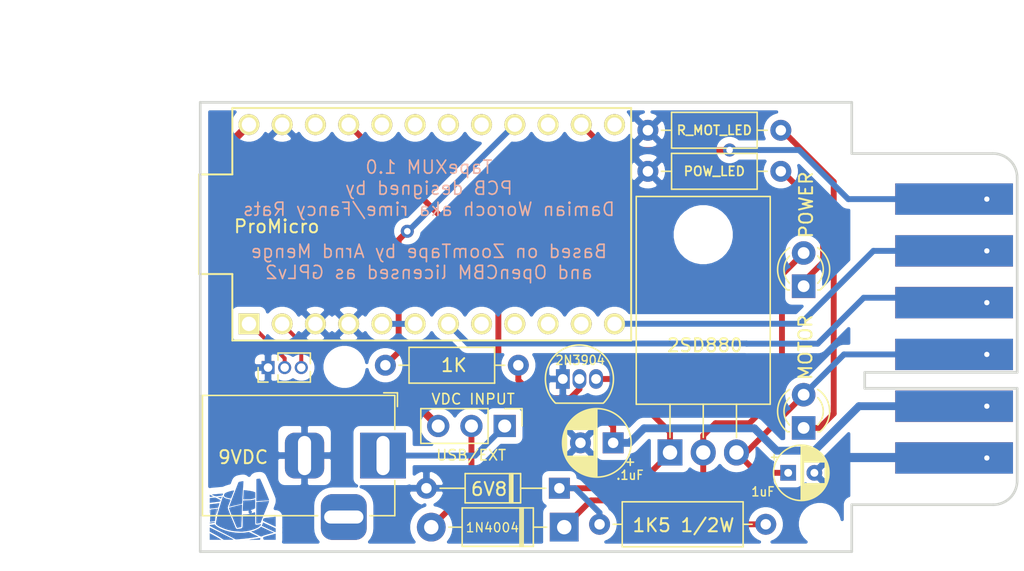
<source format=kicad_pcb>
(kicad_pcb (version 20171130) (host pcbnew "(5.1.6)-1")

  (general
    (thickness 1.6)
    (drawings 19)
    (tracks 97)
    (zones 0)
    (modules 21)
    (nets 19)
  )

  (page A4 portrait)
  (title_block
    (date 2020-12-02)
    (company rime)
  )

  (layers
    (0 F.Cu signal)
    (31 B.Cu signal)
    (32 B.Adhes user)
    (33 F.Adhes user)
    (34 B.Paste user)
    (35 F.Paste user)
    (36 B.SilkS user)
    (37 F.SilkS user)
    (38 B.Mask user)
    (39 F.Mask user)
    (40 Dwgs.User user)
    (41 Cmts.User user)
    (42 Eco1.User user)
    (43 Eco2.User user)
    (44 Edge.Cuts user)
    (45 Margin user)
    (46 B.CrtYd user)
    (47 F.CrtYd user)
    (48 B.Fab user)
    (49 F.Fab user)
  )

  (setup
    (last_trace_width 0.3)
    (user_trace_width 0.3)
    (user_trace_width 0.45)
    (trace_clearance 0.2)
    (zone_clearance 0.508)
    (zone_45_only no)
    (trace_min 0.2)
    (via_size 0.8)
    (via_drill 0.4)
    (via_min_size 0.4)
    (via_min_drill 0.3)
    (uvia_size 0.3)
    (uvia_drill 0.1)
    (uvias_allowed no)
    (uvia_min_size 0.2)
    (uvia_min_drill 0.1)
    (edge_width 0.2)
    (segment_width 0.2)
    (pcb_text_width 0.3)
    (pcb_text_size 1.5 1.5)
    (mod_edge_width 0.15)
    (mod_text_size 1 1)
    (mod_text_width 0.15)
    (pad_size 2.1 2.1)
    (pad_drill 1.5)
    (pad_to_mask_clearance 0.051)
    (solder_mask_min_width 0.25)
    (aux_axis_origin 0 0)
    (visible_elements 7FFFFFFF)
    (pcbplotparams
      (layerselection 0x010fc_ffffffff)
      (usegerberextensions true)
      (usegerberattributes false)
      (usegerberadvancedattributes false)
      (creategerberjobfile false)
      (excludeedgelayer true)
      (linewidth 0.100000)
      (plotframeref false)
      (viasonmask false)
      (mode 1)
      (useauxorigin false)
      (hpglpennumber 1)
      (hpglpenspeed 20)
      (hpglpendiameter 15.000000)
      (psnegative false)
      (psa4output false)
      (plotreference true)
      (plotvalue true)
      (plotinvisibletext false)
      (padsonsilk false)
      (subtractmaskfromsilk false)
      (outputformat 1)
      (mirror false)
      (drillshape 0)
      (scaleselection 1)
      (outputdirectory "gerber/"))
  )

  (net 0 "")
  (net 1 GND)
  (net 2 +5V)
  (net 3 TAP_SENSE)
  (net 4 TAP_WRITE)
  (net 5 TAP_READ)
  (net 6 TAP_MOTOR)
  (net 7 "Net-(D1-Pad1)")
  (net 8 "Net-(D2-Pad1)")
  (net 9 "Net-(D3-Pad1)")
  (net 10 "Net-(D4-Pad1)")
  (net 11 "Net-(Q2-Pad2)")
  (net 12 MOTOR_CONTROL_PIN)
  (net 13 6VDC)
  (net 14 EXT_VDC)
  (net 15 RAW_5V)
  (net 16 TEST_TX)
  (net 17 TEST_RX)
  (net 18 "Net-(U1-Pad5)")

  (net_class Default "This is the default net class."
    (clearance 0.2)
    (trace_width 0.3)
    (via_dia 0.8)
    (via_drill 0.4)
    (uvia_dia 0.3)
    (uvia_drill 0.1)
    (add_net +5V)
    (add_net 6VDC)
    (add_net EXT_VDC)
    (add_net GND)
    (add_net MOTOR_CONTROL_PIN)
    (add_net "Net-(D1-Pad1)")
    (add_net "Net-(D2-Pad1)")
    (add_net "Net-(D3-Pad1)")
    (add_net "Net-(D4-Pad1)")
    (add_net "Net-(Q2-Pad2)")
    (add_net "Net-(U1-Pad5)")
    (add_net RAW_5V)
    (add_net TAP_MOTOR)
    (add_net TAP_READ)
    (add_net TAP_SENSE)
    (add_net TAP_WRITE)
    (add_net TEST_RX)
    (add_net TEST_TX)
  )

  (module TapeXUM:ProMicro (layer F.Cu) (tedit 5C6B699C) (tstamp 5FC81022)
    (at 29.9339 21.77796)
    (descr "Pro Micro footprint")
    (tags "promicro ProMicro")
    (path /5FC80116)
    (fp_text reference U1 (at 14.25956 -0.04572 90) (layer F.SilkS) hide
      (effects (font (size 1 1) (thickness 0.15)))
    )
    (fp_text value ProMicro (at -11.847901 0.166299) (layer F.SilkS)
      (effects (font (size 1 1) (thickness 0.15)))
    )
    (fp_line (start -15.24 8.89) (end 15.24 8.89) (layer F.SilkS) (width 0.15))
    (fp_line (start -15.24 8.89) (end -15.24 3.81) (layer F.SilkS) (width 0.15))
    (fp_line (start -15.24 3.81) (end -17.78 3.81) (layer F.SilkS) (width 0.15))
    (fp_line (start -17.78 3.81) (end -17.78 -3.81) (layer F.SilkS) (width 0.15))
    (fp_line (start -17.78 -3.81) (end -15.24 -3.81) (layer F.SilkS) (width 0.15))
    (fp_line (start -15.24 -3.81) (end -15.24 -8.89) (layer F.SilkS) (width 0.15))
    (fp_line (start -15.24 -8.89) (end 15.24 -8.89) (layer F.SilkS) (width 0.15))
    (fp_line (start 15.24 -8.89) (end 15.24 8.89) (layer F.SilkS) (width 0.15))
    (pad 1 thru_hole rect (at -13.97 7.62) (size 1.6 1.6) (drill 1.1) (layers *.Cu *.Mask F.SilkS)
      (net 16 TEST_TX))
    (pad 2 thru_hole circle (at -11.43 7.62) (size 1.6 1.6) (drill 1.1) (layers *.Cu *.Mask F.SilkS)
      (net 17 TEST_RX))
    (pad 3 thru_hole circle (at -8.89 7.62) (size 1.6 1.6) (drill 1.1) (layers *.Cu *.Mask F.SilkS)
      (net 1 GND))
    (pad 4 thru_hole circle (at -6.35 7.62) (size 1.6 1.6) (drill 1.1) (layers *.Cu *.Mask F.SilkS)
      (net 1 GND))
    (pad 5 thru_hole circle (at -3.81 7.62) (size 1.6 1.6) (drill 1.1) (layers *.Cu *.Mask F.SilkS)
      (net 18 "Net-(U1-Pad5)"))
    (pad 6 thru_hole circle (at -1.27 7.62) (size 1.6 1.6) (drill 1.1) (layers *.Cu *.Mask F.SilkS)
      (net 18 "Net-(U1-Pad5)"))
    (pad 7 thru_hole circle (at 1.27 7.62) (size 1.6 1.6) (drill 1.1) (layers *.Cu *.Mask F.SilkS)
      (net 5 TAP_READ))
    (pad 8 thru_hole circle (at 3.81 7.62) (size 1.6 1.6) (drill 1.1) (layers *.Cu *.Mask F.SilkS))
    (pad 9 thru_hole circle (at 6.35 7.62) (size 1.6 1.6) (drill 1.1) (layers *.Cu *.Mask F.SilkS))
    (pad 10 thru_hole circle (at 8.89 7.62) (size 1.6 1.6) (drill 1.1) (layers *.Cu *.Mask F.SilkS))
    (pad 11 thru_hole circle (at 11.43 7.62) (size 1.6 1.6) (drill 1.1) (layers *.Cu *.Mask F.SilkS))
    (pad 12 thru_hole circle (at 13.97 7.62) (size 1.6 1.6) (drill 1.1) (layers *.Cu *.Mask F.SilkS)
      (net 4 TAP_WRITE))
    (pad 13 thru_hole circle (at 13.97 -7.62) (size 1.6 1.6) (drill 1.1) (layers *.Cu *.Mask F.SilkS))
    (pad 14 thru_hole circle (at 11.43 -7.62) (size 1.6 1.6) (drill 1.1) (layers *.Cu *.Mask F.SilkS)
      (net 3 TAP_SENSE))
    (pad 15 thru_hole circle (at 8.89 -7.62) (size 1.6 1.6) (drill 1.1) (layers *.Cu *.Mask F.SilkS))
    (pad 16 thru_hole circle (at 6.35 -7.62) (size 1.6 1.6) (drill 1.1) (layers *.Cu *.Mask F.SilkS)
      (net 12 MOTOR_CONTROL_PIN))
    (pad 17 thru_hole circle (at 3.81 -7.62) (size 1.6 1.6) (drill 1.1) (layers *.Cu *.Mask F.SilkS))
    (pad 18 thru_hole circle (at 1.27 -7.62) (size 1.6 1.6) (drill 1.1) (layers *.Cu *.Mask F.SilkS))
    (pad 19 thru_hole circle (at -1.27 -7.62) (size 1.6 1.6) (drill 1.1) (layers *.Cu *.Mask F.SilkS))
    (pad 20 thru_hole circle (at -3.81 -7.62) (size 1.6 1.6) (drill 1.1) (layers *.Cu *.Mask F.SilkS))
    (pad 21 thru_hole circle (at -6.35 -7.62) (size 1.6 1.6) (drill 1.1) (layers *.Cu *.Mask F.SilkS)
      (net 2 +5V))
    (pad 22 thru_hole circle (at -8.89 -7.62) (size 1.6 1.6) (drill 1.1) (layers *.Cu *.Mask F.SilkS))
    (pad 23 thru_hole circle (at -11.43 -7.62) (size 1.6 1.6) (drill 1.1) (layers *.Cu *.Mask F.SilkS)
      (net 1 GND))
    (pad 24 thru_hole circle (at -13.97 -7.62) (size 1.6 1.6) (drill 1.1) (layers *.Cu *.Mask F.SilkS)
      (net 15 RAW_5V))
    (model "C:/Program Files/KiCad/share/kicad/kicad_import/pro_micro.wrl"
      (offset (xyz 15.2 -8.800000000000001 0))
      (scale (xyz 0.393 0.393 0.393))
      (rotate (xyz 0 0 -90))
    )
  )

  (module TapeXUM:rime_logo_5mm_b_cu (layer F.Cu) (tedit 5C5D8A45) (tstamp 5DEA0185)
    (at 15.367 43.688)
    (fp_text reference G*** (at -0.23 -0.13) (layer F.SilkS) hide
      (effects (font (size 0.1 0.1) (thickness 0.025)))
    )
    (fp_text value rime_logo_5mm_b_cu (at 0.68 0) (layer F.SilkS) hide
      (effects (font (size 0.1 0.1) (thickness 0.025)))
    )
    (fp_poly (pts (xy 2.544701 1.787398) (xy 2.50334 1.798677) (xy 2.442444 1.815207) (xy 2.367893 1.835397)
      (xy 2.285567 1.857652) (xy 2.205815 1.879177) (xy 2.117743 1.903211) (xy 2.028327 1.928109)
      (xy 1.944528 1.9519) (xy 1.873304 1.97261) (xy 1.827877 1.986309) (xy 1.769995 2.004671)
      (xy 1.732462 2.018477) (xy 1.710406 2.030705) (xy 1.698957 2.044333) (xy 1.693243 2.062339)
      (xy 1.691838 2.069469) (xy 1.692204 2.116026) (xy 1.711417 2.167285) (xy 1.739148 2.221643)
      (xy 2.633535 2.221643) (xy 2.633535 1.991332) (xy 2.041308 1.991332) (xy 2.034727 1.997912)
      (xy 2.028147 1.991332) (xy 2.034727 1.984752) (xy 2.041308 1.991332) (xy 2.633535 1.991332)
      (xy 2.633535 1.763049) (xy 2.544701 1.787398)) (layer B.Cu) (width 0.01))
    (fp_poly (pts (xy 1.554365 2.215063) (xy 1.560945 2.221643) (xy 1.567525 2.215063) (xy 1.560945 2.208482)
      (xy 1.554365 2.215063)) (layer F.SilkS) (width 0.01))
    (fp_poly (pts (xy 1.403994 2.099594) (xy 1.360407 2.1073) (xy 1.298919 2.117563) (xy 1.223599 2.129739)
      (xy 1.138514 2.143184) (xy 1.047734 2.157254) (xy 0.955328 2.171305) (xy 0.865364 2.184691)
      (xy 0.797629 2.194526) (xy 0.626541 2.219035) (xy 1.031556 2.220339) (xy 1.43657 2.221643)
      (xy 1.444909 2.199709) (xy 1.247283 2.199709) (xy 1.245477 2.207533) (xy 1.23851 2.208482)
      (xy 1.227677 2.203667) (xy 1.229736 2.199709) (xy 1.245354 2.198134) (xy 1.247283 2.199709)
      (xy 1.444909 2.199709) (xy 1.450135 2.185965) (xy 1.458399 2.14761) (xy 1.454726 2.115437)
      (xy 1.441014 2.096487) (xy 1.42561 2.09509) (xy 1.403994 2.099594)) (layer B.Cu) (width 0.01))
    (fp_poly (pts (xy -2.393822 1.600806) (xy -2.193123 1.705427) (xy -2.055207 1.779046) (xy -1.912552 1.858331)
      (xy -1.771448 1.939624) (xy -1.638186 2.019264) (xy -1.519058 2.09359) (xy -1.461434 2.131149)
      (xy -1.325264 2.221643) (xy -0.981071 2.220331) (xy -0.886815 2.219622) (xy -0.799862 2.218306)
      (xy -0.724111 2.216495) (xy -0.66346 2.214301) (xy -0.621807 2.211834) (xy -0.603977 2.209531)
      (xy -0.600941 2.206185) (xy -0.605918 2.199471) (xy -0.620266 2.188672) (xy -0.645344 2.173071)
      (xy -0.68251 2.15195) (xy -0.733122 2.124594) (xy -0.798539 2.090286) (xy -0.880118 2.048308)
      (xy -0.979217 1.997944) (xy -1.097195 1.938476) (xy -1.235411 1.869189) (xy -1.395221 1.789364)
      (xy -1.482449 1.745875) (xy -2.393822 1.291707) (xy -2.393822 1.600806)) (layer B.Cu) (width 0.01))
    (fp_poly (pts (xy -2.393822 2.221643) (xy -1.962812 2.221367) (xy -1.531801 2.22109) (xy -1.61459 2.168065)
      (xy -1.674414 2.13098) (xy -1.751815 2.084825) (xy -1.841097 2.032832) (xy -1.936567 1.978232)
      (xy -2.032531 1.924256) (xy -2.123295 1.874135) (xy -2.203165 1.831101) (xy -2.262736 1.800242)
      (xy -2.393822 1.73446) (xy -2.393822 2.221643)) (layer B.Cu) (width 0.01))
    (fp_poly (pts (xy -2.052921 1.059653) (xy -2.092382 1.065278) (xy -2.145636 1.071752) (xy -2.192491 1.076834)
      (xy -2.268994 1.084877) (xy -2.323159 1.091409) (xy -2.35884 1.097518) (xy -2.379892 1.104294)
      (xy -2.390169 1.112824) (xy -2.393525 1.124198) (xy -2.393822 1.133709) (xy -2.393368 1.139396)
      (xy -2.3911 1.145381) (xy -2.385658 1.152402) (xy -2.375682 1.161197) (xy -2.359813 1.172502)
      (xy -2.336691 1.187054) (xy -2.304956 1.205591) (xy -2.263249 1.228851) (xy -2.210209 1.257569)
      (xy -2.144477 1.292484) (xy -2.064693 1.334332) (xy -1.969498 1.38385) (xy -1.857532 1.441777)
      (xy -1.727435 1.508849) (xy -1.577847 1.585803) (xy -1.407409 1.673376) (xy -1.237094 1.760839)
      (xy -1.126089 1.818026) (xy -1.015004 1.875606) (xy -0.907754 1.931523) (xy -0.808255 1.983722)
      (xy -0.720425 2.030149) (xy -0.648179 2.068749) (xy -0.595433 2.097468) (xy -0.595072 2.097668)
      (xy -0.526279 2.13565) (xy -0.474095 2.162654) (xy -0.431906 2.180096) (xy -0.393103 2.189391)
      (xy -0.351072 2.191955) (xy -0.299202 2.189204) (xy -0.23088 2.182556) (xy -0.209159 2.180317)
      (xy -0.160836 2.175427) (xy -0.092492 2.168605) (xy -0.010307 2.160464) (xy 0.079544 2.151615)
      (xy 0.170882 2.14267) (xy 0.17908 2.14187) (xy 0.313811 2.127829) (xy 0.464629 2.110582)
      (xy 0.624187 2.091072) (xy 0.785139 2.070244) (xy 0.94014 2.049042) (xy 1.081844 2.028411)
      (xy 1.176137 2.013692) (xy 1.317753 1.990736) (xy 1.182717 1.919203) (xy 1.125388 1.889779)
      (xy 1.051074 1.853032) (xy 0.966821 1.812371) (xy 0.879677 1.771204) (xy 0.81318 1.740455)
      (xy 0.57868 1.633241) (xy 0.447275 1.657274) (xy 0.195786 1.691799) (xy -0.053533 1.702344)
      (xy -0.231102 1.695673) (xy -0.455448 1.676164) (xy -0.660116 1.649479) (xy -0.851043 1.614499)
      (xy -1.034165 1.570104) (xy -1.21542 1.515176) (xy -1.249095 1.503814) (xy -1.41244 1.443988)
      (xy -1.559909 1.382103) (xy -1.689661 1.319168) (xy -1.799854 1.256196) (xy -1.888648 1.194197)
      (xy -1.9542 1.134182) (xy -1.979385 1.102813) (xy -2.004323 1.072559) (xy -2.02568 1.056522)
      (xy -2.033458 1.055703) (xy -2.052921 1.059653)) (layer B.Cu) (width 0.01))
    (fp_poly (pts (xy 1.478121 1.267847) (xy 1.444947 1.297479) (xy 1.403231 1.330182) (xy 1.386689 1.342003)
      (xy 1.356659 1.36011) (xy 1.310999 1.384495) (xy 1.254203 1.413074) (xy 1.190766 1.443767)
      (xy 1.125181 1.47449) (xy 1.061944 1.503162) (xy 1.005549 1.527701) (xy 0.96049 1.546024)
      (xy 0.931263 1.55605) (xy 0.9226 1.556998) (xy 0.90548 1.5571) (xy 0.871835 1.563816)
      (xy 0.843016 1.571612) (xy 0.773291 1.592318) (xy 1.035512 1.726683) (xy 1.117773 1.768985)
      (xy 1.197734 1.810379) (xy 1.270467 1.848293) (xy 1.331042 1.880154) (xy 1.374528 1.903391)
      (xy 1.383276 1.908169) (xy 1.441202 1.935895) (xy 1.496895 1.95523) (xy 1.545144 1.965107)
      (xy 1.580737 1.964458) (xy 1.598464 1.952219) (xy 1.614161 1.94066) (xy 1.653166 1.923608)
      (xy 1.713213 1.9018) (xy 1.792036 1.87597) (xy 1.887371 1.846856) (xy 1.996951 1.815192)
      (xy 2.118511 1.781714) (xy 2.146592 1.77419) (xy 2.222568 1.75388) (xy 2.295555 1.734269)
      (xy 2.359081 1.717104) (xy 2.406677 1.704129) (xy 2.42168 1.699982) (xy 2.492778 1.680157)
      (xy 2.329556 1.607703) (xy 2.271543 1.581688) (xy 2.195144 1.547035) (xy 2.105825 1.506245)
      (xy 2.009048 1.461816) (xy 1.910277 1.416251) (xy 1.840038 1.383699) (xy 1.513742 1.232147)
      (xy 1.478121 1.267847)) (layer B.Cu) (width 0.01))
    (fp_poly (pts (xy 1.660482 0.966948) (xy 1.644569 1.016987) (xy 1.622675 1.070893) (xy 1.614272 1.088479)
      (xy 1.583245 1.149706) (xy 2.083006 1.392851) (xy 2.190278 1.444853) (xy 2.290852 1.493247)
      (xy 2.382127 1.536808) (xy 2.461504 1.574312) (xy 2.526381 1.604533) (xy 2.574159 1.626247)
      (xy 2.602237 1.638229) (xy 2.608151 1.640201) (xy 2.61928 1.640337) (xy 2.626578 1.633394)
      (xy 2.630848 1.614958) (xy 2.63289 1.580615) (xy 2.633508 1.525952) (xy 2.633535 1.500495)
      (xy 2.633535 1.356584) (xy 2.327551 1.211466) (xy 2.23819 1.169253) (xy 2.150893 1.128323)
      (xy 2.070292 1.090824) (xy 2.001019 1.058904) (xy 1.947705 1.034713) (xy 1.922862 1.023745)
      (xy 1.86345 0.997398) (xy 1.801729 0.968914) (xy 1.750848 0.944362) (xy 1.749912 0.943893)
      (xy 1.675667 0.906644) (xy 1.660482 0.966948)) (layer B.Cu) (width 0.01))
    (fp_poly (pts (xy -1.384024 -1.081272) (xy -1.391975 -1.063621) (xy -1.406393 -1.02362) (xy -1.426379 -0.96419)
      (xy -1.451034 -0.888252) (xy -1.479461 -0.798726) (xy -1.51076 -0.698532) (xy -1.544034 -0.590591)
      (xy -1.578383 -0.477823) (xy -1.61291 -0.363149) (xy -1.646716 -0.249489) (xy -1.678902 -0.139763)
      (xy -1.708571 -0.036892) (xy -1.734822 0.056204) (xy -1.742423 0.083701) (xy -1.759634 0.149892)
      (xy -1.779111 0.230763) (xy -1.800028 0.322271) (xy -1.821557 0.420373) (xy -1.842872 0.521027)
      (xy -1.863146 0.62019) (xy -1.881551 0.713819) (xy -1.897261 0.797872) (xy -1.909448 0.868305)
      (xy -1.917287 0.921078) (xy -1.919953 0.951604) (xy -1.914412 0.99565) (xy -1.896484 1.036902)
      (xy -1.863985 1.077261) (xy -1.814731 1.118626) (xy -1.746539 1.162897) (xy -1.657223 1.211974)
      (xy -1.571283 1.254912) (xy -1.305704 1.369948) (xy -1.033562 1.460378) (xy -0.752297 1.526959)
      (xy -0.531594 1.561983) (xy -0.44398 1.571747) (xy -0.345909 1.580394) (xy -0.242902 1.58765)
      (xy -0.140475 1.593243) (xy -0.044149 1.596898) (xy 0.040558 1.598343) (xy 0.108128 1.597304)
      (xy 0.139598 1.595233) (xy 0.363939 1.567178) (xy 0.57703 1.529423) (xy 0.776322 1.482705)
      (xy 0.959267 1.427762) (xy 1.123315 1.365331) (xy 1.265918 1.296148) (xy 1.349797 1.245316)
      (xy 1.382527 1.219556) (xy 1.419461 1.184608) (xy 1.456411 1.145316) (xy 1.489191 1.106525)
      (xy 1.513614 1.073079) (xy 1.525493 1.049823) (xy 1.524845 1.042762) (xy 1.509827 1.041869)
      (xy 1.473635 1.044503) (xy 1.421111 1.050181) (xy 1.357095 1.05842) (xy 1.330321 1.062185)
      (xy 1.248683 1.073266) (xy 1.188804 1.079218) (xy 1.146547 1.079635) (xy 1.117779 1.074112)
      (xy 1.098363 1.062243) (xy 1.084165 1.043625) (xy 1.080884 1.037751) (xy 1.077009 1.017086)
      (xy 1.073728 0.971667) (xy 1.071085 0.903054) (xy 1.069124 0.812808) (xy 1.067889 0.70249)
      (xy 1.067424 0.573661) (xy 1.067422 0.562735) (xy 1.067353 0.441991) (xy 1.067058 0.345031)
      (xy 1.066406 0.269319) (xy 1.065264 0.212319) (xy 1.063501 0.171494) (xy 1.060984 0.144308)
      (xy 1.057582 0.128224) (xy 1.053163 0.120706) (xy 1.047594 0.119216) (xy 1.04439 0.119924)
      (xy 1.022905 0.127086) (xy 0.982892 0.140917) (xy 0.930617 0.159239) (xy 0.887147 0.17461)
      (xy 0.727427 0.224396) (xy 0.566476 0.261602) (xy 0.411689 0.284787) (xy 0.282432 0.292485)
      (xy 0.135732 0.293612) (xy 0.127794 0.351381) (xy 0.125804 0.378856) (xy 0.123983 0.428871)
      (xy 0.122398 0.497645) (xy 0.121114 0.581396) (xy 0.120198 0.676345) (xy 0.119715 0.778709)
      (xy 0.119659 0.818583) (xy 0.119383 0.947213) (xy 0.118414 1.052123) (xy 0.116331 1.135914)
      (xy 0.112716 1.201185) (xy 0.10715 1.250537) (xy 0.099211 1.286569) (xy 0.088482 1.311883)
      (xy 0.074543 1.329078) (xy 0.056975 1.340755) (xy 0.035357 1.349512) (xy 0.033944 1.349994)
      (xy -0.011339 1.362527) (xy -0.072436 1.375773) (xy -0.140426 1.388188) (xy -0.206389 1.398226)
      (xy -0.261407 1.404345) (xy -0.286556 1.40549) (xy -0.325498 1.402979) (xy -0.356083 1.393365)
      (xy -0.381744 1.372984) (xy -0.405916 1.338174) (xy -0.432032 1.285272) (xy -0.459108 1.221436)
      (xy -0.479338 1.172244) (xy -0.507938 1.102946) (xy -0.543172 1.017742) (xy -0.583302 0.920827)
      (xy -0.62659 0.816399) (xy -0.671299 0.708657) (xy -0.69883 0.642368) (xy -0.769455 0.471585)
      (xy -0.830008 0.323386) (xy -0.881062 0.196285) (xy -0.923192 0.088795) (xy -0.956973 -0.000571)
      (xy -0.982978 -0.0733) (xy -1.001783 -0.130879) (xy -1.012968 -0.170741) (xy -1.019144 -0.196854)
      (xy -1.022757 -0.22014) (xy -1.022911 -0.244091) (xy -1.018709 -0.272196) (xy -1.009255 -0.307948)
      (xy -0.993652 -0.354838) (xy -0.971006 -0.416358) (xy -0.940419 -0.495997) (xy -0.908291 -0.578536)
      (xy -0.879333 -0.65369) (xy -0.854009 -0.721103) (xy -0.833794 -0.776702) (xy -0.820167 -0.816416)
      (xy -0.814604 -0.836174) (xy -0.814547 -0.836942) (xy -0.827559 -0.850516) (xy -0.866338 -0.860946)
      (xy -0.886915 -0.863951) (xy -0.953887 -0.875169) (xy -1.029537 -0.892355) (xy -1.106336 -0.913349)
      (xy -1.176752 -0.935989) (xy -1.233257 -0.958112) (xy -1.257597 -0.970383) (xy -1.299381 -0.999937)
      (xy -1.336917 -1.034597) (xy -1.345897 -1.045072) (xy -1.367496 -1.069966) (xy -1.381824 -1.0815)
      (xy -1.384024 -1.081272)) (layer B.Cu) (width 0.01))
    (fp_poly (pts (xy 0.032672 -0.460028) (xy -0.006907 -0.451315) (xy -0.064616 -0.437851) (xy -0.137009 -0.4205)
      (xy -0.220634 -0.400127) (xy -0.312043 -0.377595) (xy -0.407787 -0.353771) (xy -0.504417 -0.329517)
      (xy -0.598483 -0.305699) (xy -0.686536 -0.283181) (xy -0.765128 -0.262827) (xy -0.830807 -0.245503)
      (xy -0.880127 -0.232073) (xy -0.909636 -0.223401) (xy -0.916614 -0.220678) (xy -0.919043 -0.206015)
      (xy -0.913284 -0.174333) (xy -0.899037 -0.124828) (xy -0.876 -0.056693) (xy -0.843872 0.030876)
      (xy -0.802351 0.138685) (xy -0.751138 0.267541) (xy -0.68993 0.418247) (xy -0.618426 0.591611)
      (xy -0.564403 0.721332) (xy -0.52481 0.816142) (xy -0.485317 0.910794) (xy -0.44806 1.000167)
      (xy -0.415173 1.079137) (xy -0.388791 1.14258) (xy -0.375186 1.175374) (xy -0.347569 1.239007)
      (xy -0.325114 1.280845) (xy -0.304526 1.304018) (xy -0.282509 1.311657) (xy -0.255768 1.306891)
      (xy -0.24206 1.301833) (xy -0.217484 1.294419) (xy -0.17487 1.283833) (xy -0.122006 1.27197)
      (xy -0.102462 1.267855) (xy 0.010816 1.244431) (xy 0.019483 1.065136) (xy 0.021884 1.009051)
      (xy 0.024768 0.931156) (xy 0.027991 0.835952) (xy 0.03141 0.727943) (xy 0.034881 0.61163)
      (xy 0.038261 0.491517) (xy 0.040721 0.398897) (xy 0.043941 0.27845) (xy 0.047367 0.157902)
      (xy 0.050854 0.041839) (xy 0.054258 -0.065152) (xy 0.057433 -0.158485) (xy 0.060234 -0.233574)
      (xy 0.062023 -0.275585) (xy 0.065173 -0.350025) (xy 0.066374 -0.402046) (xy 0.065392 -0.435492)
      (xy 0.061995 -0.45421) (xy 0.055951 -0.462045) (xy 0.050669 -0.463124) (xy 0.032672 -0.460028)) (layer B.Cu) (width 0.01))
    (fp_poly (pts (xy 2.571023 0.477916) (xy 2.541103 0.481394) (xy 2.489272 0.487275) (xy 2.419781 0.495085)
      (xy 2.336881 0.504345) (xy 2.244823 0.51458) (xy 2.159753 0.524) (xy 2.041179 0.537214)
      (xy 1.945991 0.548334) (xy 1.871403 0.558068) (xy 1.814633 0.567129) (xy 1.772893 0.576227)
      (xy 1.743399 0.586072) (xy 1.723366 0.597376) (xy 1.710009 0.610849) (xy 1.700543 0.627202)
      (xy 1.693879 0.642887) (xy 1.680317 0.6854) (xy 1.673147 0.724676) (xy 1.67281 0.732017)
      (xy 1.673436 0.744203) (xy 1.676962 0.755263) (xy 1.68586 0.766606) (xy 1.702604 0.77964)
      (xy 1.729667 0.795773) (xy 1.76952 0.816413) (xy 1.824637 0.842969) (xy 1.89749 0.876847)
      (xy 1.990552 0.919457) (xy 2.047888 0.945593) (xy 2.136195 0.986072) (xy 2.232606 1.030673)
      (xy 2.328064 1.075179) (xy 2.413511 1.115377) (xy 2.452577 1.13394) (xy 2.633535 1.220349)
      (xy 2.633535 0.470374) (xy 2.571023 0.477916)) (layer B.Cu) (width 0.01))
    (fp_poly (pts (xy 2.068671 -0.736004) (xy 2.059238 -0.735002) (xy 2.015514 -0.730659) (xy 1.953821 -0.724952)
      (xy 1.882426 -0.718629) (xy 1.810997 -0.712553) (xy 1.737076 -0.706254) (xy 1.646189 -0.698272)
      (xy 1.547571 -0.689431) (xy 1.450456 -0.680555) (xy 1.403017 -0.676143) (xy 1.166126 -0.653953)
      (xy 1.162736 0.165296) (xy 1.159347 0.984545) (xy 1.215379 0.983121) (xy 1.257308 0.979934)
      (xy 1.31282 0.97297) (xy 1.368406 0.963993) (xy 1.41622 0.954457) (xy 1.453249 0.945561)
      (xy 1.472425 0.939033) (xy 1.473314 0.938376) (xy 1.481826 0.922653) (xy 1.495881 0.889882)
      (xy 1.509266 0.855509) (xy 1.526591 0.81027) (xy 1.552302 0.744568) (xy 1.584829 0.662305)
      (xy 1.622603 0.567385) (xy 1.664055 0.463708) (xy 1.707614 0.355179) (xy 1.751711 0.245699)
      (xy 1.794777 0.139171) (xy 1.835242 0.039498) (xy 1.871536 -0.049418) (xy 1.902089 -0.123675)
      (xy 1.925333 -0.179369) (xy 1.928462 -0.186751) (xy 1.956806 -0.255128) (xy 1.98852 -0.334459)
      (xy 2.021491 -0.41916) (xy 2.053605 -0.503649) (xy 2.082749 -0.582343) (xy 2.106808 -0.649659)
      (xy 2.123669 -0.700016) (xy 2.127233 -0.711753) (xy 2.131207 -0.729165) (xy 2.126422 -0.737763)
      (xy 2.107402 -0.739418) (xy 2.068671 -0.736004)) (layer B.Cu) (width 0.01))
    (fp_poly (pts (xy -2.048123 0.868847) (xy -2.082862 0.872733) (xy -2.136158 0.880475) (xy -2.211685 0.892095)
      (xy -2.214695 0.89256) (xy -2.278227 0.902313) (xy -2.331673 0.910417) (xy -2.370031 0.916121)
      (xy -2.388298 0.918674) (xy -2.389073 0.918741) (xy -2.392938 0.929818) (xy -2.393822 0.945063)
      (xy -2.389731 0.965672) (xy -2.383952 0.969707) (xy -2.36669 0.96714) (xy -2.331258 0.962078)
      (xy -2.288537 0.956065) (xy -2.199624 0.943439) (xy -2.133369 0.933373) (xy -2.086331 0.925032)
      (xy -2.055067 0.917586) (xy -2.036132 0.910201) (xy -2.026086 0.902045) (xy -2.021484 0.892286)
      (xy -2.021257 0.891447) (xy -2.018508 0.880118) (xy -2.01962 0.872561) (xy -2.028267 0.868797)
      (xy -2.048123 0.868847)) (layer B.Cu) (width 0.01))
    (fp_poly (pts (xy -1.962227 -0.12983) (xy -2.011415 -0.124851) (xy -2.069867 -0.118329) (xy -2.131976 -0.110923)
      (xy -2.192134 -0.103291) (xy -2.244734 -0.096092) (xy -2.284169 -0.089984) (xy -2.297359 -0.087511)
      (xy -2.306525 -0.084701) (xy -2.314149 -0.078853) (xy -2.320503 -0.0675) (xy -2.325862 -0.048174)
      (xy -2.330498 -0.018407) (xy -2.334684 0.024268) (xy -2.338693 0.082319) (xy -2.3428 0.158214)
      (xy -2.347276 0.254421) (xy -2.352395 0.373406) (xy -2.354846 0.431798) (xy -2.359017 0.526416)
      (xy -2.363261 0.613536) (xy -2.367362 0.689342) (xy -2.371099 0.750015) (xy -2.374257 0.79174)
      (xy -2.376474 0.810166) (xy -2.377894 0.825195) (xy -2.371225 0.834513) (xy -2.352871 0.838297)
      (xy -2.319238 0.836722) (xy -2.26673 0.829963) (xy -2.196413 0.818953) (xy -2.12129 0.806891)
      (xy -2.068125 0.797926) (xy -2.032999 0.790355) (xy -2.01199 0.782473) (xy -2.001177 0.772578)
      (xy -1.99664 0.758965) (xy -1.994458 0.739931) (xy -1.993408 0.730745) (xy -1.989055 0.692864)
      (xy -1.982389 0.629489) (xy -1.973482 0.541337) (xy -1.962404 0.429126) (xy -1.949229 0.293575)
      (xy -1.934025 0.135403) (xy -1.926517 0.056778) (xy -1.920546 -0.009805) (xy -1.916183 -0.066417)
      (xy -1.913748 -0.10821) (xy -1.913558 -0.130335) (xy -1.91407 -0.132525) (xy -1.927909 -0.132608)
      (xy -1.962227 -0.12983)) (layer B.Cu) (width 0.01))
    (fp_poly (pts (xy -1.840908 -0.146551) (xy -1.8546 -0.142063) (xy -1.864549 -0.130301) (xy -1.871675 -0.107762)
      (xy -1.876897 -0.070943) (xy -1.881135 -0.016342) (xy -1.885306 0.059546) (xy -1.887304 0.099493)
      (xy -1.890354 0.17447) (xy -1.890991 0.226348) (xy -1.889294 0.254445) (xy -1.88534 0.258077)
      (xy -1.879208 0.23656) (xy -1.874526 0.211358) (xy -1.867639 0.179123) (xy -1.855216 0.128738)
      (xy -1.839075 0.067327) (xy -1.822543 0.007368) (xy -1.778906 -0.147269) (xy -1.822555 -0.147269)
      (xy -1.840908 -0.146551)) (layer B.Cu) (width 0.01))
    (fp_poly (pts (xy 1.012015 -0.850387) (xy 0.927741 -0.827309) (xy 0.818694 -0.808852) (xy 0.684538 -0.794978)
      (xy 0.524938 -0.785646) (xy 0.440322 -0.782799) (xy 0.161978 -0.775348) (xy 0.154292 -0.635687)
      (xy 0.151298 -0.575548) (xy 0.147829 -0.496674) (xy 0.144196 -0.406638) (xy 0.140705 -0.313014)
      (xy 0.138291 -0.242683) (xy 0.129975 0.010659) (xy 0.233491 0.01043) (xy 0.297075 0.00877)
      (xy 0.372585 0.004574) (xy 0.445844 -0.001331) (xy 0.460828 -0.002838) (xy 0.515141 -0.00776)
      (xy 0.55899 -0.010235) (xy 0.586238 -0.009992) (xy 0.591936 -0.008592) (xy 0.591607 0.006743)
      (xy 0.58327 0.024239) (xy 0.566983 0.073302) (xy 0.572339 0.12632) (xy 0.598062 0.174307)
      (xy 0.605787 0.182759) (xy 0.652305 0.21384) (xy 0.704939 0.219524) (xy 0.746868 0.208179)
      (xy 0.785473 0.179575) (xy 0.81064 0.13483) (xy 0.81737 0.094284) (xy 0.807403 0.050526)
      (xy 0.781878 0.010007) (xy 0.74736 -0.019378) (xy 0.738225 -0.022243) (xy 0.633121 -0.022243)
      (xy 0.626541 -0.015663) (xy 0.61996 -0.022243) (xy 0.626541 -0.028823) (xy 0.633121 -0.022243)
      (xy 0.738225 -0.022243) (xy 0.714205 -0.029776) (xy 0.708303 -0.033585) (xy 0.72583 -0.043383)
      (xy 0.764824 -0.058221) (xy 0.791048 -0.067002) (xy 0.85505 -0.089647) (xy 0.921653 -0.116244)
      (xy 0.977948 -0.141593) (xy 0.985168 -0.145202) (xy 1.067422 -0.18713) (xy 1.067422 -0.869936)
      (xy 1.012015 -0.850387)) (layer B.Cu) (width 0.01))
    (fp_poly (pts (xy -2.387721 -0.078793) (xy -2.390307 -0.063488) (xy -2.39172 -0.027728) (xy -2.391826 0.022643)
      (xy -2.391011 0.064877) (xy -2.387242 0.201488) (xy -2.376666 0.065103) (xy -2.37207 -0.00527)
      (xy -2.371275 -0.051868) (xy -2.374457 -0.076989) (xy -2.381793 -0.082929) (xy -2.387721 -0.078793)) (layer B.Cu) (width 0.01))
    (fp_poly (pts (xy -1.711537 -0.562755) (xy -1.762104 -0.557468) (xy -1.822966 -0.550109) (xy -1.823261 -0.550071)
      (xy -1.886458 -0.542221) (xy -1.960384 -0.533438) (xy -2.040285 -0.524243) (xy -2.121407 -0.515155)
      (xy -2.198995 -0.506695) (xy -2.268296 -0.499382) (xy -2.324555 -0.493738) (xy -2.363017 -0.490282)
      (xy -2.377371 -0.489439) (xy -2.384668 -0.482198) (xy -2.389633 -0.458489) (xy -2.392564 -0.41534)
      (xy -2.393758 -0.34978) (xy -2.393822 -0.324937) (xy -2.393502 -0.256397) (xy -2.392151 -0.210016)
      (xy -2.389181 -0.181633) (xy -2.384002 -0.167089) (xy -2.376026 -0.162225) (xy -2.370791 -0.162124)
      (xy -2.351161 -0.164059) (xy -2.309682 -0.168481) (xy -2.25066 -0.174917) (xy -2.1784 -0.1829)
      (xy -2.097208 -0.191957) (xy -2.077967 -0.194116) (xy -1.995385 -0.203313) (xy -1.920791 -0.211476)
      (xy -1.858482 -0.218148) (xy -1.812752 -0.222868) (xy -1.787898 -0.22518) (xy -1.785598 -0.225322)
      (xy -1.773824 -0.232133) (xy -1.760393 -0.253688) (xy -1.743929 -0.293052) (xy -1.723058 -0.35329)
      (xy -1.710213 -0.393222) (xy -1.691093 -0.455137) (xy -1.675815 -0.507426) (xy -1.665709 -0.545318)
      (xy -1.662102 -0.564045) (xy -1.662332 -0.56514) (xy -1.676525 -0.565476) (xy -1.711537 -0.562755)) (layer B.Cu) (width 0.01))
    (fp_poly (pts (xy 0.144115 -2.252968) (xy 0.120175 -2.250623) (xy 0.076843 -2.244261) (xy 0.020564 -2.234892)
      (xy -0.034038 -2.225057) (xy -0.099056 -2.212495) (xy -0.143094 -2.202303) (xy -0.171147 -2.192578)
      (xy -0.188208 -2.18142) (xy -0.19927 -2.166923) (xy -0.202583 -2.160834) (xy -0.212747 -2.137821)
      (xy -0.230349 -2.094403) (xy -0.253713 -2.034867) (xy -0.28116 -1.963499) (xy -0.311014 -1.884588)
      (xy -0.319093 -1.86302) (xy -0.355157 -1.767338) (xy -0.394811 -1.663497) (xy -0.434772 -1.560009)
      (xy -0.471755 -1.465385) (xy -0.498698 -1.397528) (xy -0.526275 -1.327728) (xy -0.560544 -1.239278)
      (xy -0.599187 -1.13826) (xy -0.639887 -1.030757) (xy -0.680328 -0.92285) (xy -0.709414 -0.844446)
      (xy -0.744741 -0.749031) (xy -0.778908 -0.657316) (xy -0.810334 -0.573497) (xy -0.837441 -0.501768)
      (xy -0.858651 -0.446324) (xy -0.872385 -0.41136) (xy -0.872464 -0.411166) (xy -0.889617 -0.367473)
      (xy -0.901893 -0.333384) (xy -0.906671 -0.316182) (xy -0.906672 -0.316088) (xy -0.905753 -0.309747)
      (xy -0.899699 -0.307302) (xy -0.883562 -0.309466) (xy -0.852394 -0.316949) (xy -0.801248 -0.330464)
      (xy -0.794806 -0.332185) (xy -0.75774 -0.341444) (xy -0.699263 -0.355252) (xy -0.623699 -0.372622)
      (xy -0.535372 -0.392574) (xy -0.438603 -0.414121) (xy -0.337718 -0.436282) (xy -0.327604 -0.438486)
      (xy -0.231622 -0.459642) (xy -0.143918 -0.479453) (xy -0.06782 -0.497132) (xy -0.006653 -0.511886)
      (xy 0.036256 -0.522929) (xy 0.057582 -0.529468) (xy 0.059153 -0.530308) (xy 0.06397 -0.5464)
      (xy 0.069393 -0.583894) (xy 0.074882 -0.637896) (xy 0.079896 -0.703514) (xy 0.081844 -0.735384)
      (xy 0.090423 -0.884706) (xy 0.100068 -1.048194) (xy 0.110387 -1.219472) (xy 0.120987 -1.392167)
      (xy 0.131476 -1.559904) (xy 0.141462 -1.716308) (xy 0.150552 -1.855005) (xy 0.153411 -1.897632)
      (xy 0.160557 -2.003393) (xy 0.165943 -2.085796) (xy 0.169491 -2.147751) (xy 0.171126 -2.192168)
      (xy 0.170772 -2.221956) (xy 0.168353 -2.240024) (xy 0.163792 -2.249282) (xy 0.157014 -2.252641)
      (xy 0.147943 -2.253008) (xy 0.144115 -2.252968)) (layer B.Cu) (width 0.01))
    (fp_poly (pts (xy -2.182022 -0.97987) (xy -2.393822 -0.958098) (xy -2.393822 -0.782994) (xy -2.39359 -0.718724)
      (xy -2.392956 -0.6653) (xy -2.392008 -0.627496) (xy -2.390839 -0.610084) (xy -2.390532 -0.609471)
      (xy -2.377132 -0.611281) (xy -2.340863 -0.615626) (xy -2.285017 -0.622125) (xy -2.212883 -0.630399)
      (xy -2.127754 -0.64007) (xy -2.03292 -0.650758) (xy -2.00825 -0.653525) (xy -1.911036 -0.664775)
      (xy -1.822309 -0.675724) (xy -1.74545 -0.685899) (xy -1.683839 -0.69483) (xy -1.640856 -0.702045)
      (xy -1.619881 -0.707072) (xy -1.618517 -0.707878) (xy -1.607227 -0.727787) (xy -1.594329 -0.760088)
      (xy -1.593428 -0.76275) (xy -1.579078 -0.805744) (xy -1.77465 -0.903693) (xy -1.970221 -1.001641)
      (xy -2.182022 -0.97987)) (layer B.Cu) (width 0.01))
    (fp_poly (pts (xy 1.337214 -2.443874) (xy 1.283287 -2.438205) (xy 1.236482 -2.430594) (xy 1.205575 -2.422522)
      (xy 1.202318 -2.421105) (xy 1.172706 -2.406448) (xy 1.172706 -1.579553) (xy 1.172696 -1.434364)
      (xy 1.172665 -1.296984) (xy 1.172615 -1.16967) (xy 1.172549 -1.054681) (xy 1.172468 -0.954275)
      (xy 1.172375 -0.87071) (xy 1.17227 -0.806245) (xy 1.172157 -0.763138) (xy 1.172036 -0.743648)
      (xy 1.172011 -0.742787) (xy 1.175368 -0.735467) (xy 1.189603 -0.732019) (xy 1.219001 -0.732359)
      (xy 1.267849 -0.736401) (xy 1.304313 -0.740144) (xy 1.364901 -0.745867) (xy 1.446742 -0.752536)
      (xy 1.544803 -0.759801) (xy 1.654046 -0.767314) (xy 1.769436 -0.774725) (xy 1.885939 -0.781684)
      (xy 1.972214 -0.786462) (xy 2.048377 -0.791701) (xy 2.100966 -0.797985) (xy 2.128921 -0.805163)
      (xy 2.133432 -0.809738) (xy 2.128422 -0.82726) (xy 2.1141 -0.866423) (xy 2.091528 -0.924677)
      (xy 2.061769 -0.999472) (xy 2.025885 -1.088258) (xy 1.984937 -1.188484) (xy 1.939988 -1.297602)
      (xy 1.892101 -1.41306) (xy 1.842336 -1.532309) (xy 1.791758 -1.652799) (xy 1.741427 -1.771981)
      (xy 1.692405 -1.887303) (xy 1.645756 -1.996216) (xy 1.602541 -2.096171) (xy 1.563823 -2.184617)
      (xy 1.530663 -2.259004) (xy 1.51959 -2.283384) (xy 1.442499 -2.451986) (xy 1.337214 -2.443874)) (layer B.Cu) (width 0.01))
    (fp_poly (pts (xy 0.205805 -1.566528) (xy 0.205635 -1.566395) (xy 0.204058 -1.552862) (xy 0.201546 -1.517342)
      (xy 0.198315 -1.464141) (xy 0.194581 -1.397569) (xy 0.190563 -1.321934) (xy 0.186476 -1.241543)
      (xy 0.182537 -1.160704) (xy 0.178963 -1.083727) (xy 0.175972 -1.014918) (xy 0.17378 -0.958587)
      (xy 0.172603 -0.919041) (xy 0.172463 -0.907295) (xy 0.172499 -0.871103) (xy 0.419261 -0.873075)
      (xy 0.499986 -0.873972) (xy 0.57403 -0.875264) (xy 0.636409 -0.876826) (xy 0.682139 -0.878536)
      (xy 0.705504 -0.88017) (xy 0.783085 -0.891876) (xy 0.861346 -0.906529) (xy 0.93325 -0.922584)
      (xy 0.991764 -0.938494) (xy 1.024649 -0.950274) (xy 1.080582 -0.974908) (xy 1.080582 -1.392862)
      (xy 1.024649 -1.420062) (xy 0.981404 -1.439743) (xy 0.938551 -1.455659) (xy 0.889808 -1.46955)
      (xy 0.828893 -1.483156) (xy 0.749524 -1.498217) (xy 0.729567 -1.501791) (xy 0.671698 -1.511399)
      (xy 0.603095 -1.521716) (xy 0.528323 -1.53218) (xy 0.451948 -1.542228) (xy 0.378534 -1.551298)
      (xy 0.312648 -1.558825) (xy 0.258854 -1.564248) (xy 0.221718 -1.567003) (xy 0.205805 -1.566528)) (layer B.Cu) (width 0.01))
    (fp_poly (pts (xy -1.528576 -1.050802) (xy -1.56316 -1.045818) (xy -1.6133 -1.039831) (xy -1.668329 -1.034111)
      (xy -1.669988 -1.033953) (xy -1.768692 -1.024558) (xy -1.689729 -0.988074) (xy -1.627058 -0.959599)
      (xy -1.583977 -0.941698) (xy -1.55645 -0.933342) (xy -1.540438 -0.933506) (xy -1.531906 -0.941163)
      (xy -1.529262 -0.947254) (xy -1.519014 -0.974717) (xy -1.50479 -1.011063) (xy -1.503602 -1.014032)
      (xy -1.485868 -1.058257) (xy -1.528576 -1.050802)) (layer B.Cu) (width 0.01))
    (fp_poly (pts (xy -0.607501 -1.535847) (xy -0.663175 -1.524962) (xy -0.713312 -1.514606) (xy -0.828498 -1.487856)
      (xy -0.937988 -1.456784) (xy -1.037953 -1.422854) (xy -1.124564 -1.387532) (xy -1.193989 -1.352282)
      (xy -1.2424 -1.318571) (xy -1.25298 -1.308179) (xy -1.273085 -1.275219) (xy -1.289993 -1.229318)
      (xy -1.301008 -1.180793) (xy -1.303432 -1.139963) (xy -1.300643 -1.125826) (xy -1.272846 -1.086304)
      (xy -1.220784 -1.049456) (xy -1.146455 -1.016237) (xy -1.051859 -0.987602) (xy -0.977024 -0.971245)
      (xy -0.900961 -0.956821) (xy -0.846745 -0.947126) (xy -0.810325 -0.942184) (xy -0.787651 -0.942016)
      (xy -0.77467 -0.946648) (xy -0.767334 -0.956101) (xy -0.761592 -0.970399) (xy -0.760801 -0.972484)
      (xy -0.751506 -0.996902) (xy -0.734787 -1.040942) (xy -0.712538 -1.099609) (xy -0.686653 -1.167907)
      (xy -0.667602 -1.2182) (xy -0.639358 -1.292327) (xy -0.612411 -1.362237) (xy -0.588947 -1.422314)
      (xy -0.571156 -1.466939) (xy -0.563796 -1.484703) (xy -0.552573 -1.511273) (xy -0.547935 -1.528992)
      (xy -0.553278 -1.538542) (xy -0.572001 -1.5406) (xy -0.607501 -1.535847)) (layer B.Cu) (width 0.01))
    (fp_poly (pts (xy -2.393822 -1.134229) (xy -2.392333 -1.092951) (xy -2.38846 -1.065045) (xy -2.383952 -1.057059)
      (xy -2.366923 -1.059284) (xy -2.330989 -1.063594) (xy -2.283402 -1.069122) (xy -2.275376 -1.070041)
      (xy -2.22528 -1.075951) (xy -2.184404 -1.081116) (xy -2.160707 -1.084525) (xy -2.159315 -1.084784)
      (xy -2.163072 -1.091515) (xy -2.186574 -1.107094) (xy -2.225792 -1.129077) (xy -2.26789 -1.15068)
      (xy -2.393822 -1.213106) (xy -2.393822 -1.134229)) (layer B.Cu) (width 0.01))
    (fp_poly (pts (xy -1.478392 -1.30377) (xy -1.533688 -1.299464) (xy -1.592445 -1.293383) (xy -1.59795 -1.292727)
      (xy -1.651359 -1.286951) (xy -1.722341 -1.280223) (xy -1.802203 -1.273323) (xy -1.882253 -1.267031)
      (xy -1.893718 -1.26619) (xy -1.968964 -1.260513) (xy -2.04138 -1.254673) (xy -2.103735 -1.24928)
      (xy -2.148801 -1.24494) (xy -2.156258 -1.244121) (xy -2.227969 -1.235914) (xy -2.103616 -1.172622)
      (xy -2.058565 -1.149925) (xy -2.021246 -1.132899) (xy -1.987152 -1.121159) (xy -1.951778 -1.114323)
      (xy -1.910619 -1.112005) (xy -1.859168 -1.113822) (xy -1.79292 -1.119391) (xy -1.707371 -1.128326)
      (xy -1.653196 -1.134238) (xy -1.582491 -1.142252) (xy -1.521699 -1.149685) (xy -1.475316 -1.155945)
      (xy -1.447834 -1.160438) (xy -1.442261 -1.162075) (xy -1.435881 -1.176116) (xy -1.42287 -1.207003)
      (xy -1.410832 -1.23631) (xy -1.382719 -1.305404) (xy -1.437864 -1.305404) (xy -1.478392 -1.30377)) (layer B.Cu) (width 0.01))
  )

  (module TapeXUM:conn_datasette2 (layer F.Cu) (tedit 5BF5F17F) (tstamp 5EB84284)
    (at 72.35698 27.7749 90)
    (path /5EB8152B)
    (fp_text reference J1 (at 10.34542 -6.3373) (layer F.SilkS) hide
      (effects (font (size 1 1) (thickness 0.15)))
    )
    (fp_text value Conn_01x06 (at 0 2 90) (layer F.Fab)
      (effects (font (size 1 1) (thickness 0.15)))
    )
    (pad 6 thru_hole rect (at 7.92 0 90) (size 2.4 9) (drill 0.4 (offset 0 -2.5)) (layers *.Cu *.Mask)
      (net 3 TAP_SENSE))
    (pad 5 thru_hole rect (at 3.96 0 90) (size 2.4 9) (drill 0.4 (offset 0 -2.5)) (layers *.Cu *.Mask)
      (net 4 TAP_WRITE))
    (pad 4 thru_hole rect (at 0 0 90) (size 2.4 9) (drill 0.4 (offset 0 -2.5)) (layers *.Cu *.Mask)
      (net 5 TAP_READ))
    (pad 3 thru_hole rect (at -3.96 0 90) (size 2.4 9) (drill 0.4 (offset 0 -2.5)) (layers *.Cu *.Mask)
      (net 6 TAP_MOTOR))
    (pad 2 thru_hole rect (at -7.92 0 90) (size 2.4 9) (drill 0.4 (offset 0 -2.5)) (layers *.Cu *.Mask)
      (net 2 +5V))
    (pad 1 thru_hole rect (at -11.88 0 90) (size 2.4 9) (drill 0.4 (offset 0 -2.5)) (layers *.Cu *.Mask)
      (net 1 GND))
  )

  (module Connector_PinHeader_1.27mm:PinHeader_1x03_P1.27mm_Vertical (layer F.Cu) (tedit 59FED6E3) (tstamp 5EB8709C)
    (at 17.4244 32.7406 90)
    (descr "Through hole straight pin header, 1x03, 1.27mm pitch, single row")
    (tags "Through hole pin header THT 1x03 1.27mm single row")
    (path /5EBB3721)
    (fp_text reference J3 (at 0 -1.695 90) (layer F.SilkS) hide
      (effects (font (size 1 1) (thickness 0.15)))
    )
    (fp_text value DEBUG (at -1.6764 1.27 180) (layer F.SilkS) hide
      (effects (font (size 0.76 0.76) (thickness 0.11)))
    )
    (fp_line (start -0.525 -0.635) (end 1.05 -0.635) (layer F.Fab) (width 0.1))
    (fp_line (start 1.05 -0.635) (end 1.05 3.175) (layer F.Fab) (width 0.1))
    (fp_line (start 1.05 3.175) (end -1.05 3.175) (layer F.Fab) (width 0.1))
    (fp_line (start -1.05 3.175) (end -1.05 -0.11) (layer F.Fab) (width 0.1))
    (fp_line (start -1.05 -0.11) (end -0.525 -0.635) (layer F.Fab) (width 0.1))
    (fp_line (start -1.11 3.235) (end -0.30753 3.235) (layer F.SilkS) (width 0.12))
    (fp_line (start 0.30753 3.235) (end 1.11 3.235) (layer F.SilkS) (width 0.12))
    (fp_line (start -1.11 0.76) (end -1.11 3.235) (layer F.SilkS) (width 0.12))
    (fp_line (start 1.11 0.76) (end 1.11 3.235) (layer F.SilkS) (width 0.12))
    (fp_line (start -1.11 0.76) (end -0.563471 0.76) (layer F.SilkS) (width 0.12))
    (fp_line (start 0.563471 0.76) (end 1.11 0.76) (layer F.SilkS) (width 0.12))
    (fp_line (start -1.11 0) (end -1.11 -0.76) (layer F.SilkS) (width 0.12))
    (fp_line (start -1.11 -0.76) (end 0 -0.76) (layer F.SilkS) (width 0.12))
    (fp_line (start -1.55 -1.15) (end -1.55 3.7) (layer F.CrtYd) (width 0.05))
    (fp_line (start -1.55 3.7) (end 1.55 3.7) (layer F.CrtYd) (width 0.05))
    (fp_line (start 1.55 3.7) (end 1.55 -1.15) (layer F.CrtYd) (width 0.05))
    (fp_line (start 1.55 -1.15) (end -1.55 -1.15) (layer F.CrtYd) (width 0.05))
    (fp_text user %R (at 0 1.27) (layer F.Fab)
      (effects (font (size 1 1) (thickness 0.15)))
    )
    (pad 3 thru_hole oval (at 0 2.54 90) (size 1 1) (drill 0.65) (layers *.Cu *.Mask)
      (net 17 TEST_RX))
    (pad 2 thru_hole oval (at 0 1.27 90) (size 1 1) (drill 0.65) (layers *.Cu *.Mask)
      (net 16 TEST_TX))
    (pad 1 thru_hole rect (at 0 0 90) (size 1 1) (drill 0.65) (layers *.Cu *.Mask)
      (net 1 GND))
    (model ${KISYS3DMOD}/Connector_PinHeader_1.27mm.3dshapes/PinHeader_1x03_P1.27mm_Vertical.wrl
      (at (xyz 0 0 0))
      (scale (xyz 1 1 1))
      (rotate (xyz 0 0 0))
    )
  )

  (module MountingHole:MountingHole_2.2mm_M2_ISO7380 (layer F.Cu) (tedit 56D1B4CB) (tstamp 5E0F976F)
    (at 23.2664 32.6898)
    (descr "Mounting Hole 2.2mm, no annular, M2, ISO7380")
    (tags "mounting hole 2.2mm no annular m2 iso7380")
    (attr virtual)
    (fp_text reference REF** (at 0 -2.75) (layer F.SilkS) hide
      (effects (font (size 1 1) (thickness 0.15)))
    )
    (fp_text value MountingHole_2.2mm_M2_ISO7380 (at 0 2.75) (layer F.Fab)
      (effects (font (size 1 1) (thickness 0.15)))
    )
    (fp_circle (center 0 0) (end 1.75 0) (layer Cmts.User) (width 0.15))
    (fp_circle (center 0 0) (end 2 0) (layer F.CrtYd) (width 0.05))
    (fp_text user %R (at 0.3 0) (layer F.Fab)
      (effects (font (size 1 1) (thickness 0.15)))
    )
    (pad 1 np_thru_hole circle (at 0 0) (size 2.2 2.2) (drill 2.2) (layers *.Cu *.Mask))
  )

  (module MountingHole:MountingHole_2.2mm_M2_ISO7380 (layer F.Cu) (tedit 56D1B4CB) (tstamp 5E0F906F)
    (at 59.6 14.5796)
    (descr "Mounting Hole 2.2mm, no annular, M2, ISO7380")
    (tags "mounting hole 2.2mm no annular m2 iso7380")
    (attr virtual)
    (fp_text reference REF** (at 0 -2.75) (layer F.SilkS) hide
      (effects (font (size 1 1) (thickness 0.15)))
    )
    (fp_text value MountingHole_2.2mm_M2_ISO7380 (at 0 2.75) (layer F.Fab)
      (effects (font (size 1 1) (thickness 0.15)))
    )
    (fp_circle (center 0 0) (end 1.75 0) (layer Cmts.User) (width 0.15))
    (fp_circle (center 0 0) (end 2 0) (layer F.CrtYd) (width 0.05))
    (fp_text user %R (at 0.3 0) (layer F.Fab)
      (effects (font (size 1 1) (thickness 0.15)))
    )
    (pad 1 np_thru_hole circle (at 0 0) (size 2.2 2.2) (drill 2.2) (layers *.Cu *.Mask))
  )

  (module MountingHole:MountingHole_2.2mm_M2_ISO7380 (layer F.Cu) (tedit 56D1B4CB) (tstamp 5E0F8F45)
    (at 59.6 44.704)
    (descr "Mounting Hole 2.2mm, no annular, M2, ISO7380")
    (tags "mounting hole 2.2mm no annular m2 iso7380")
    (attr virtual)
    (fp_text reference REF** (at 0 -2.75) (layer F.SilkS) hide
      (effects (font (size 1 1) (thickness 0.15)))
    )
    (fp_text value MountingHole_2.2mm_M2_ISO7380 (at 0 2.75) (layer F.Fab)
      (effects (font (size 1 1) (thickness 0.15)))
    )
    (fp_circle (center 0 0) (end 1.75 0) (layer Cmts.User) (width 0.15))
    (fp_circle (center 0 0) (end 2 0) (layer F.CrtYd) (width 0.05))
    (fp_text user %R (at 0.381 0) (layer F.Fab) hide
      (effects (font (size 1 1) (thickness 0.15)))
    )
    (pad 1 np_thru_hole circle (at 0 0) (size 2.2 2.2) (drill 2.2) (layers *.Cu *.Mask))
  )

  (module Resistor_THT:R_Axial_DIN0207_L6.3mm_D2.5mm_P10.16mm_Horizontal (layer F.Cu) (tedit 5AE5139B) (tstamp 5DE87D85)
    (at 46.45312 14.58976)
    (descr "Resistor, Axial_DIN0207 series, Axial, Horizontal, pin pitch=10.16mm, 0.25W = 1/4W, length*diameter=6.3*2.5mm^2, http://cdn-reichelt.de/documents/datenblatt/B400/1_4W%23YAG.pdf")
    (tags "Resistor Axial_DIN0207 series Axial Horizontal pin pitch 10.16mm 0.25W = 1/4W length 6.3mm diameter 2.5mm")
    (path /5DEAE8BA)
    (fp_text reference R1 (at -2.21742 -0.0254) (layer F.SilkS) hide
      (effects (font (size 1 1) (thickness 0.15)))
    )
    (fp_text value R (at 5.08 2.37) (layer F.Fab)
      (effects (font (size 1 1) (thickness 0.15)))
    )
    (fp_line (start 1.93 -1.25) (end 1.93 1.25) (layer F.Fab) (width 0.1))
    (fp_line (start 1.93 1.25) (end 8.23 1.25) (layer F.Fab) (width 0.1))
    (fp_line (start 8.23 1.25) (end 8.23 -1.25) (layer F.Fab) (width 0.1))
    (fp_line (start 8.23 -1.25) (end 1.93 -1.25) (layer F.Fab) (width 0.1))
    (fp_line (start 0 0) (end 1.93 0) (layer F.Fab) (width 0.1))
    (fp_line (start 10.16 0) (end 8.23 0) (layer F.Fab) (width 0.1))
    (fp_line (start 1.81 -1.37) (end 1.81 1.37) (layer F.SilkS) (width 0.12))
    (fp_line (start 1.81 1.37) (end 8.35 1.37) (layer F.SilkS) (width 0.12))
    (fp_line (start 8.35 1.37) (end 8.35 -1.37) (layer F.SilkS) (width 0.12))
    (fp_line (start 8.35 -1.37) (end 1.81 -1.37) (layer F.SilkS) (width 0.12))
    (fp_line (start 1.04 0) (end 1.81 0) (layer F.SilkS) (width 0.12))
    (fp_line (start 9.12 0) (end 8.35 0) (layer F.SilkS) (width 0.12))
    (fp_line (start -1.05 -1.5) (end -1.05 1.5) (layer F.CrtYd) (width 0.05))
    (fp_line (start -1.05 1.5) (end 11.21 1.5) (layer F.CrtYd) (width 0.05))
    (fp_line (start 11.21 1.5) (end 11.21 -1.5) (layer F.CrtYd) (width 0.05))
    (fp_line (start 11.21 -1.5) (end -1.05 -1.5) (layer F.CrtYd) (width 0.05))
    (fp_text user R_MOT_LED (at 5.08 0) (layer F.SilkS)
      (effects (font (size 0.7 0.7) (thickness 0.13)))
    )
    (pad 2 thru_hole oval (at 10.16 0) (size 1.6 1.6) (drill 0.8) (layers *.Cu *.Mask)
      (net 8 "Net-(D2-Pad1)"))
    (pad 1 thru_hole circle (at 0 0) (size 1.6 1.6) (drill 0.8) (layers *.Cu *.Mask)
      (net 1 GND))
    (model ${KISYS3DMOD}/Resistor_THT.3dshapes/R_Axial_DIN0207_L6.3mm_D2.5mm_P10.16mm_Horizontal.wrl
      (at (xyz 0 0 0))
      (scale (xyz 1 1 1))
      (rotate (xyz 0 0 0))
    )
  )

  (module Capacitor_THT:CP_Radial_D5.0mm_P2.50mm (layer F.Cu) (tedit 5AE50EF0) (tstamp 5DE99D05)
    (at 43.8 38.5 180)
    (descr "CP, Radial series, Radial, pin pitch=2.50mm, , diameter=5mm, Electrolytic Capacitor")
    (tags "CP Radial series Radial pin pitch 2.50mm  diameter 5mm Electrolytic Capacitor")
    (path /5DE9C156)
    (fp_text reference C2 (at 1.25 -3.75) (layer F.SilkS) hide
      (effects (font (size 1 1) (thickness 0.15)))
    )
    (fp_text value .1uF (at -1.285 -2.4702) (layer F.SilkS)
      (effects (font (size 0.7 0.65) (thickness 0.11)))
    )
    (fp_circle (center 1.25 0) (end 3.75 0) (layer F.Fab) (width 0.1))
    (fp_circle (center 1.25 0) (end 3.87 0) (layer F.SilkS) (width 0.12))
    (fp_circle (center 1.25 0) (end 4 0) (layer F.CrtYd) (width 0.05))
    (fp_line (start -0.883605 -1.0875) (end -0.383605 -1.0875) (layer F.Fab) (width 0.1))
    (fp_line (start -0.633605 -1.3375) (end -0.633605 -0.8375) (layer F.Fab) (width 0.1))
    (fp_line (start 1.25 -2.58) (end 1.25 2.58) (layer F.SilkS) (width 0.12))
    (fp_line (start 1.29 -2.58) (end 1.29 2.58) (layer F.SilkS) (width 0.12))
    (fp_line (start 1.33 -2.579) (end 1.33 2.579) (layer F.SilkS) (width 0.12))
    (fp_line (start 1.37 -2.578) (end 1.37 2.578) (layer F.SilkS) (width 0.12))
    (fp_line (start 1.41 -2.576) (end 1.41 2.576) (layer F.SilkS) (width 0.12))
    (fp_line (start 1.45 -2.573) (end 1.45 2.573) (layer F.SilkS) (width 0.12))
    (fp_line (start 1.49 -2.569) (end 1.49 -1.04) (layer F.SilkS) (width 0.12))
    (fp_line (start 1.49 1.04) (end 1.49 2.569) (layer F.SilkS) (width 0.12))
    (fp_line (start 1.53 -2.565) (end 1.53 -1.04) (layer F.SilkS) (width 0.12))
    (fp_line (start 1.53 1.04) (end 1.53 2.565) (layer F.SilkS) (width 0.12))
    (fp_line (start 1.57 -2.561) (end 1.57 -1.04) (layer F.SilkS) (width 0.12))
    (fp_line (start 1.57 1.04) (end 1.57 2.561) (layer F.SilkS) (width 0.12))
    (fp_line (start 1.61 -2.556) (end 1.61 -1.04) (layer F.SilkS) (width 0.12))
    (fp_line (start 1.61 1.04) (end 1.61 2.556) (layer F.SilkS) (width 0.12))
    (fp_line (start 1.65 -2.55) (end 1.65 -1.04) (layer F.SilkS) (width 0.12))
    (fp_line (start 1.65 1.04) (end 1.65 2.55) (layer F.SilkS) (width 0.12))
    (fp_line (start 1.69 -2.543) (end 1.69 -1.04) (layer F.SilkS) (width 0.12))
    (fp_line (start 1.69 1.04) (end 1.69 2.543) (layer F.SilkS) (width 0.12))
    (fp_line (start 1.73 -2.536) (end 1.73 -1.04) (layer F.SilkS) (width 0.12))
    (fp_line (start 1.73 1.04) (end 1.73 2.536) (layer F.SilkS) (width 0.12))
    (fp_line (start 1.77 -2.528) (end 1.77 -1.04) (layer F.SilkS) (width 0.12))
    (fp_line (start 1.77 1.04) (end 1.77 2.528) (layer F.SilkS) (width 0.12))
    (fp_line (start 1.81 -2.52) (end 1.81 -1.04) (layer F.SilkS) (width 0.12))
    (fp_line (start 1.81 1.04) (end 1.81 2.52) (layer F.SilkS) (width 0.12))
    (fp_line (start 1.85 -2.511) (end 1.85 -1.04) (layer F.SilkS) (width 0.12))
    (fp_line (start 1.85 1.04) (end 1.85 2.511) (layer F.SilkS) (width 0.12))
    (fp_line (start 1.89 -2.501) (end 1.89 -1.04) (layer F.SilkS) (width 0.12))
    (fp_line (start 1.89 1.04) (end 1.89 2.501) (layer F.SilkS) (width 0.12))
    (fp_line (start 1.93 -2.491) (end 1.93 -1.04) (layer F.SilkS) (width 0.12))
    (fp_line (start 1.93 1.04) (end 1.93 2.491) (layer F.SilkS) (width 0.12))
    (fp_line (start 1.971 -2.48) (end 1.971 -1.04) (layer F.SilkS) (width 0.12))
    (fp_line (start 1.971 1.04) (end 1.971 2.48) (layer F.SilkS) (width 0.12))
    (fp_line (start 2.011 -2.468) (end 2.011 -1.04) (layer F.SilkS) (width 0.12))
    (fp_line (start 2.011 1.04) (end 2.011 2.468) (layer F.SilkS) (width 0.12))
    (fp_line (start 2.051 -2.455) (end 2.051 -1.04) (layer F.SilkS) (width 0.12))
    (fp_line (start 2.051 1.04) (end 2.051 2.455) (layer F.SilkS) (width 0.12))
    (fp_line (start 2.091 -2.442) (end 2.091 -1.04) (layer F.SilkS) (width 0.12))
    (fp_line (start 2.091 1.04) (end 2.091 2.442) (layer F.SilkS) (width 0.12))
    (fp_line (start 2.131 -2.428) (end 2.131 -1.04) (layer F.SilkS) (width 0.12))
    (fp_line (start 2.131 1.04) (end 2.131 2.428) (layer F.SilkS) (width 0.12))
    (fp_line (start 2.171 -2.414) (end 2.171 -1.04) (layer F.SilkS) (width 0.12))
    (fp_line (start 2.171 1.04) (end 2.171 2.414) (layer F.SilkS) (width 0.12))
    (fp_line (start 2.211 -2.398) (end 2.211 -1.04) (layer F.SilkS) (width 0.12))
    (fp_line (start 2.211 1.04) (end 2.211 2.398) (layer F.SilkS) (width 0.12))
    (fp_line (start 2.251 -2.382) (end 2.251 -1.04) (layer F.SilkS) (width 0.12))
    (fp_line (start 2.251 1.04) (end 2.251 2.382) (layer F.SilkS) (width 0.12))
    (fp_line (start 2.291 -2.365) (end 2.291 -1.04) (layer F.SilkS) (width 0.12))
    (fp_line (start 2.291 1.04) (end 2.291 2.365) (layer F.SilkS) (width 0.12))
    (fp_line (start 2.331 -2.348) (end 2.331 -1.04) (layer F.SilkS) (width 0.12))
    (fp_line (start 2.331 1.04) (end 2.331 2.348) (layer F.SilkS) (width 0.12))
    (fp_line (start 2.371 -2.329) (end 2.371 -1.04) (layer F.SilkS) (width 0.12))
    (fp_line (start 2.371 1.04) (end 2.371 2.329) (layer F.SilkS) (width 0.12))
    (fp_line (start 2.411 -2.31) (end 2.411 -1.04) (layer F.SilkS) (width 0.12))
    (fp_line (start 2.411 1.04) (end 2.411 2.31) (layer F.SilkS) (width 0.12))
    (fp_line (start 2.451 -2.29) (end 2.451 -1.04) (layer F.SilkS) (width 0.12))
    (fp_line (start 2.451 1.04) (end 2.451 2.29) (layer F.SilkS) (width 0.12))
    (fp_line (start 2.491 -2.268) (end 2.491 -1.04) (layer F.SilkS) (width 0.12))
    (fp_line (start 2.491 1.04) (end 2.491 2.268) (layer F.SilkS) (width 0.12))
    (fp_line (start 2.531 -2.247) (end 2.531 -1.04) (layer F.SilkS) (width 0.12))
    (fp_line (start 2.531 1.04) (end 2.531 2.247) (layer F.SilkS) (width 0.12))
    (fp_line (start 2.571 -2.224) (end 2.571 -1.04) (layer F.SilkS) (width 0.12))
    (fp_line (start 2.571 1.04) (end 2.571 2.224) (layer F.SilkS) (width 0.12))
    (fp_line (start 2.611 -2.2) (end 2.611 -1.04) (layer F.SilkS) (width 0.12))
    (fp_line (start 2.611 1.04) (end 2.611 2.2) (layer F.SilkS) (width 0.12))
    (fp_line (start 2.651 -2.175) (end 2.651 -1.04) (layer F.SilkS) (width 0.12))
    (fp_line (start 2.651 1.04) (end 2.651 2.175) (layer F.SilkS) (width 0.12))
    (fp_line (start 2.691 -2.149) (end 2.691 -1.04) (layer F.SilkS) (width 0.12))
    (fp_line (start 2.691 1.04) (end 2.691 2.149) (layer F.SilkS) (width 0.12))
    (fp_line (start 2.731 -2.122) (end 2.731 -1.04) (layer F.SilkS) (width 0.12))
    (fp_line (start 2.731 1.04) (end 2.731 2.122) (layer F.SilkS) (width 0.12))
    (fp_line (start 2.771 -2.095) (end 2.771 -1.04) (layer F.SilkS) (width 0.12))
    (fp_line (start 2.771 1.04) (end 2.771 2.095) (layer F.SilkS) (width 0.12))
    (fp_line (start 2.811 -2.065) (end 2.811 -1.04) (layer F.SilkS) (width 0.12))
    (fp_line (start 2.811 1.04) (end 2.811 2.065) (layer F.SilkS) (width 0.12))
    (fp_line (start 2.851 -2.035) (end 2.851 -1.04) (layer F.SilkS) (width 0.12))
    (fp_line (start 2.851 1.04) (end 2.851 2.035) (layer F.SilkS) (width 0.12))
    (fp_line (start 2.891 -2.004) (end 2.891 -1.04) (layer F.SilkS) (width 0.12))
    (fp_line (start 2.891 1.04) (end 2.891 2.004) (layer F.SilkS) (width 0.12))
    (fp_line (start 2.931 -1.971) (end 2.931 -1.04) (layer F.SilkS) (width 0.12))
    (fp_line (start 2.931 1.04) (end 2.931 1.971) (layer F.SilkS) (width 0.12))
    (fp_line (start 2.971 -1.937) (end 2.971 -1.04) (layer F.SilkS) (width 0.12))
    (fp_line (start 2.971 1.04) (end 2.971 1.937) (layer F.SilkS) (width 0.12))
    (fp_line (start 3.011 -1.901) (end 3.011 -1.04) (layer F.SilkS) (width 0.12))
    (fp_line (start 3.011 1.04) (end 3.011 1.901) (layer F.SilkS) (width 0.12))
    (fp_line (start 3.051 -1.864) (end 3.051 -1.04) (layer F.SilkS) (width 0.12))
    (fp_line (start 3.051 1.04) (end 3.051 1.864) (layer F.SilkS) (width 0.12))
    (fp_line (start 3.091 -1.826) (end 3.091 -1.04) (layer F.SilkS) (width 0.12))
    (fp_line (start 3.091 1.04) (end 3.091 1.826) (layer F.SilkS) (width 0.12))
    (fp_line (start 3.131 -1.785) (end 3.131 -1.04) (layer F.SilkS) (width 0.12))
    (fp_line (start 3.131 1.04) (end 3.131 1.785) (layer F.SilkS) (width 0.12))
    (fp_line (start 3.171 -1.743) (end 3.171 -1.04) (layer F.SilkS) (width 0.12))
    (fp_line (start 3.171 1.04) (end 3.171 1.743) (layer F.SilkS) (width 0.12))
    (fp_line (start 3.211 -1.699) (end 3.211 -1.04) (layer F.SilkS) (width 0.12))
    (fp_line (start 3.211 1.04) (end 3.211 1.699) (layer F.SilkS) (width 0.12))
    (fp_line (start 3.251 -1.653) (end 3.251 -1.04) (layer F.SilkS) (width 0.12))
    (fp_line (start 3.251 1.04) (end 3.251 1.653) (layer F.SilkS) (width 0.12))
    (fp_line (start 3.291 -1.605) (end 3.291 -1.04) (layer F.SilkS) (width 0.12))
    (fp_line (start 3.291 1.04) (end 3.291 1.605) (layer F.SilkS) (width 0.12))
    (fp_line (start 3.331 -1.554) (end 3.331 -1.04) (layer F.SilkS) (width 0.12))
    (fp_line (start 3.331 1.04) (end 3.331 1.554) (layer F.SilkS) (width 0.12))
    (fp_line (start 3.371 -1.5) (end 3.371 -1.04) (layer F.SilkS) (width 0.12))
    (fp_line (start 3.371 1.04) (end 3.371 1.5) (layer F.SilkS) (width 0.12))
    (fp_line (start 3.411 -1.443) (end 3.411 -1.04) (layer F.SilkS) (width 0.12))
    (fp_line (start 3.411 1.04) (end 3.411 1.443) (layer F.SilkS) (width 0.12))
    (fp_line (start 3.451 -1.383) (end 3.451 -1.04) (layer F.SilkS) (width 0.12))
    (fp_line (start 3.451 1.04) (end 3.451 1.383) (layer F.SilkS) (width 0.12))
    (fp_line (start 3.491 -1.319) (end 3.491 -1.04) (layer F.SilkS) (width 0.12))
    (fp_line (start 3.491 1.04) (end 3.491 1.319) (layer F.SilkS) (width 0.12))
    (fp_line (start 3.531 -1.251) (end 3.531 -1.04) (layer F.SilkS) (width 0.12))
    (fp_line (start 3.531 1.04) (end 3.531 1.251) (layer F.SilkS) (width 0.12))
    (fp_line (start 3.571 -1.178) (end 3.571 1.178) (layer F.SilkS) (width 0.12))
    (fp_line (start 3.611 -1.098) (end 3.611 1.098) (layer F.SilkS) (width 0.12))
    (fp_line (start 3.651 -1.011) (end 3.651 1.011) (layer F.SilkS) (width 0.12))
    (fp_line (start 3.691 -0.915) (end 3.691 0.915) (layer F.SilkS) (width 0.12))
    (fp_line (start 3.731 -0.805) (end 3.731 0.805) (layer F.SilkS) (width 0.12))
    (fp_line (start 3.771 -0.677) (end 3.771 0.677) (layer F.SilkS) (width 0.12))
    (fp_line (start 3.811 -0.518) (end 3.811 0.518) (layer F.SilkS) (width 0.12))
    (fp_line (start 3.851 -0.284) (end 3.851 0.284) (layer F.SilkS) (width 0.12))
    (fp_line (start -1.554775 -1.475) (end -1.054775 -1.475) (layer F.SilkS) (width 0.12))
    (fp_line (start -1.304775 -1.725) (end -1.304775 -1.225) (layer F.SilkS) (width 0.12))
    (fp_text user %R (at 1.25 0) (layer F.Fab)
      (effects (font (size 1 1) (thickness 0.15)))
    )
    (pad 2 thru_hole circle (at 2.5 0 180) (size 1.6 1.6) (drill 0.8) (layers *.Cu *.Mask)
      (net 1 GND))
    (pad 1 thru_hole rect (at 0 0 180) (size 1.6 1.6) (drill 0.8) (layers *.Cu *.Mask)
      (net 2 +5V))
    (model ${KISYS3DMOD}/Capacitor_THT.3dshapes/CP_Radial_D5.0mm_P2.50mm.wrl
      (at (xyz 0 0 0))
      (scale (xyz 1 1 1))
      (rotate (xyz 0 0 0))
    )
  )

  (module Connector_PinHeader_2.54mm:PinHeader_1x03_P2.54mm_Vertical (layer F.Cu) (tedit 59FED5CC) (tstamp 5DE99B34)
    (at 35.5092 37.211 270)
    (descr "Through hole straight pin header, 1x03, 2.54mm pitch, single row")
    (tags "Through hole pin header THT 1x03 2.54mm single row")
    (path /5DEA0EE8)
    (fp_text reference JP1 (at 0 -2.33 90) (layer F.SilkS) hide
      (effects (font (size 1 1) (thickness 0.15)))
    )
    (fp_text value "VDC INPUT" (at -2.0574 2.413 180) (layer F.SilkS)
      (effects (font (size 0.8 0.8) (thickness 0.12)))
    )
    (fp_line (start -0.635 -1.27) (end 1.27 -1.27) (layer F.Fab) (width 0.1))
    (fp_line (start 1.27 -1.27) (end 1.27 6.35) (layer F.Fab) (width 0.1))
    (fp_line (start 1.27 6.35) (end -1.27 6.35) (layer F.Fab) (width 0.1))
    (fp_line (start -1.27 6.35) (end -1.27 -0.635) (layer F.Fab) (width 0.1))
    (fp_line (start -1.27 -0.635) (end -0.635 -1.27) (layer F.Fab) (width 0.1))
    (fp_line (start -1.33 6.41) (end 1.33 6.41) (layer F.SilkS) (width 0.12))
    (fp_line (start -1.33 1.27) (end -1.33 6.41) (layer F.SilkS) (width 0.12))
    (fp_line (start 1.33 1.27) (end 1.33 6.41) (layer F.SilkS) (width 0.12))
    (fp_line (start -1.33 1.27) (end 1.33 1.27) (layer F.SilkS) (width 0.12))
    (fp_line (start -1.33 0) (end -1.33 -1.33) (layer F.SilkS) (width 0.12))
    (fp_line (start -1.33 -1.33) (end 0 -1.33) (layer F.SilkS) (width 0.12))
    (fp_line (start -1.8 -1.8) (end -1.8 6.85) (layer F.CrtYd) (width 0.05))
    (fp_line (start -1.8 6.85) (end 1.8 6.85) (layer F.CrtYd) (width 0.05))
    (fp_line (start 1.8 6.85) (end 1.8 -1.8) (layer F.CrtYd) (width 0.05))
    (fp_line (start 1.8 -1.8) (end -1.8 -1.8) (layer F.CrtYd) (width 0.05))
    (fp_text user %R (at 0 2.54) (layer F.Fab)
      (effects (font (size 1 1) (thickness 0.15)))
    )
    (pad 3 thru_hole oval (at 0 5.08 270) (size 1.7 1.7) (drill 1) (layers *.Cu *.Mask)
      (net 15 RAW_5V))
    (pad 2 thru_hole oval (at 0 2.54 270) (size 1.7 1.7) (drill 1) (layers *.Cu *.Mask)
      (net 14 EXT_VDC))
    (pad 1 thru_hole rect (at 0 0 270) (size 1.7 1.7) (drill 1) (layers *.Cu *.Mask)
      (net 13 6VDC))
    (model ${KISYS3DMOD}/Connector_PinHeader_2.54mm.3dshapes/PinHeader_1x03_P2.54mm_Vertical.wrl
      (at (xyz 0 0 0))
      (scale (xyz 1 1 1))
      (rotate (xyz 0 0 0))
    )
  )

  (module Connector_BarrelJack:BarrelJack_Horizontal (layer F.Cu) (tedit 5A1DBF6A) (tstamp 5DE8887E)
    (at 26.2128 39.4716)
    (descr "DC Barrel Jack")
    (tags "Power Jack")
    (path /5DFA42C8)
    (fp_text reference J2 (at -8.45 5.75) (layer F.SilkS) hide
      (effects (font (size 1 1) (thickness 0.15)))
    )
    (fp_text value Conn_01x02 (at -6.2 -5.5) (layer F.Fab)
      (effects (font (size 1 1) (thickness 0.15)))
    )
    (fp_line (start -0.003213 -4.505425) (end 0.8 -3.75) (layer F.Fab) (width 0.1))
    (fp_line (start 1.1 -3.75) (end 1.1 -4.8) (layer F.SilkS) (width 0.12))
    (fp_line (start 0.05 -4.8) (end 1.1 -4.8) (layer F.SilkS) (width 0.12))
    (fp_line (start 1 -4.5) (end 1 -4.75) (layer F.CrtYd) (width 0.05))
    (fp_line (start 1 -4.75) (end -14 -4.75) (layer F.CrtYd) (width 0.05))
    (fp_line (start 1 -4.5) (end 1 -2) (layer F.CrtYd) (width 0.05))
    (fp_line (start 1 -2) (end 2 -2) (layer F.CrtYd) (width 0.05))
    (fp_line (start 2 -2) (end 2 2) (layer F.CrtYd) (width 0.05))
    (fp_line (start 2 2) (end 1 2) (layer F.CrtYd) (width 0.05))
    (fp_line (start 1 2) (end 1 4.75) (layer F.CrtYd) (width 0.05))
    (fp_line (start 1 4.75) (end -1 4.75) (layer F.CrtYd) (width 0.05))
    (fp_line (start -1 4.75) (end -1 6.75) (layer F.CrtYd) (width 0.05))
    (fp_line (start -1 6.75) (end -5 6.75) (layer F.CrtYd) (width 0.05))
    (fp_line (start -5 6.75) (end -5 4.75) (layer F.CrtYd) (width 0.05))
    (fp_line (start -5 4.75) (end -14 4.75) (layer F.CrtYd) (width 0.05))
    (fp_line (start -14 4.75) (end -14 -4.75) (layer F.CrtYd) (width 0.05))
    (fp_line (start -5 4.6) (end -13.8 4.6) (layer F.SilkS) (width 0.12))
    (fp_line (start -13.8 4.6) (end -13.8 -4.6) (layer F.SilkS) (width 0.12))
    (fp_line (start 0.9 1.9) (end 0.9 4.6) (layer F.SilkS) (width 0.12))
    (fp_line (start 0.9 4.6) (end -1 4.6) (layer F.SilkS) (width 0.12))
    (fp_line (start -13.8 -4.6) (end 0.9 -4.6) (layer F.SilkS) (width 0.12))
    (fp_line (start 0.9 -4.6) (end 0.9 -2) (layer F.SilkS) (width 0.12))
    (fp_line (start -10.2 -4.5) (end -10.2 4.5) (layer F.Fab) (width 0.1))
    (fp_line (start -13.7 -4.5) (end -13.7 4.5) (layer F.Fab) (width 0.1))
    (fp_line (start -13.7 4.5) (end 0.8 4.5) (layer F.Fab) (width 0.1))
    (fp_line (start 0.8 4.5) (end 0.8 -3.75) (layer F.Fab) (width 0.1))
    (fp_line (start 0 -4.5) (end -13.7 -4.5) (layer F.Fab) (width 0.1))
    (fp_text user %R (at -3 -2.95) (layer F.Fab)
      (effects (font (size 1 1) (thickness 0.15)))
    )
    (pad 3 thru_hole roundrect (at -3 4.7) (size 3.5 3.5) (drill oval 3 1) (layers *.Cu *.Mask) (roundrect_rratio 0.25))
    (pad 2 thru_hole roundrect (at -6 0) (size 3 3.5) (drill oval 1 3) (layers *.Cu *.Mask) (roundrect_rratio 0.25)
      (net 1 GND))
    (pad 1 thru_hole rect (at 0 0) (size 3.5 3.5) (drill oval 1 3) (layers *.Cu *.Mask)
      (net 13 6VDC))
    (model ${KISYS3DMOD}/Connector_BarrelJack.3dshapes/BarrelJack_Horizontal.wrl
      (at (xyz 0 0 0))
      (scale (xyz 1 1 1))
      (rotate (xyz 0 0 0))
    )
    (model C:/Users/rime/Documents/Kicad/kicad_import/conn_misc/dc_socket.wrl
      (offset (xyz -6.5 0 0))
      (scale (xyz 1 1 1))
      (rotate (xyz 0 0 90))
    )
  )

  (module Resistor_THT:R_Axial_DIN0207_L6.3mm_D2.5mm_P10.16mm_Horizontal (layer F.Cu) (tedit 5AE5139B) (tstamp 5DE87DCA)
    (at 46.45312 17.7292)
    (descr "Resistor, Axial_DIN0207 series, Axial, Horizontal, pin pitch=10.16mm, 0.25W = 1/4W, length*diameter=6.3*2.5mm^2, http://cdn-reichelt.de/documents/datenblatt/B400/1_4W%23YAG.pdf")
    (tags "Resistor Axial_DIN0207 series Axial Horizontal pin pitch 10.16mm 0.25W = 1/4W length 6.3mm diameter 2.5mm")
    (path /5DEAA37C)
    (fp_text reference R4 (at -2.2352 -0.01524) (layer F.SilkS) hide
      (effects (font (size 1 1) (thickness 0.15)))
    )
    (fp_text value R (at 5.08 2.37) (layer F.Fab)
      (effects (font (size 1 1) (thickness 0.15)))
    )
    (fp_line (start 1.93 -1.25) (end 1.93 1.25) (layer F.Fab) (width 0.1))
    (fp_line (start 1.93 1.25) (end 8.23 1.25) (layer F.Fab) (width 0.1))
    (fp_line (start 8.23 1.25) (end 8.23 -1.25) (layer F.Fab) (width 0.1))
    (fp_line (start 8.23 -1.25) (end 1.93 -1.25) (layer F.Fab) (width 0.1))
    (fp_line (start 0 0) (end 1.93 0) (layer F.Fab) (width 0.1))
    (fp_line (start 10.16 0) (end 8.23 0) (layer F.Fab) (width 0.1))
    (fp_line (start 1.81 -1.37) (end 1.81 1.37) (layer F.SilkS) (width 0.12))
    (fp_line (start 1.81 1.37) (end 8.35 1.37) (layer F.SilkS) (width 0.12))
    (fp_line (start 8.35 1.37) (end 8.35 -1.37) (layer F.SilkS) (width 0.12))
    (fp_line (start 8.35 -1.37) (end 1.81 -1.37) (layer F.SilkS) (width 0.12))
    (fp_line (start 1.04 0) (end 1.81 0) (layer F.SilkS) (width 0.12))
    (fp_line (start 9.12 0) (end 8.35 0) (layer F.SilkS) (width 0.12))
    (fp_line (start -1.05 -1.5) (end -1.05 1.5) (layer F.CrtYd) (width 0.05))
    (fp_line (start -1.05 1.5) (end 11.21 1.5) (layer F.CrtYd) (width 0.05))
    (fp_line (start 11.21 1.5) (end 11.21 -1.5) (layer F.CrtYd) (width 0.05))
    (fp_line (start 11.21 -1.5) (end -1.05 -1.5) (layer F.CrtYd) (width 0.05))
    (fp_text user POW_LED (at 5.08 0) (layer F.SilkS)
      (effects (font (size 0.7 0.7) (thickness 0.13)))
    )
    (pad 2 thru_hole oval (at 10.16 0) (size 1.6 1.6) (drill 0.8) (layers *.Cu *.Mask)
      (net 10 "Net-(D4-Pad1)"))
    (pad 1 thru_hole circle (at 0 0) (size 1.6 1.6) (drill 0.8) (layers *.Cu *.Mask)
      (net 1 GND))
    (model ${KISYS3DMOD}/Resistor_THT.3dshapes/R_Axial_DIN0207_L6.3mm_D2.5mm_P10.16mm_Horizontal.wrl
      (at (xyz 0 0 0))
      (scale (xyz 1 1 1))
      (rotate (xyz 0 0 0))
    )
  )

  (module Resistor_THT:R_Axial_DIN0207_L6.3mm_D2.5mm_P10.16mm_Horizontal (layer F.Cu) (tedit 5AE5139B) (tstamp 5DE87DB3)
    (at 26.3906 32.5628)
    (descr "Resistor, Axial_DIN0207 series, Axial, Horizontal, pin pitch=10.16mm, 0.25W = 1/4W, length*diameter=6.3*2.5mm^2, http://cdn-reichelt.de/documents/datenblatt/B400/1_4W%23YAG.pdf")
    (tags "Resistor Axial_DIN0207 series Axial Horizontal pin pitch 10.16mm 0.25W = 1/4W length 6.3mm diameter 2.5mm")
    (path /5DECCD29)
    (fp_text reference R3 (at -2.14376 -0.01016) (layer F.SilkS) hide
      (effects (font (size 1 1) (thickness 0.15)))
    )
    (fp_text value 330R (at 5.08 2.37) (layer F.Fab)
      (effects (font (size 1 1) (thickness 0.15)))
    )
    (fp_line (start 1.93 -1.25) (end 1.93 1.25) (layer F.Fab) (width 0.1))
    (fp_line (start 1.93 1.25) (end 8.23 1.25) (layer F.Fab) (width 0.1))
    (fp_line (start 8.23 1.25) (end 8.23 -1.25) (layer F.Fab) (width 0.1))
    (fp_line (start 8.23 -1.25) (end 1.93 -1.25) (layer F.Fab) (width 0.1))
    (fp_line (start 0 0) (end 1.93 0) (layer F.Fab) (width 0.1))
    (fp_line (start 10.16 0) (end 8.23 0) (layer F.Fab) (width 0.1))
    (fp_line (start 1.81 -1.37) (end 1.81 1.37) (layer F.SilkS) (width 0.12))
    (fp_line (start 1.81 1.37) (end 8.35 1.37) (layer F.SilkS) (width 0.12))
    (fp_line (start 8.35 1.37) (end 8.35 -1.37) (layer F.SilkS) (width 0.12))
    (fp_line (start 8.35 -1.37) (end 1.81 -1.37) (layer F.SilkS) (width 0.12))
    (fp_line (start 1.04 0) (end 1.81 0) (layer F.SilkS) (width 0.12))
    (fp_line (start 9.12 0) (end 8.35 0) (layer F.SilkS) (width 0.12))
    (fp_line (start -1.05 -1.5) (end -1.05 1.5) (layer F.CrtYd) (width 0.05))
    (fp_line (start -1.05 1.5) (end 11.21 1.5) (layer F.CrtYd) (width 0.05))
    (fp_line (start 11.21 1.5) (end 11.21 -1.5) (layer F.CrtYd) (width 0.05))
    (fp_line (start 11.21 -1.5) (end -1.05 -1.5) (layer F.CrtYd) (width 0.05))
    (fp_text user 1K (at 5.23748 0) (layer F.SilkS)
      (effects (font (size 1 1) (thickness 0.15)))
    )
    (pad 2 thru_hole oval (at 10.16 0) (size 1.6 1.6) (drill 0.8) (layers *.Cu *.Mask)
      (net 11 "Net-(Q2-Pad2)"))
    (pad 1 thru_hole circle (at 0 0) (size 1.6 1.6) (drill 0.8) (layers *.Cu *.Mask)
      (net 12 MOTOR_CONTROL_PIN))
    (model ${KISYS3DMOD}/Resistor_THT.3dshapes/R_Axial_DIN0207_L6.3mm_D2.5mm_P10.16mm_Horizontal.wrl
      (at (xyz 0 0 0))
      (scale (xyz 1 1 1))
      (rotate (xyz 0 0 0))
    )
  )

  (module Resistor_THT:R_Axial_DIN0309_L9.0mm_D3.2mm_P12.70mm_Horizontal (layer F.Cu) (tedit 5AE5139B) (tstamp 5DE87D9C)
    (at 55.4609 44.7294 180)
    (descr "Resistor, Axial_DIN0309 series, Axial, Horizontal, pin pitch=12.7mm, 0.5W = 1/2W, length*diameter=9*3.2mm^2, http://cdn-reichelt.de/documents/datenblatt/B400/1_4W%23YAG.pdf")
    (tags "Resistor Axial_DIN0309 series Axial Horizontal pin pitch 12.7mm 0.5W = 1/2W length 9mm diameter 3.2mm")
    (path /5DECD19E)
    (fp_text reference R2 (at 6.36016 0.02286) (layer F.Fab) hide
      (effects (font (size 1 1) (thickness 0.15)))
    )
    (fp_text value "1K5 1/2W" (at 6.2865 -0.0762) (layer F.SilkS)
      (effects (font (size 1 1) (thickness 0.15)))
    )
    (fp_line (start 1.85 -1.6) (end 1.85 1.6) (layer F.Fab) (width 0.1))
    (fp_line (start 1.85 1.6) (end 10.85 1.6) (layer F.Fab) (width 0.1))
    (fp_line (start 10.85 1.6) (end 10.85 -1.6) (layer F.Fab) (width 0.1))
    (fp_line (start 10.85 -1.6) (end 1.85 -1.6) (layer F.Fab) (width 0.1))
    (fp_line (start 0 0) (end 1.85 0) (layer F.Fab) (width 0.1))
    (fp_line (start 12.7 0) (end 10.85 0) (layer F.Fab) (width 0.1))
    (fp_line (start 1.73 -1.72) (end 1.73 1.72) (layer F.SilkS) (width 0.12))
    (fp_line (start 1.73 1.72) (end 10.97 1.72) (layer F.SilkS) (width 0.12))
    (fp_line (start 10.97 1.72) (end 10.97 -1.72) (layer F.SilkS) (width 0.12))
    (fp_line (start 10.97 -1.72) (end 1.73 -1.72) (layer F.SilkS) (width 0.12))
    (fp_line (start 1.04 0) (end 1.73 0) (layer F.SilkS) (width 0.12))
    (fp_line (start 11.66 0) (end 10.97 0) (layer F.SilkS) (width 0.12))
    (fp_line (start -1.05 -1.85) (end -1.05 1.85) (layer F.CrtYd) (width 0.05))
    (fp_line (start -1.05 1.85) (end 13.75 1.85) (layer F.CrtYd) (width 0.05))
    (fp_line (start 13.75 1.85) (end 13.75 -1.85) (layer F.CrtYd) (width 0.05))
    (fp_line (start 13.75 -1.85) (end -1.05 -1.85) (layer F.CrtYd) (width 0.05))
    (fp_text user R2 (at -2.33426 0.1524) (layer F.SilkS) hide
      (effects (font (size 1 1) (thickness 0.15)))
    )
    (pad 2 thru_hole oval (at 12.7 0 180) (size 1.6 1.6) (drill 0.8) (layers *.Cu *.Mask)
      (net 9 "Net-(D3-Pad1)"))
    (pad 1 thru_hole circle (at 0 0 180) (size 1.6 1.6) (drill 0.8) (layers *.Cu *.Mask)
      (net 7 "Net-(D1-Pad1)"))
    (model ${KISYS3DMOD}/Resistor_THT.3dshapes/R_Axial_DIN0309_L9.0mm_D3.2mm_P12.70mm_Horizontal.wrl
      (at (xyz 0 0 0))
      (scale (xyz 1 1 1))
      (rotate (xyz 0 0 0))
    )
  )

  (module Package_TO_SOT_THT:TO-92_Inline (layer F.Cu) (tedit 5A1DD157) (tstamp 5DE87D6E)
    (at 39.95166 33.61436)
    (descr "TO-92 leads in-line, narrow, oval pads, drill 0.75mm (see NXP sot054_po.pdf)")
    (tags "to-92 sc-43 sc-43a sot54 PA33 transistor")
    (path /5DEBAE3E)
    (fp_text reference Q2 (at 1.32334 2.77876) (layer F.SilkS) hide
      (effects (font (size 1 1) (thickness 0.15)))
    )
    (fp_text value 2N3904 (at 1.32334 -1.43256) (layer F.SilkS)
      (effects (font (size 0.7 0.65) (thickness 0.11)))
    )
    (fp_line (start -0.53 1.85) (end 3.07 1.85) (layer F.SilkS) (width 0.12))
    (fp_line (start -0.5 1.75) (end 3 1.75) (layer F.Fab) (width 0.1))
    (fp_line (start -1.46 -2.73) (end 4 -2.73) (layer F.CrtYd) (width 0.05))
    (fp_line (start -1.46 -2.73) (end -1.46 2.01) (layer F.CrtYd) (width 0.05))
    (fp_line (start 4 2.01) (end 4 -2.73) (layer F.CrtYd) (width 0.05))
    (fp_line (start 4 2.01) (end -1.46 2.01) (layer F.CrtYd) (width 0.05))
    (fp_arc (start 1.27 0) (end 1.27 -2.6) (angle 135) (layer F.SilkS) (width 0.12))
    (fp_arc (start 1.27 0) (end 1.27 -2.48) (angle -135) (layer F.Fab) (width 0.1))
    (fp_arc (start 1.27 0) (end 1.27 -2.6) (angle -135) (layer F.SilkS) (width 0.12))
    (fp_arc (start 1.27 0) (end 1.27 -2.48) (angle 135) (layer F.Fab) (width 0.1))
    (fp_text user %R (at 1.27 -3.56) (layer F.Fab)
      (effects (font (size 1 1) (thickness 0.15)))
    )
    (pad 1 thru_hole rect (at 0 0) (size 1.05 1.5) (drill 0.75) (layers *.Cu *.Mask)
      (net 1 GND))
    (pad 3 thru_hole oval (at 2.54 0) (size 1.05 1.5) (drill 0.75) (layers *.Cu *.Mask)
      (net 9 "Net-(D3-Pad1)"))
    (pad 2 thru_hole oval (at 1.27 0) (size 1.05 1.5) (drill 0.75) (layers *.Cu *.Mask)
      (net 11 "Net-(Q2-Pad2)"))
    (model ${KISYS3DMOD}/Package_TO_SOT_THT.3dshapes/TO-92_Inline.wrl
      (at (xyz 0 0 0))
      (scale (xyz 1 1 1))
      (rotate (xyz 0 0 0))
    )
  )

  (module Package_TO_SOT_THT:TO-220-3_Horizontal_TabDown (layer F.Cu) (tedit 5AC8BA0D) (tstamp 5DE87D5C)
    (at 48.14316 39.23538)
    (descr "TO-220-3, Horizontal, RM 2.54mm, see https://www.vishay.com/docs/66542/to-220-1.pdf")
    (tags "TO-220-3 Horizontal RM 2.54mm")
    (path /5DEDB5E2)
    (fp_text reference Q1 (at 6.9469 2.01676) (layer F.SilkS) hide
      (effects (font (size 1 1) (thickness 0.15)))
    )
    (fp_text value 2SD880 (at 2.65684 -8.19658) (layer F.SilkS)
      (effects (font (size 1 1) (thickness 0.15)))
    )
    (fp_circle (center 2.54 -16.66) (end 4.39 -16.66) (layer F.Fab) (width 0.1))
    (fp_line (start -2.46 -13.06) (end -2.46 -19.46) (layer F.Fab) (width 0.1))
    (fp_line (start -2.46 -19.46) (end 7.54 -19.46) (layer F.Fab) (width 0.1))
    (fp_line (start 7.54 -19.46) (end 7.54 -13.06) (layer F.Fab) (width 0.1))
    (fp_line (start 7.54 -13.06) (end -2.46 -13.06) (layer F.Fab) (width 0.1))
    (fp_line (start -2.46 -3.81) (end -2.46 -13.06) (layer F.Fab) (width 0.1))
    (fp_line (start -2.46 -13.06) (end 7.54 -13.06) (layer F.Fab) (width 0.1))
    (fp_line (start 7.54 -13.06) (end 7.54 -3.81) (layer F.Fab) (width 0.1))
    (fp_line (start 7.54 -3.81) (end -2.46 -3.81) (layer F.Fab) (width 0.1))
    (fp_line (start 0 -3.81) (end 0 0) (layer F.Fab) (width 0.1))
    (fp_line (start 2.54 -3.81) (end 2.54 0) (layer F.Fab) (width 0.1))
    (fp_line (start 5.08 -3.81) (end 5.08 0) (layer F.Fab) (width 0.1))
    (fp_line (start -2.58 -3.69) (end 7.66 -3.69) (layer F.SilkS) (width 0.12))
    (fp_line (start -2.58 -19.58) (end 7.66 -19.58) (layer F.SilkS) (width 0.12))
    (fp_line (start -2.58 -19.58) (end -2.58 -3.69) (layer F.SilkS) (width 0.12))
    (fp_line (start 7.66 -19.58) (end 7.66 -3.69) (layer F.SilkS) (width 0.12))
    (fp_line (start 0 -3.69) (end 0 -1.15) (layer F.SilkS) (width 0.12))
    (fp_line (start 2.54 -3.69) (end 2.54 -1.15) (layer F.SilkS) (width 0.12))
    (fp_line (start 5.08 -3.69) (end 5.08 -1.15) (layer F.SilkS) (width 0.12))
    (fp_line (start -2.71 -19.71) (end -2.71 1.25) (layer F.CrtYd) (width 0.05))
    (fp_line (start -2.71 1.25) (end 7.79 1.25) (layer F.CrtYd) (width 0.05))
    (fp_line (start 7.79 1.25) (end 7.79 -19.71) (layer F.CrtYd) (width 0.05))
    (fp_line (start 7.79 -19.71) (end -2.71 -19.71) (layer F.CrtYd) (width 0.05))
    (fp_text user %R (at 2.54 -20.58) (layer F.Fab)
      (effects (font (size 1 1) (thickness 0.15)))
    )
    (pad 3 thru_hole oval (at 5.08 0) (size 1.905 2) (drill 1.1) (layers *.Cu *.Mask)
      (net 6 TAP_MOTOR))
    (pad 2 thru_hole oval (at 2.54 0) (size 1.905 2) (drill 1.1) (layers *.Cu *.Mask)
      (net 7 "Net-(D1-Pad1)"))
    (pad 1 thru_hole rect (at 0 0) (size 1.905 2) (drill 1.1) (layers *.Cu *.Mask)
      (net 9 "Net-(D3-Pad1)"))
    (pad "" np_thru_hole oval (at 2.54 -16.66) (size 3.5 3.5) (drill 3.5) (layers *.Cu *.Mask))
    (model ${KISYS3DMOD}/Package_TO_SOT_THT.3dshapes/TO-220-3_Horizontal_TabDown.wrl
      (at (xyz 0 0 0))
      (scale (xyz 1 1 1))
      (rotate (xyz 0 0 0))
    )
  )

  (module LED_THT:LED_D3.0mm (layer F.Cu) (tedit 587A3A7B) (tstamp 5DE87D05)
    (at 58.3565 26.5176 90)
    (descr "LED, diameter 3.0mm, 2 pins")
    (tags "LED diameter 3.0mm 2 pins")
    (path /5DEAAD9A)
    (fp_text reference D4 (at 1.27 -2.96 90) (layer F.SilkS) hide
      (effects (font (size 1 1) (thickness 0.15)))
    )
    (fp_text value POWER (at 6.223 0.1905 90) (layer F.SilkS)
      (effects (font (size 1 1) (thickness 0.15)))
    )
    (fp_circle (center 1.27 0) (end 2.77 0) (layer F.Fab) (width 0.1))
    (fp_line (start -0.23 -1.16619) (end -0.23 1.16619) (layer F.Fab) (width 0.1))
    (fp_line (start -0.29 -1.236) (end -0.29 -1.08) (layer F.SilkS) (width 0.12))
    (fp_line (start -0.29 1.08) (end -0.29 1.236) (layer F.SilkS) (width 0.12))
    (fp_line (start -1.15 -2.25) (end -1.15 2.25) (layer F.CrtYd) (width 0.05))
    (fp_line (start -1.15 2.25) (end 3.7 2.25) (layer F.CrtYd) (width 0.05))
    (fp_line (start 3.7 2.25) (end 3.7 -2.25) (layer F.CrtYd) (width 0.05))
    (fp_line (start 3.7 -2.25) (end -1.15 -2.25) (layer F.CrtYd) (width 0.05))
    (fp_arc (start 1.27 0) (end 0.229039 1.08) (angle -87.9) (layer F.SilkS) (width 0.12))
    (fp_arc (start 1.27 0) (end 0.229039 -1.08) (angle 87.9) (layer F.SilkS) (width 0.12))
    (fp_arc (start 1.27 0) (end -0.29 1.235516) (angle -108.8) (layer F.SilkS) (width 0.12))
    (fp_arc (start 1.27 0) (end -0.29 -1.235516) (angle 108.8) (layer F.SilkS) (width 0.12))
    (fp_arc (start 1.27 0) (end -0.23 -1.16619) (angle 284.3) (layer F.Fab) (width 0.1))
    (pad 2 thru_hole circle (at 2.54 0 90) (size 1.8 1.8) (drill 0.9) (layers *.Cu *.Mask)
      (net 7 "Net-(D1-Pad1)"))
    (pad 1 thru_hole rect (at 0 0 90) (size 1.8 1.8) (drill 0.9) (layers *.Cu *.Mask)
      (net 10 "Net-(D4-Pad1)"))
    (model ${KISYS3DMOD}/LED_THT.3dshapes/LED_D3.0mm.wrl
      (at (xyz 0 0 0))
      (scale (xyz 1 1 1))
      (rotate (xyz 0 0 0))
    )
  )

  (module Diode_THT:D_DO-35_SOD27_P10.16mm_Horizontal (layer F.Cu) (tedit 5AE50CD5) (tstamp 5DE87CF2)
    (at 39.6875 41.97096 180)
    (descr "Diode, DO-35_SOD27 series, Axial, Horizontal, pin pitch=10.16mm, , length*diameter=4*2mm^2, , http://www.diodes.com/_files/packages/DO-35.pdf")
    (tags "Diode DO-35_SOD27 series Axial Horizontal pin pitch 10.16mm  length 4mm diameter 2mm")
    (path /5DF1FE28)
    (fp_text reference D3 (at 12.38758 0.04826) (layer F.SilkS) hide
      (effects (font (size 1 1) (thickness 0.15)))
    )
    (fp_text value 6V8 (at 5.3721 -0.06604) (layer F.SilkS)
      (effects (font (size 1 1) (thickness 0.15)))
    )
    (fp_line (start 3.08 -1) (end 3.08 1) (layer F.Fab) (width 0.1))
    (fp_line (start 3.08 1) (end 7.08 1) (layer F.Fab) (width 0.1))
    (fp_line (start 7.08 1) (end 7.08 -1) (layer F.Fab) (width 0.1))
    (fp_line (start 7.08 -1) (end 3.08 -1) (layer F.Fab) (width 0.1))
    (fp_line (start 0 0) (end 3.08 0) (layer F.Fab) (width 0.1))
    (fp_line (start 10.16 0) (end 7.08 0) (layer F.Fab) (width 0.1))
    (fp_line (start 3.68 -1) (end 3.68 1) (layer F.Fab) (width 0.1))
    (fp_line (start 3.78 -1) (end 3.78 1) (layer F.Fab) (width 0.1))
    (fp_line (start 3.58 -1) (end 3.58 1) (layer F.Fab) (width 0.1))
    (fp_line (start 2.96 -1.12) (end 2.96 1.12) (layer F.SilkS) (width 0.12))
    (fp_line (start 2.96 1.12) (end 7.2 1.12) (layer F.SilkS) (width 0.12))
    (fp_line (start 7.2 1.12) (end 7.2 -1.12) (layer F.SilkS) (width 0.12))
    (fp_line (start 7.2 -1.12) (end 2.96 -1.12) (layer F.SilkS) (width 0.12))
    (fp_line (start 1.04 0) (end 2.96 0) (layer F.SilkS) (width 0.12))
    (fp_line (start 9.12 0) (end 7.2 0) (layer F.SilkS) (width 0.12))
    (fp_line (start 3.68 -1.12) (end 3.68 1.12) (layer F.SilkS) (width 0.12))
    (fp_line (start 3.8 -1.12) (end 3.8 1.12) (layer F.SilkS) (width 0.12))
    (fp_line (start 3.56 -1.12) (end 3.56 1.12) (layer F.SilkS) (width 0.12))
    (fp_line (start -1.05 -1.25) (end -1.05 1.25) (layer F.CrtYd) (width 0.05))
    (fp_line (start -1.05 1.25) (end 11.21 1.25) (layer F.CrtYd) (width 0.05))
    (fp_line (start 11.21 1.25) (end 11.21 -1.25) (layer F.CrtYd) (width 0.05))
    (fp_line (start 11.21 -1.25) (end -1.05 -1.25) (layer F.CrtYd) (width 0.05))
    (fp_text user K (at 1.50876 -0.52324) (layer F.SilkS) hide
      (effects (font (size 1 1) (thickness 0.15)))
    )
    (fp_text user K (at 0 -1.8) (layer F.Fab)
      (effects (font (size 1 1) (thickness 0.15)))
    )
    (fp_text user %R (at 5.38 0) (layer F.Fab)
      (effects (font (size 0.8 0.8) (thickness 0.12)))
    )
    (pad 2 thru_hole oval (at 10.16 0 180) (size 1.6 1.6) (drill 0.8) (layers *.Cu *.Mask)
      (net 1 GND))
    (pad 1 thru_hole rect (at 0 0 180) (size 1.6 1.6) (drill 0.8) (layers *.Cu *.Mask)
      (net 9 "Net-(D3-Pad1)"))
    (model ${KISYS3DMOD}/Diode_THT.3dshapes/D_DO-35_SOD27_P10.16mm_Horizontal.wrl
      (at (xyz 0 0 0))
      (scale (xyz 1 1 1))
      (rotate (xyz 0 0 0))
    )
  )

  (module LED_THT:LED_D3.0mm (layer F.Cu) (tedit 587A3A7B) (tstamp 5DE87CD3)
    (at 58.3565 37.35832 90)
    (descr "LED, diameter 3.0mm, 2 pins")
    (tags "LED diameter 3.0mm 2 pins")
    (path /5DEAE8C5)
    (fp_text reference D2 (at 1.27 -2.96 90) (layer F.SilkS) hide
      (effects (font (size 1 1) (thickness 0.15)))
    )
    (fp_text value MOTOR (at 6.16712 0.1397 90) (layer F.SilkS)
      (effects (font (size 1 1) (thickness 0.15)))
    )
    (fp_circle (center 1.27 0) (end 2.77 0) (layer F.Fab) (width 0.1))
    (fp_line (start -0.23 -1.16619) (end -0.23 1.16619) (layer F.Fab) (width 0.1))
    (fp_line (start -0.29 -1.236) (end -0.29 -1.08) (layer F.SilkS) (width 0.12))
    (fp_line (start -0.29 1.08) (end -0.29 1.236) (layer F.SilkS) (width 0.12))
    (fp_line (start -1.15 -2.25) (end -1.15 2.25) (layer F.CrtYd) (width 0.05))
    (fp_line (start -1.15 2.25) (end 3.7 2.25) (layer F.CrtYd) (width 0.05))
    (fp_line (start 3.7 2.25) (end 3.7 -2.25) (layer F.CrtYd) (width 0.05))
    (fp_line (start 3.7 -2.25) (end -1.15 -2.25) (layer F.CrtYd) (width 0.05))
    (fp_arc (start 1.27 0) (end 0.229039 1.08) (angle -87.9) (layer F.SilkS) (width 0.12))
    (fp_arc (start 1.27 0) (end 0.229039 -1.08) (angle 87.9) (layer F.SilkS) (width 0.12))
    (fp_arc (start 1.27 0) (end -0.29 1.235516) (angle -108.8) (layer F.SilkS) (width 0.12))
    (fp_arc (start 1.27 0) (end -0.29 -1.235516) (angle 108.8) (layer F.SilkS) (width 0.12))
    (fp_arc (start 1.27 0) (end -0.23 -1.16619) (angle 284.3) (layer F.Fab) (width 0.1))
    (pad 2 thru_hole circle (at 2.54 0 90) (size 1.8 1.8) (drill 0.9) (layers *.Cu *.Mask)
      (net 6 TAP_MOTOR))
    (pad 1 thru_hole rect (at 0 0 90) (size 1.8 1.8) (drill 0.9) (layers *.Cu *.Mask)
      (net 8 "Net-(D2-Pad1)"))
    (model ${KISYS3DMOD}/LED_THT.3dshapes/LED_D3.0mm.wrl
      (at (xyz 0 0 0))
      (scale (xyz 1 1 1))
      (rotate (xyz 0 0 0))
    )
  )

  (module Diode_THT:D_DO-41_SOD81_P10.16mm_Horizontal (layer F.Cu) (tedit 5AE50CD5) (tstamp 5DE9D909)
    (at 40.05834 44.94784 180)
    (descr "Diode, DO-41_SOD81 series, Axial, Horizontal, pin pitch=10.16mm, , length*diameter=5.2*2.7mm^2, , http://www.diodes.com/_files/packages/DO-41%20(Plastic).pdf")
    (tags "Diode DO-41_SOD81 series Axial Horizontal pin pitch 10.16mm  length 5.2mm diameter 2.7mm")
    (path /5DEA7FD9)
    (fp_text reference D1 (at -0.47752 2.286) (layer F.SilkS) hide
      (effects (font (size 1 1) (thickness 0.15)))
    )
    (fp_text value 1N4004 (at 5.48894 -0.03556) (layer F.SilkS)
      (effects (font (size 0.7 0.7) (thickness 0.1)))
    )
    (fp_line (start 2.48 -1.35) (end 2.48 1.35) (layer F.Fab) (width 0.1))
    (fp_line (start 2.48 1.35) (end 7.68 1.35) (layer F.Fab) (width 0.1))
    (fp_line (start 7.68 1.35) (end 7.68 -1.35) (layer F.Fab) (width 0.1))
    (fp_line (start 7.68 -1.35) (end 2.48 -1.35) (layer F.Fab) (width 0.1))
    (fp_line (start 0 0) (end 2.48 0) (layer F.Fab) (width 0.1))
    (fp_line (start 10.16 0) (end 7.68 0) (layer F.Fab) (width 0.1))
    (fp_line (start 3.26 -1.35) (end 3.26 1.35) (layer F.Fab) (width 0.1))
    (fp_line (start 3.36 -1.35) (end 3.36 1.35) (layer F.Fab) (width 0.1))
    (fp_line (start 3.16 -1.35) (end 3.16 1.35) (layer F.Fab) (width 0.1))
    (fp_line (start 2.36 -1.47) (end 2.36 1.47) (layer F.SilkS) (width 0.12))
    (fp_line (start 2.36 1.47) (end 7.8 1.47) (layer F.SilkS) (width 0.12))
    (fp_line (start 7.8 1.47) (end 7.8 -1.47) (layer F.SilkS) (width 0.12))
    (fp_line (start 7.8 -1.47) (end 2.36 -1.47) (layer F.SilkS) (width 0.12))
    (fp_line (start 1.34 0) (end 2.36 0) (layer F.SilkS) (width 0.12))
    (fp_line (start 8.82 0) (end 7.8 0) (layer F.SilkS) (width 0.12))
    (fp_line (start 3.26 -1.47) (end 3.26 1.47) (layer F.SilkS) (width 0.12))
    (fp_line (start 3.38 -1.47) (end 3.38 1.47) (layer F.SilkS) (width 0.12))
    (fp_line (start 3.14 -1.47) (end 3.14 1.47) (layer F.SilkS) (width 0.12))
    (fp_line (start -1.35 -1.6) (end -1.35 1.6) (layer F.CrtYd) (width 0.05))
    (fp_line (start -1.35 1.6) (end 11.51 1.6) (layer F.CrtYd) (width 0.05))
    (fp_line (start 11.51 1.6) (end 11.51 -1.6) (layer F.CrtYd) (width 0.05))
    (fp_line (start 11.51 -1.6) (end -1.35 -1.6) (layer F.CrtYd) (width 0.05))
    (fp_text user K (at 0 -2.1) (layer F.Fab) hide
      (effects (font (size 1 1) (thickness 0.15)))
    )
    (fp_text user %R (at 5.47 0) (layer F.Fab)
      (effects (font (size 1 1) (thickness 0.15)))
    )
    (pad 2 thru_hole oval (at 10.16 0 180) (size 2.2 2.2) (drill 1.1) (layers *.Cu *.Mask)
      (net 14 EXT_VDC))
    (pad 1 thru_hole rect (at 0 0 180) (size 2.2 2.2) (drill 1.1) (layers *.Cu *.Mask)
      (net 7 "Net-(D1-Pad1)"))
    (model ${KISYS3DMOD}/Diode_THT.3dshapes/D_DO-41_SOD81_P10.16mm_Horizontal.wrl
      (at (xyz 0 0 0))
      (scale (xyz 1 1 1))
      (rotate (xyz 0 0 0))
    )
  )

  (module Capacitor_THT:CP_Radial_D4.0mm_P2.00mm (layer F.Cu) (tedit 5AE50EF0) (tstamp 5DE87C1D)
    (at 57.1754 40.7924)
    (descr "CP, Radial series, Radial, pin pitch=2.00mm, , diameter=4mm, Electrolytic Capacitor")
    (tags "CP Radial series Radial pin pitch 2.00mm  diameter 4mm Electrolytic Capacitor")
    (path /5DF800B9)
    (fp_text reference C1 (at 4.53644 -0.04826) (layer F.SilkS) hide
      (effects (font (size 1 1) (thickness 0.15)))
    )
    (fp_text value 1uF (at -1.9304 1.4478) (layer F.SilkS)
      (effects (font (size 0.7 0.65) (thickness 0.11)))
    )
    (fp_circle (center 1 0) (end 3 0) (layer F.Fab) (width 0.1))
    (fp_circle (center 1 0) (end 3.12 0) (layer F.SilkS) (width 0.12))
    (fp_circle (center 1 0) (end 3.25 0) (layer F.CrtYd) (width 0.05))
    (fp_line (start -0.702554 -0.8675) (end -0.302554 -0.8675) (layer F.Fab) (width 0.1))
    (fp_line (start -0.502554 -1.0675) (end -0.502554 -0.6675) (layer F.Fab) (width 0.1))
    (fp_line (start 1 -2.08) (end 1 2.08) (layer F.SilkS) (width 0.12))
    (fp_line (start 1.04 -2.08) (end 1.04 2.08) (layer F.SilkS) (width 0.12))
    (fp_line (start 1.08 -2.079) (end 1.08 2.079) (layer F.SilkS) (width 0.12))
    (fp_line (start 1.12 -2.077) (end 1.12 2.077) (layer F.SilkS) (width 0.12))
    (fp_line (start 1.16 -2.074) (end 1.16 2.074) (layer F.SilkS) (width 0.12))
    (fp_line (start 1.2 -2.071) (end 1.2 -0.84) (layer F.SilkS) (width 0.12))
    (fp_line (start 1.2 0.84) (end 1.2 2.071) (layer F.SilkS) (width 0.12))
    (fp_line (start 1.24 -2.067) (end 1.24 -0.84) (layer F.SilkS) (width 0.12))
    (fp_line (start 1.24 0.84) (end 1.24 2.067) (layer F.SilkS) (width 0.12))
    (fp_line (start 1.28 -2.062) (end 1.28 -0.84) (layer F.SilkS) (width 0.12))
    (fp_line (start 1.28 0.84) (end 1.28 2.062) (layer F.SilkS) (width 0.12))
    (fp_line (start 1.32 -2.056) (end 1.32 -0.84) (layer F.SilkS) (width 0.12))
    (fp_line (start 1.32 0.84) (end 1.32 2.056) (layer F.SilkS) (width 0.12))
    (fp_line (start 1.36 -2.05) (end 1.36 -0.84) (layer F.SilkS) (width 0.12))
    (fp_line (start 1.36 0.84) (end 1.36 2.05) (layer F.SilkS) (width 0.12))
    (fp_line (start 1.4 -2.042) (end 1.4 -0.84) (layer F.SilkS) (width 0.12))
    (fp_line (start 1.4 0.84) (end 1.4 2.042) (layer F.SilkS) (width 0.12))
    (fp_line (start 1.44 -2.034) (end 1.44 -0.84) (layer F.SilkS) (width 0.12))
    (fp_line (start 1.44 0.84) (end 1.44 2.034) (layer F.SilkS) (width 0.12))
    (fp_line (start 1.48 -2.025) (end 1.48 -0.84) (layer F.SilkS) (width 0.12))
    (fp_line (start 1.48 0.84) (end 1.48 2.025) (layer F.SilkS) (width 0.12))
    (fp_line (start 1.52 -2.016) (end 1.52 -0.84) (layer F.SilkS) (width 0.12))
    (fp_line (start 1.52 0.84) (end 1.52 2.016) (layer F.SilkS) (width 0.12))
    (fp_line (start 1.56 -2.005) (end 1.56 -0.84) (layer F.SilkS) (width 0.12))
    (fp_line (start 1.56 0.84) (end 1.56 2.005) (layer F.SilkS) (width 0.12))
    (fp_line (start 1.6 -1.994) (end 1.6 -0.84) (layer F.SilkS) (width 0.12))
    (fp_line (start 1.6 0.84) (end 1.6 1.994) (layer F.SilkS) (width 0.12))
    (fp_line (start 1.64 -1.982) (end 1.64 -0.84) (layer F.SilkS) (width 0.12))
    (fp_line (start 1.64 0.84) (end 1.64 1.982) (layer F.SilkS) (width 0.12))
    (fp_line (start 1.68 -1.968) (end 1.68 -0.84) (layer F.SilkS) (width 0.12))
    (fp_line (start 1.68 0.84) (end 1.68 1.968) (layer F.SilkS) (width 0.12))
    (fp_line (start 1.721 -1.954) (end 1.721 -0.84) (layer F.SilkS) (width 0.12))
    (fp_line (start 1.721 0.84) (end 1.721 1.954) (layer F.SilkS) (width 0.12))
    (fp_line (start 1.761 -1.94) (end 1.761 -0.84) (layer F.SilkS) (width 0.12))
    (fp_line (start 1.761 0.84) (end 1.761 1.94) (layer F.SilkS) (width 0.12))
    (fp_line (start 1.801 -1.924) (end 1.801 -0.84) (layer F.SilkS) (width 0.12))
    (fp_line (start 1.801 0.84) (end 1.801 1.924) (layer F.SilkS) (width 0.12))
    (fp_line (start 1.841 -1.907) (end 1.841 -0.84) (layer F.SilkS) (width 0.12))
    (fp_line (start 1.841 0.84) (end 1.841 1.907) (layer F.SilkS) (width 0.12))
    (fp_line (start 1.881 -1.889) (end 1.881 -0.84) (layer F.SilkS) (width 0.12))
    (fp_line (start 1.881 0.84) (end 1.881 1.889) (layer F.SilkS) (width 0.12))
    (fp_line (start 1.921 -1.87) (end 1.921 -0.84) (layer F.SilkS) (width 0.12))
    (fp_line (start 1.921 0.84) (end 1.921 1.87) (layer F.SilkS) (width 0.12))
    (fp_line (start 1.961 -1.851) (end 1.961 -0.84) (layer F.SilkS) (width 0.12))
    (fp_line (start 1.961 0.84) (end 1.961 1.851) (layer F.SilkS) (width 0.12))
    (fp_line (start 2.001 -1.83) (end 2.001 -0.84) (layer F.SilkS) (width 0.12))
    (fp_line (start 2.001 0.84) (end 2.001 1.83) (layer F.SilkS) (width 0.12))
    (fp_line (start 2.041 -1.808) (end 2.041 -0.84) (layer F.SilkS) (width 0.12))
    (fp_line (start 2.041 0.84) (end 2.041 1.808) (layer F.SilkS) (width 0.12))
    (fp_line (start 2.081 -1.785) (end 2.081 -0.84) (layer F.SilkS) (width 0.12))
    (fp_line (start 2.081 0.84) (end 2.081 1.785) (layer F.SilkS) (width 0.12))
    (fp_line (start 2.121 -1.76) (end 2.121 -0.84) (layer F.SilkS) (width 0.12))
    (fp_line (start 2.121 0.84) (end 2.121 1.76) (layer F.SilkS) (width 0.12))
    (fp_line (start 2.161 -1.735) (end 2.161 -0.84) (layer F.SilkS) (width 0.12))
    (fp_line (start 2.161 0.84) (end 2.161 1.735) (layer F.SilkS) (width 0.12))
    (fp_line (start 2.201 -1.708) (end 2.201 -0.84) (layer F.SilkS) (width 0.12))
    (fp_line (start 2.201 0.84) (end 2.201 1.708) (layer F.SilkS) (width 0.12))
    (fp_line (start 2.241 -1.68) (end 2.241 -0.84) (layer F.SilkS) (width 0.12))
    (fp_line (start 2.241 0.84) (end 2.241 1.68) (layer F.SilkS) (width 0.12))
    (fp_line (start 2.281 -1.65) (end 2.281 -0.84) (layer F.SilkS) (width 0.12))
    (fp_line (start 2.281 0.84) (end 2.281 1.65) (layer F.SilkS) (width 0.12))
    (fp_line (start 2.321 -1.619) (end 2.321 -0.84) (layer F.SilkS) (width 0.12))
    (fp_line (start 2.321 0.84) (end 2.321 1.619) (layer F.SilkS) (width 0.12))
    (fp_line (start 2.361 -1.587) (end 2.361 -0.84) (layer F.SilkS) (width 0.12))
    (fp_line (start 2.361 0.84) (end 2.361 1.587) (layer F.SilkS) (width 0.12))
    (fp_line (start 2.401 -1.552) (end 2.401 -0.84) (layer F.SilkS) (width 0.12))
    (fp_line (start 2.401 0.84) (end 2.401 1.552) (layer F.SilkS) (width 0.12))
    (fp_line (start 2.441 -1.516) (end 2.441 -0.84) (layer F.SilkS) (width 0.12))
    (fp_line (start 2.441 0.84) (end 2.441 1.516) (layer F.SilkS) (width 0.12))
    (fp_line (start 2.481 -1.478) (end 2.481 -0.84) (layer F.SilkS) (width 0.12))
    (fp_line (start 2.481 0.84) (end 2.481 1.478) (layer F.SilkS) (width 0.12))
    (fp_line (start 2.521 -1.438) (end 2.521 -0.84) (layer F.SilkS) (width 0.12))
    (fp_line (start 2.521 0.84) (end 2.521 1.438) (layer F.SilkS) (width 0.12))
    (fp_line (start 2.561 -1.396) (end 2.561 -0.84) (layer F.SilkS) (width 0.12))
    (fp_line (start 2.561 0.84) (end 2.561 1.396) (layer F.SilkS) (width 0.12))
    (fp_line (start 2.601 -1.351) (end 2.601 -0.84) (layer F.SilkS) (width 0.12))
    (fp_line (start 2.601 0.84) (end 2.601 1.351) (layer F.SilkS) (width 0.12))
    (fp_line (start 2.641 -1.304) (end 2.641 -0.84) (layer F.SilkS) (width 0.12))
    (fp_line (start 2.641 0.84) (end 2.641 1.304) (layer F.SilkS) (width 0.12))
    (fp_line (start 2.681 -1.254) (end 2.681 -0.84) (layer F.SilkS) (width 0.12))
    (fp_line (start 2.681 0.84) (end 2.681 1.254) (layer F.SilkS) (width 0.12))
    (fp_line (start 2.721 -1.2) (end 2.721 -0.84) (layer F.SilkS) (width 0.12))
    (fp_line (start 2.721 0.84) (end 2.721 1.2) (layer F.SilkS) (width 0.12))
    (fp_line (start 2.761 -1.142) (end 2.761 -0.84) (layer F.SilkS) (width 0.12))
    (fp_line (start 2.761 0.84) (end 2.761 1.142) (layer F.SilkS) (width 0.12))
    (fp_line (start 2.801 -1.08) (end 2.801 -0.84) (layer F.SilkS) (width 0.12))
    (fp_line (start 2.801 0.84) (end 2.801 1.08) (layer F.SilkS) (width 0.12))
    (fp_line (start 2.841 -1.013) (end 2.841 1.013) (layer F.SilkS) (width 0.12))
    (fp_line (start 2.881 -0.94) (end 2.881 0.94) (layer F.SilkS) (width 0.12))
    (fp_line (start 2.921 -0.859) (end 2.921 0.859) (layer F.SilkS) (width 0.12))
    (fp_line (start 2.961 -0.768) (end 2.961 0.768) (layer F.SilkS) (width 0.12))
    (fp_line (start 3.001 -0.664) (end 3.001 0.664) (layer F.SilkS) (width 0.12))
    (fp_line (start 3.041 -0.537) (end 3.041 0.537) (layer F.SilkS) (width 0.12))
    (fp_line (start 3.081 -0.37) (end 3.081 0.37) (layer F.SilkS) (width 0.12))
    (fp_line (start -1.269801 -1.195) (end -0.869801 -1.195) (layer F.SilkS) (width 0.12))
    (fp_line (start -1.069801 -1.395) (end -1.069801 -0.995) (layer F.SilkS) (width 0.12))
    (fp_text user %R (at 1 0) (layer F.Fab)
      (effects (font (size 0.8 0.8) (thickness 0.12)))
    )
    (pad 2 thru_hole circle (at 2 0) (size 1.2 1.2) (drill 0.6) (layers *.Cu *.Mask)
      (net 1 GND))
    (pad 1 thru_hole rect (at 0 0) (size 1.2 1.2) (drill 0.6) (layers *.Cu *.Mask)
      (net 6 TAP_MOTOR))
    (model ${KISYS3DMOD}/Capacitor_THT.3dshapes/CP_Radial_D4.0mm_P2.00mm.wrl
      (at (xyz 0 0 0))
      (scale (xyz 1 1 1))
      (rotate (xyz 0 0 0))
    )
  )

  (gr_line (start 63.02502 33.1089) (end 63.02502 34.3281) (layer Edge.Cuts) (width 0.2) (tstamp 5EB81A58))
  (gr_line (start 74.67346 34.3281) (end 63.02502 34.3281) (layer Edge.Cuts) (width 0.2) (tstamp 5EB81A41))
  (gr_text 9VDC (at 15.5194 39.5986) (layer F.SilkS)
    (effects (font (size 1 1) (thickness 0.15)))
  )
  (gr_text USB/EXT (at 30.2006 39.4462) (layer F.SilkS)
    (effects (font (size 0.8 0.8) (thickness 0.12)) (justify left))
  )
  (dimension 34.34588 (width 0.15) (layer Dwgs.User)
    (gr_text "34.346 mm" (at 0.605 29.63926 270) (layer Dwgs.User)
      (effects (font (size 1 1) (thickness 0.15)))
    )
    (feature1 (pts (xy 10.668 46.8122) (xy 1.318579 46.8122)))
    (feature2 (pts (xy 10.668 12.46632) (xy 1.318579 12.46632)))
    (crossbar (pts (xy 1.905 12.46632) (xy 1.905 46.8122)))
    (arrow1a (pts (xy 1.905 46.8122) (xy 1.318579 45.685696)))
    (arrow1b (pts (xy 1.905 46.8122) (xy 2.491421 45.685696)))
    (arrow2a (pts (xy 1.905 12.46632) (xy 1.318579 13.592824)))
    (arrow2b (pts (xy 1.905 12.46632) (xy 2.491421 13.592824)))
  )
  (dimension 62.44082 (width 0.15) (layer Dwgs.User)
    (gr_text "62.441 mm" (at 43.44543 5.323695) (layer Dwgs.User)
      (effects (font (size 1 1) (thickness 0.15)))
    )
    (feature1 (pts (xy 74.66584 10.668) (xy 74.66584 6.037274)))
    (feature2 (pts (xy 12.22502 10.668) (xy 12.22502 6.037274)))
    (crossbar (pts (xy 12.22502 6.623695) (xy 74.66584 6.623695)))
    (arrow1a (pts (xy 74.66584 6.623695) (xy 73.539336 7.210116)))
    (arrow1b (pts (xy 74.66584 6.623695) (xy 73.539336 6.037274)))
    (arrow2a (pts (xy 12.22502 6.623695) (xy 13.351524 7.210116)))
    (arrow2b (pts (xy 12.22502 6.623695) (xy 13.351524 6.037274)))
  )
  (gr_line (start 62.03574 46.81728) (end 62.03574 43.2308) (layer Edge.Cuts) (width 0.2) (tstamp 5DE9C3C9))
  (gr_line (start 62.03574 16.3703) (end 62.03574 12.45616) (layer Edge.Cuts) (width 0.2))
  (gr_line (start 62.03574 12.45616) (end 12.24026 12.45616) (layer Edge.Cuts) (width 0.2))
  (gr_line (start 12.24026 46.81728) (end 62.03574 46.81728) (layer Edge.Cuts) (width 0.2))
  (gr_line (start 12.24026 12.45616) (end 12.24026 46.81728) (layer Edge.Cuts) (width 0.2))
  (gr_line (start 74.673509 18.201068) (end 74.67346 33.1089) (layer Edge.Cuts) (width 0.2) (tstamp 5DE95E40))
  (gr_line (start 72.7964 16.3703) (end 62.03574 16.3703) (layer Edge.Cuts) (width 0.2) (tstamp 5DE95E3F))
  (gr_line (start 74.67346 34.3281) (end 74.67346 41.402) (layer Edge.Cuts) (width 0.2) (tstamp 5DE95E3E))
  (gr_line (start 74.67346 33.1089) (end 63.02502 33.1089) (layer Edge.Cuts) (width 0.2) (tstamp 5DE95E3D))
  (gr_arc (start 72.842169 18.201068) (end 74.673509 18.201068) (angle -91.43209618) (layer Edge.Cuts) (width 0.2) (tstamp 5DE95E3B))
  (gr_arc (start 72.84466 41.402) (end 72.84466 43.2308) (angle -90) (layer Edge.Cuts) (width 0.2) (tstamp 5DE95E3A))
  (gr_line (start 72.84466 43.2308) (end 62.03574 43.2308) (layer Edge.Cuts) (width 0.2) (tstamp 5DE95E38))
  (gr_text "TapeXUM 1.0\nPCB designed by\nDamian Woroch aka rime/Fancy Rats\n\nBased on ZoomTape by Arnd Menge\nand OpenCBM licensed as GPLv2" (at 29.718 21.4376) (layer B.SilkS)
    (effects (font (size 1 1) (thickness 0.125)) (justify mirror))
  )

  (segment (start 72.35698 39.6549) (end 72.32608 39.624) (width 0.7) (layer B.Cu) (net 1))
  (segment (start 72.32608 39.624) (end 61.262802 39.624) (width 0.7) (layer B.Cu) (net 1))
  (segment (start 62.584922 35.6949) (end 59.179822 39.1) (width 0.6) (layer B.Cu) (net 2))
  (segment (start 59.179822 39.1) (end 56.3 39.1) (width 0.6) (layer B.Cu) (net 2))
  (segment (start 72.35698 35.6949) (end 62.584922 35.6949) (width 0.6) (layer B.Cu) (net 2))
  (segment (start 45.05 38.5) (end 43.8 38.5) (width 0.6) (layer B.Cu) (net 2))
  (segment (start 46.1612 37.3888) (end 45.05 38.5) (width 0.6) (layer B.Cu) (net 2))
  (segment (start 56.3 39.1) (end 54.5888 37.3888) (width 0.6) (layer B.Cu) (net 2))
  (segment (start 54.5888 37.3888) (end 46.1612 37.3888) (width 0.6) (layer B.Cu) (net 2))
  (segment (start 23.5839 14.15796) (end 35.0266 25.60066) (width 0.45) (layer F.Cu) (net 2))
  (segment (start 38.354 36.83) (end 43.38 36.83) (width 0.45) (layer F.Cu) (net 2))
  (segment (start 43.8 37.25) (end 43.8 38.5) (width 0.45) (layer F.Cu) (net 2))
  (segment (start 43.38 36.83) (end 43.8 37.25) (width 0.45) (layer F.Cu) (net 2))
  (segment (start 35.0266 33.5026) (end 38.354 36.83) (width 0.45) (layer F.Cu) (net 2))
  (segment (start 35.0266 25.60066) (end 35.0266 33.5026) (width 0.45) (layer F.Cu) (net 2))
  (segment (start 52.7 16.1) (end 52.7 16.1) (width 0.45) (layer F.Cu) (net 3))
  (segment (start 41.3639 14.15796) (end 43.30594 16.1) (width 0.45) (layer F.Cu) (net 3))
  (segment (start 43.30594 16.1) (end 52.7 16.1) (width 0.45) (layer F.Cu) (net 3))
  (via (at 52.7 16.1) (size 1) (drill 0.5) (layers F.Cu B.Cu) (net 3))
  (segment (start 72.35698 19.8549) (end 61.7649 19.8549) (width 0.45) (layer B.Cu) (net 3))
  (segment (start 58.01 16.1) (end 52.7 16.1) (width 0.45) (layer B.Cu) (net 3))
  (segment (start 61.7649 19.8549) (end 58.01 16.1) (width 0.45) (layer B.Cu) (net 3))
  (segment (start 43.91406 29.3878) (end 43.9039 29.39796) (width 0.45) (layer B.Cu) (net 4))
  (segment (start 58.1152 29.3878) (end 43.91406 29.3878) (width 0.45) (layer B.Cu) (net 4))
  (segment (start 72.35698 23.8149) (end 63.6881 23.8149) (width 0.45) (layer B.Cu) (net 4))
  (segment (start 63.6881 23.8149) (end 58.1152 29.3878) (width 0.45) (layer B.Cu) (net 4))
  (segment (start 71.98208 27.4) (end 72.35698 27.7749) (width 0.45) (layer B.Cu) (net 5))
  (segment (start 32.70594 30.9) (end 54 30.9) (width 0.45) (layer B.Cu) (net 5))
  (segment (start 31.2039 29.39796) (end 32.70594 30.9) (width 0.45) (layer B.Cu) (net 5))
  (segment (start 54 30.9) (end 54.0118 30.9118) (width 0.45) (layer B.Cu) (net 5))
  (segment (start 54.0118 30.9118) (end 59.436 30.9118) (width 0.45) (layer B.Cu) (net 5))
  (segment (start 59.436 30.9118) (end 62.9478 27.4) (width 0.45) (layer B.Cu) (net 5))
  (segment (start 62.9478 27.4) (end 71.98208 27.4) (width 0.45) (layer B.Cu) (net 5))
  (segment (start 61.43992 31.7349) (end 72.35698 31.7349) (width 0.45) (layer B.Cu) (net 6))
  (segment (start 58.3565 34.81832) (end 61.43992 31.7349) (width 0.45) (layer B.Cu) (net 6))
  (segment (start 58.3565 34.8435) (end 58.3565 34.81832) (width 0.45) (layer F.Cu) (net 6))
  (segment (start 53.96462 39.23538) (end 58.3565 34.8435) (width 0.45) (layer F.Cu) (net 6))
  (segment (start 53.22316 39.23538) (end 53.96462 39.23538) (width 0.45) (layer F.Cu) (net 6))
  (segment (start 54.78018 40.7924) (end 53.22316 39.23538) (width 0.45) (layer F.Cu) (net 6))
  (segment (start 57.1754 40.7924) (end 54.78018 40.7924) (width 0.45) (layer F.Cu) (net 6))
  (segment (start 50.68316 42.9006) (end 50.68316 39.23538) (width 0.45) (layer F.Cu) (net 7))
  (segment (start 40.05834 44.94784) (end 42.10558 42.9006) (width 0.45) (layer F.Cu) (net 7))
  (segment (start 42.10558 42.9006) (end 50.68316 42.9006) (width 0.45) (layer F.Cu) (net 7))
  (segment (start 52.51196 44.7294) (end 50.68316 42.9006) (width 0.45) (layer F.Cu) (net 7))
  (segment (start 55.4609 44.7294) (end 52.51196 44.7294) (width 0.45) (layer F.Cu) (net 7))
  (segment (start 56.7 25.6341) (end 58.3565 23.9776) (width 0.45) (layer F.Cu) (net 7))
  (segment (start 50.68316 37.93538) (end 51.61854 37) (width 0.45) (layer F.Cu) (net 7))
  (segment (start 50.68316 39.23538) (end 50.68316 37.93538) (width 0.45) (layer F.Cu) (net 7))
  (segment (start 51.61854 37) (end 54.2114 37) (width 0.45) (layer F.Cu) (net 7))
  (segment (start 54.2114 37) (end 56.7 34.5114) (width 0.45) (layer F.Cu) (net 7))
  (segment (start 56.7 34.5114) (end 56.7 25.6341) (width 0.45) (layer F.Cu) (net 7))
  (segment (start 57.513119 15.389759) (end 56.71312 14.58976) (width 0.45) (layer F.Cu) (net 8))
  (segment (start 60.6552 18.53184) (end 57.513119 15.389759) (width 0.45) (layer F.Cu) (net 8))
  (segment (start 60.6552 36.25962) (end 60.6552 18.53184) (width 0.45) (layer F.Cu) (net 8))
  (segment (start 58.3565 37.35832) (end 59.5565 37.35832) (width 0.45) (layer F.Cu) (net 8))
  (segment (start 59.5565 37.35832) (end 60.6552 36.25962) (width 0.45) (layer F.Cu) (net 8))
  (segment (start 40.88638 41.97096) (end 39.6875 41.97096) (width 0.45) (layer B.Cu) (net 9))
  (segment (start 42.7609 44.7294) (end 42.7609 43.84548) (width 0.45) (layer B.Cu) (net 9))
  (segment (start 42.7609 43.84548) (end 40.88638 41.97096) (width 0.45) (layer B.Cu) (net 9))
  (segment (start 48.14316 39.28288) (end 48.14316 39.23538) (width 0.45) (layer F.Cu) (net 9))
  (segment (start 45.45508 41.97096) (end 48.14316 39.28288) (width 0.45) (layer F.Cu) (net 9))
  (segment (start 39.6875 41.97096) (end 45.45508 41.97096) (width 0.45) (layer F.Cu) (net 9))
  (segment (start 44.07916 33.61436) (end 42.49166 33.61436) (width 0.45) (layer F.Cu) (net 9))
  (segment (start 48.14316 37.67836) (end 44.07916 33.61436) (width 0.45) (layer F.Cu) (net 9))
  (segment (start 48.14316 39.23538) (end 48.14316 37.67836) (width 0.45) (layer F.Cu) (net 9))
  (segment (start 57.513119 18.529199) (end 56.71312 17.7292) (width 0.45) (layer F.Cu) (net 10))
  (segment (start 59.8424 20.85848) (end 57.513119 18.529199) (width 0.45) (layer F.Cu) (net 10))
  (segment (start 59.8424 24.6888) (end 59.8424 20.85848) (width 0.45) (layer F.Cu) (net 10))
  (segment (start 58.3565 26.5176) (end 58.3565 26.1747) (width 0.45) (layer F.Cu) (net 10))
  (segment (start 58.3565 26.1747) (end 59.8424 24.6888) (width 0.45) (layer F.Cu) (net 10))
  (segment (start 41.22166 34.384362) (end 41.22166 33.61436) (width 0.45) (layer F.Cu) (net 11))
  (segment (start 40.528622 35.0774) (end 41.22166 34.384362) (width 0.45) (layer F.Cu) (net 11))
  (segment (start 37.93383 35.0774) (end 40.528622 35.0774) (width 0.45) (layer F.Cu) (net 11))
  (segment (start 36.5506 32.5628) (end 36.5506 33.69417) (width 0.45) (layer F.Cu) (net 11))
  (segment (start 36.5506 33.69417) (end 37.93383 35.0774) (width 0.45) (layer F.Cu) (net 11))
  (segment (start 36.2839 14.15796) (end 28.12796 22.3139) (width 0.45) (layer B.Cu) (net 12))
  (via (at 28.067 22.3139) (size 1) (drill 0.5) (layers F.Cu B.Cu) (net 12))
  (segment (start 28.12796 22.3139) (end 28.067 22.3139) (width 0.45) (layer B.Cu) (net 12))
  (segment (start 26.3906 32.5628) (end 27.4066 31.5468) (width 0.45) (layer F.Cu) (net 12))
  (segment (start 27.4066 31.5468) (end 27.4066 22.9743) (width 0.45) (layer F.Cu) (net 12))
  (segment (start 27.567001 22.813899) (end 28.067 22.3139) (width 0.45) (layer F.Cu) (net 12))
  (segment (start 27.4066 22.9743) (end 27.567001 22.813899) (width 0.45) (layer F.Cu) (net 12))
  (segment (start 33.2486 39.4716) (end 35.5092 37.211) (width 0.45) (layer B.Cu) (net 13))
  (segment (start 26.2128 39.4716) (end 33.2486 39.4716) (width 0.45) (layer B.Cu) (net 13))
  (segment (start 32.9692 41.87698) (end 32.9692 37.211) (width 0.45) (layer F.Cu) (net 14))
  (segment (start 29.89834 44.94784) (end 32.9692 41.87698) (width 0.45) (layer F.Cu) (net 14))
  (segment (start 28.448 35.2298) (end 30.4292 37.211) (width 0.6) (layer F.Cu) (net 15))
  (segment (start 14.33068 15.79118) (end 14.33068 32.11068) (width 0.6) (layer F.Cu) (net 15))
  (segment (start 15.9639 14.15796) (end 14.33068 15.79118) (width 0.6) (layer F.Cu) (net 15))
  (segment (start 14.33068 32.11068) (end 17.4498 35.2298) (width 0.6) (layer F.Cu) (net 15))
  (segment (start 17.4498 35.2298) (end 28.448 35.2298) (width 0.6) (layer F.Cu) (net 15))
  (segment (start 16.058866 29.39796) (end 15.9639 29.39796) (width 0.3) (layer F.Cu) (net 16))
  (segment (start 18.6944 32.033494) (end 16.058866 29.39796) (width 0.3) (layer F.Cu) (net 16))
  (segment (start 18.6944 32.7406) (end 18.6944 32.033494) (width 0.3) (layer F.Cu) (net 16))
  (segment (start 19.9644 30.85846) (end 18.5039 29.39796) (width 0.3) (layer F.Cu) (net 17))
  (segment (start 19.9644 32.7406) (end 19.9644 30.85846) (width 0.3) (layer F.Cu) (net 17))
  (segment (start 28.6639 29.39796) (end 26.1239 29.39796) (width 0.45) (layer B.Cu) (net 18))

  (zone (net 1) (net_name GND) (layer B.Cu) (tstamp 5EB81D77) (hatch edge 0.508)
    (connect_pads (clearance 0.508))
    (min_thickness 0.254)
    (fill yes (arc_segments 32) (thermal_gap 0.508) (thermal_bridge_width 0.508))
    (polygon
      (pts
        (xy 12.216721 12.470573) (xy 12.262441 46.752953) (xy 61.9252 46.7868) (xy 61.9252 12.5222)
      )
    )
    (filled_polygon
      (pts
        (xy 14.849263 13.243201) (xy 14.69222 13.478233) (xy 14.584047 13.739386) (xy 14.5289 14.016625) (xy 14.5289 14.299295)
        (xy 14.584047 14.576534) (xy 14.69222 14.837687) (xy 14.849263 15.072719) (xy 15.049141 15.272597) (xy 15.284173 15.42964)
        (xy 15.545326 15.537813) (xy 15.822565 15.59296) (xy 16.105235 15.59296) (xy 16.382474 15.537813) (xy 16.643627 15.42964)
        (xy 16.878659 15.272597) (xy 17.000594 15.150662) (xy 17.690803 15.150662) (xy 17.762386 15.394631) (xy 18.017896 15.515531)
        (xy 18.292084 15.58426) (xy 18.574412 15.598177) (xy 18.85403 15.556747) (xy 19.120192 15.461563) (xy 19.245414 15.394631)
        (xy 19.316997 15.150662) (xy 18.5039 14.337565) (xy 17.690803 15.150662) (xy 17.000594 15.150662) (xy 17.078537 15.072719)
        (xy 17.234815 14.838832) (xy 17.267229 14.899474) (xy 17.511198 14.971057) (xy 18.324295 14.15796) (xy 18.310153 14.143818)
        (xy 18.489758 13.964213) (xy 18.5039 13.978355) (xy 18.518043 13.964213) (xy 18.697648 14.143818) (xy 18.683505 14.15796)
        (xy 19.496602 14.971057) (xy 19.740571 14.899474) (xy 19.771094 14.834968) (xy 19.77222 14.837687) (xy 19.929263 15.072719)
        (xy 20.129141 15.272597) (xy 20.364173 15.42964) (xy 20.625326 15.537813) (xy 20.902565 15.59296) (xy 21.185235 15.59296)
        (xy 21.462474 15.537813) (xy 21.723627 15.42964) (xy 21.958659 15.272597) (xy 22.158537 15.072719) (xy 22.3139 14.840201)
        (xy 22.469263 15.072719) (xy 22.669141 15.272597) (xy 22.904173 15.42964) (xy 23.165326 15.537813) (xy 23.442565 15.59296)
        (xy 23.725235 15.59296) (xy 24.002474 15.537813) (xy 24.263627 15.42964) (xy 24.498659 15.272597) (xy 24.698537 15.072719)
        (xy 24.8539 14.840201) (xy 25.009263 15.072719) (xy 25.209141 15.272597) (xy 25.444173 15.42964) (xy 25.705326 15.537813)
        (xy 25.982565 15.59296) (xy 26.265235 15.59296) (xy 26.542474 15.537813) (xy 26.803627 15.42964) (xy 27.038659 15.272597)
        (xy 27.238537 15.072719) (xy 27.3939 14.840201) (xy 27.549263 15.072719) (xy 27.749141 15.272597) (xy 27.984173 15.42964)
        (xy 28.245326 15.537813) (xy 28.522565 15.59296) (xy 28.805235 15.59296) (xy 29.082474 15.537813) (xy 29.343627 15.42964)
        (xy 29.578659 15.272597) (xy 29.778537 15.072719) (xy 29.9339 14.840201) (xy 30.089263 15.072719) (xy 30.289141 15.272597)
        (xy 30.524173 15.42964) (xy 30.785326 15.537813) (xy 31.062565 15.59296) (xy 31.345235 15.59296) (xy 31.622474 15.537813)
        (xy 31.883627 15.42964) (xy 32.118659 15.272597) (xy 32.318537 15.072719) (xy 32.4739 14.840201) (xy 32.629263 15.072719)
        (xy 32.829141 15.272597) (xy 33.064173 15.42964) (xy 33.325326 15.537813) (xy 33.602565 15.59296) (xy 33.632676 15.59296)
        (xy 28.046737 21.1789) (xy 27.955212 21.1789) (xy 27.735933 21.222517) (xy 27.529376 21.308076) (xy 27.34348 21.432288)
        (xy 27.185388 21.59038) (xy 27.061176 21.776276) (xy 26.975617 21.982833) (xy 26.932 22.202112) (xy 26.932 22.425688)
        (xy 26.975617 22.644967) (xy 27.061176 22.851524) (xy 27.185388 23.03742) (xy 27.34348 23.195512) (xy 27.529376 23.319724)
        (xy 27.735933 23.405283) (xy 27.955212 23.4489) (xy 28.178788 23.4489) (xy 28.398067 23.405283) (xy 28.604624 23.319724)
        (xy 28.79052 23.195512) (xy 28.948612 23.03742) (xy 29.072824 22.851524) (xy 29.158383 22.644967) (xy 29.194453 22.46363)
        (xy 29.317605 22.340478) (xy 48.29816 22.340478) (xy 48.29816 22.810282) (xy 48.389814 23.271059) (xy 48.5696 23.705101)
        (xy 48.83061 24.095729) (xy 49.162811 24.42793) (xy 49.553439 24.68894) (xy 49.987481 24.868726) (xy 50.448258 24.96038)
        (xy 50.918062 24.96038) (xy 51.378839 24.868726) (xy 51.812881 24.68894) (xy 52.203509 24.42793) (xy 52.53571 24.095729)
        (xy 52.79672 23.705101) (xy 52.976506 23.271059) (xy 53.06816 22.810282) (xy 53.06816 22.340478) (xy 52.976506 21.879701)
        (xy 52.79672 21.445659) (xy 52.53571 21.055031) (xy 52.203509 20.72283) (xy 51.812881 20.46182) (xy 51.378839 20.282034)
        (xy 50.918062 20.19038) (xy 50.448258 20.19038) (xy 49.987481 20.282034) (xy 49.553439 20.46182) (xy 49.162811 20.72283)
        (xy 48.83061 21.055031) (xy 48.5696 21.445659) (xy 48.389814 21.879701) (xy 48.29816 22.340478) (xy 29.317605 22.340478)
        (xy 32.936181 18.721902) (xy 45.640023 18.721902) (xy 45.711606 18.965871) (xy 45.967116 19.086771) (xy 46.241304 19.1555)
        (xy 46.523632 19.169417) (xy 46.80325 19.127987) (xy 47.069412 19.032803) (xy 47.194634 18.965871) (xy 47.266217 18.721902)
        (xy 46.45312 17.908805) (xy 45.640023 18.721902) (xy 32.936181 18.721902) (xy 33.858371 17.799712) (xy 45.012903 17.799712)
        (xy 45.054333 18.07933) (xy 45.149517 18.345492) (xy 45.216449 18.470714) (xy 45.460418 18.542297) (xy 46.273515 17.7292)
        (xy 46.632725 17.7292) (xy 47.445822 18.542297) (xy 47.689791 18.470714) (xy 47.810691 18.215204) (xy 47.87942 17.941016)
        (xy 47.893337 17.658688) (xy 47.851907 17.37907) (xy 47.756723 17.112908) (xy 47.689791 16.987686) (xy 47.445822 16.916103)
        (xy 46.632725 17.7292) (xy 46.273515 17.7292) (xy 45.460418 16.916103) (xy 45.216449 16.987686) (xy 45.095549 17.243196)
        (xy 45.02682 17.517384) (xy 45.012903 17.799712) (xy 33.858371 17.799712) (xy 34.921585 16.736498) (xy 45.640023 16.736498)
        (xy 46.45312 17.549595) (xy 47.266217 16.736498) (xy 47.194634 16.492529) (xy 46.939124 16.371629) (xy 46.664936 16.3029)
        (xy 46.382608 16.288983) (xy 46.10299 16.330413) (xy 45.836828 16.425597) (xy 45.711606 16.492529) (xy 45.640023 16.736498)
        (xy 34.921585 16.736498) (xy 36.077972 15.580112) (xy 36.142565 15.59296) (xy 36.425235 15.59296) (xy 36.702474 15.537813)
        (xy 36.963627 15.42964) (xy 37.198659 15.272597) (xy 37.398537 15.072719) (xy 37.5539 14.840201) (xy 37.709263 15.072719)
        (xy 37.909141 15.272597) (xy 38.144173 15.42964) (xy 38.405326 15.537813) (xy 38.682565 15.59296) (xy 38.965235 15.59296)
        (xy 39.242474 15.537813) (xy 39.503627 15.42964) (xy 39.738659 15.272597) (xy 39.938537 15.072719) (xy 40.0939 14.840201)
        (xy 40.249263 15.072719) (xy 40.449141 15.272597) (xy 40.684173 15.42964) (xy 40.945326 15.537813) (xy 41.222565 15.59296)
        (xy 41.505235 15.59296) (xy 41.782474 15.537813) (xy 42.043627 15.42964) (xy 42.278659 15.272597) (xy 42.478537 15.072719)
        (xy 42.6339 14.840201) (xy 42.789263 15.072719) (xy 42.989141 15.272597) (xy 43.224173 15.42964) (xy 43.485326 15.537813)
        (xy 43.762565 15.59296) (xy 44.045235 15.59296) (xy 44.098011 15.582462) (xy 45.640023 15.582462) (xy 45.711606 15.826431)
        (xy 45.967116 15.947331) (xy 46.241304 16.01606) (xy 46.523632 16.029977) (xy 46.80325 15.988547) (xy 47.069412 15.893363)
        (xy 47.194634 15.826431) (xy 47.266217 15.582462) (xy 46.45312 14.769365) (xy 45.640023 15.582462) (xy 44.098011 15.582462)
        (xy 44.322474 15.537813) (xy 44.583627 15.42964) (xy 44.818659 15.272597) (xy 45.018537 15.072719) (xy 45.072795 14.991516)
        (xy 45.149517 15.206052) (xy 45.216449 15.331274) (xy 45.460418 15.402857) (xy 46.273515 14.58976) (xy 46.632725 14.58976)
        (xy 47.445822 15.402857) (xy 47.689791 15.331274) (xy 47.810691 15.075764) (xy 47.87942 14.801576) (xy 47.893337 14.519248)
        (xy 47.851907 14.23963) (xy 47.756723 13.973468) (xy 47.689791 13.848246) (xy 47.445822 13.776663) (xy 46.632725 14.58976)
        (xy 46.273515 14.58976) (xy 45.460418 13.776663) (xy 45.300501 13.823584) (xy 45.283753 13.739386) (xy 45.17558 13.478233)
        (xy 45.018537 13.243201) (xy 44.966496 13.19116) (xy 46.102467 13.19116) (xy 45.836828 13.286157) (xy 45.711606 13.353089)
        (xy 45.640023 13.597058) (xy 46.45312 14.410155) (xy 47.266217 13.597058) (xy 47.194634 13.353089) (xy 46.939124 13.232189)
        (xy 46.775443 13.19116) (xy 56.288792 13.19116) (xy 56.194546 13.209907) (xy 55.933393 13.31808) (xy 55.698361 13.475123)
        (xy 55.498483 13.675001) (xy 55.34144 13.910033) (xy 55.233267 14.171186) (xy 55.17812 14.448425) (xy 55.17812 14.731095)
        (xy 55.233267 15.008334) (xy 55.329226 15.24) (xy 53.445132 15.24) (xy 53.42352 15.218388) (xy 53.237624 15.094176)
        (xy 53.031067 15.008617) (xy 52.811788 14.965) (xy 52.588212 14.965) (xy 52.368933 15.008617) (xy 52.162376 15.094176)
        (xy 51.97648 15.218388) (xy 51.818388 15.37648) (xy 51.694176 15.562376) (xy 51.608617 15.768933) (xy 51.565 15.988212)
        (xy 51.565 16.211788) (xy 51.608617 16.431067) (xy 51.694176 16.637624) (xy 51.818388 16.82352) (xy 51.97648 16.981612)
        (xy 52.162376 17.105824) (xy 52.368933 17.191383) (xy 52.588212 17.235) (xy 52.811788 17.235) (xy 53.031067 17.191383)
        (xy 53.237624 17.105824) (xy 53.42352 16.981612) (xy 53.445132 16.96) (xy 55.401224 16.96) (xy 55.34144 17.049473)
        (xy 55.233267 17.310626) (xy 55.17812 17.587865) (xy 55.17812 17.870535) (xy 55.233267 18.147774) (xy 55.34144 18.408927)
        (xy 55.498483 18.643959) (xy 55.698361 18.843837) (xy 55.933393 19.00088) (xy 56.194546 19.109053) (xy 56.471785 19.1642)
        (xy 56.754455 19.1642) (xy 57.031694 19.109053) (xy 57.292847 19.00088) (xy 57.527879 18.843837) (xy 57.727757 18.643959)
        (xy 57.8848 18.408927) (xy 57.992973 18.147774) (xy 58.04812 17.870535) (xy 58.04812 17.587865) (xy 57.992973 17.310626)
        (xy 57.984891 17.291114) (xy 61.126917 20.433141) (xy 61.153846 20.465954) (xy 61.284798 20.573424) (xy 61.382159 20.625464)
        (xy 61.434199 20.653281) (xy 61.59631 20.702456) (xy 61.7649 20.719061) (xy 61.7982 20.715781) (xy 61.7982 24.488576)
        (xy 59.894572 26.392205) (xy 59.894572 25.6176) (xy 59.882312 25.493118) (xy 59.846002 25.37342) (xy 59.787037 25.263106)
        (xy 59.707685 25.166415) (xy 59.610994 25.087063) (xy 59.50068 25.028098) (xy 59.482373 25.022544) (xy 59.548812 24.956105)
        (xy 59.716799 24.704695) (xy 59.832511 24.425343) (xy 59.8915 24.128784) (xy 59.8915 23.826416) (xy 59.832511 23.529857)
        (xy 59.716799 23.250505) (xy 59.548812 22.999095) (xy 59.335005 22.785288) (xy 59.083595 22.617301) (xy 58.804243 22.501589)
        (xy 58.507684 22.4426) (xy 58.205316 22.4426) (xy 57.908757 22.501589) (xy 57.629405 22.617301) (xy 57.377995 22.785288)
        (xy 57.164188 22.999095) (xy 56.996201 23.250505) (xy 56.880489 23.529857) (xy 56.8215 23.826416) (xy 56.8215 24.128784)
        (xy 56.880489 24.425343) (xy 56.996201 24.704695) (xy 57.164188 24.956105) (xy 57.230627 25.022544) (xy 57.21232 25.028098)
        (xy 57.102006 25.087063) (xy 57.005315 25.166415) (xy 56.925963 25.263106) (xy 56.866998 25.37342) (xy 56.830688 25.493118)
        (xy 56.818428 25.6176) (xy 56.818428 27.4176) (xy 56.830688 27.542082) (xy 56.866998 27.66178) (xy 56.925963 27.772094)
        (xy 57.005315 27.868785) (xy 57.102006 27.948137) (xy 57.21232 28.007102) (xy 57.332018 28.043412) (xy 57.4565 28.055672)
        (xy 58.231105 28.055672) (xy 57.758977 28.5278) (xy 45.048337 28.5278) (xy 45.018537 28.483201) (xy 44.818659 28.283323)
        (xy 44.583627 28.12628) (xy 44.322474 28.018107) (xy 44.045235 27.96296) (xy 43.762565 27.96296) (xy 43.485326 28.018107)
        (xy 43.224173 28.12628) (xy 42.989141 28.283323) (xy 42.789263 28.483201) (xy 42.6339 28.715719) (xy 42.478537 28.483201)
        (xy 42.278659 28.283323) (xy 42.043627 28.12628) (xy 41.782474 28.018107) (xy 41.505235 27.96296) (xy 41.222565 27.96296)
        (xy 40.945326 28.018107) (xy 40.684173 28.12628) (xy 40.449141 28.283323) (xy 40.249263 28.483201) (xy 40.0939 28.715719)
        (xy 39.938537 28.483201) (xy 39.738659 28.283323) (xy 39.503627 28.12628) (xy 39.242474 28.018107) (xy 38.965235 27.96296)
        (xy 38.682565 27.96296) (xy 38.405326 28.018107) (xy 38.144173 28.12628) (xy 37.909141 28.283323) (xy 37.709263 28.483201)
        (xy 37.5539 28.715719) (xy 37.398537 28.483201) (xy 37.198659 28.283323) (xy 36.963627 28.12628) (xy 36.702474 28.018107)
        (xy 36.425235 27.96296) (xy 36.142565 27.96296) (xy 35.865326 28.018107) (xy 35.604173 28.12628) (xy 35.369141 28.283323)
        (xy 35.169263 28.483201) (xy 35.0139 28.715719) (xy 34.858537 28.483201) (xy 34.658659 28.283323) (xy 34.423627 28.12628)
        (xy 34.162474 28.018107) (xy 33.885235 27.96296) (xy 33.602565 27.96296) (xy 33.325326 28.018107) (xy 33.064173 28.12628)
        (xy 32.829141 28.283323) (xy 32.629263 28.483201) (xy 32.4739 28.715719) (xy 32.318537 28.483201) (xy 32.118659 28.283323)
        (xy 31.883627 28.12628) (xy 31.622474 28.018107) (xy 31.345235 27.96296) (xy 31.062565 27.96296) (xy 30.785326 28.018107)
        (xy 30.524173 28.12628) (xy 30.289141 28.283323) (xy 30.089263 28.483201) (xy 29.9339 28.715719) (xy 29.778537 28.483201)
        (xy 29.578659 28.283323) (xy 29.343627 28.12628) (xy 29.082474 28.018107) (xy 28.805235 27.96296) (xy 28.522565 27.96296)
        (xy 28.245326 28.018107) (xy 27.984173 28.12628) (xy 27.749141 28.283323) (xy 27.549263 28.483201) (xy 27.512674 28.53796)
        (xy 27.275126 28.53796) (xy 27.238537 28.483201) (xy 27.038659 28.283323) (xy 26.803627 28.12628) (xy 26.542474 28.018107)
        (xy 26.265235 27.96296) (xy 25.982565 27.96296) (xy 25.705326 28.018107) (xy 25.444173 28.12628) (xy 25.209141 28.283323)
        (xy 25.009263 28.483201) (xy 24.852985 28.717088) (xy 24.820571 28.656446) (xy 24.576602 28.584863) (xy 23.763505 29.39796)
        (xy 24.576602 30.211057) (xy 24.820571 30.139474) (xy 24.851094 30.074968) (xy 24.85222 30.077687) (xy 25.009263 30.312719)
        (xy 25.209141 30.512597) (xy 25.444173 30.66964) (xy 25.705326 30.777813) (xy 25.982565 30.83296) (xy 26.265235 30.83296)
        (xy 26.542474 30.777813) (xy 26.803627 30.66964) (xy 27.038659 30.512597) (xy 27.238537 30.312719) (xy 27.275126 30.25796)
        (xy 27.512674 30.25796) (xy 27.549263 30.312719) (xy 27.749141 30.512597) (xy 27.984173 30.66964) (xy 28.245326 30.777813)
        (xy 28.522565 30.83296) (xy 28.805235 30.83296) (xy 29.082474 30.777813) (xy 29.343627 30.66964) (xy 29.578659 30.512597)
        (xy 29.778537 30.312719) (xy 29.9339 30.080201) (xy 30.089263 30.312719) (xy 30.289141 30.512597) (xy 30.524173 30.66964)
        (xy 30.785326 30.777813) (xy 31.062565 30.83296) (xy 31.345235 30.83296) (xy 31.409828 30.820111) (xy 32.067955 31.478239)
        (xy 32.094886 31.511054) (xy 32.225838 31.618524) (xy 32.37524 31.698381) (xy 32.46189 31.724665) (xy 32.537349 31.747556)
        (xy 32.568478 31.750622) (xy 32.663694 31.76) (xy 32.6637 31.76) (xy 32.705939 31.76416) (xy 32.748178 31.76)
        (xy 35.361155 31.76) (xy 35.27892 31.883073) (xy 35.170747 32.144226) (xy 35.1156 32.421465) (xy 35.1156 32.704135)
        (xy 35.170747 32.981374) (xy 35.27892 33.242527) (xy 35.435963 33.477559) (xy 35.635841 33.677437) (xy 35.870873 33.83448)
        (xy 36.132026 33.942653) (xy 36.409265 33.9978) (xy 36.691935 33.9978) (xy 36.969174 33.942653) (xy 37.230327 33.83448)
        (xy 37.465359 33.677437) (xy 37.665237 33.477559) (xy 37.82228 33.242527) (xy 37.930453 32.981374) (xy 37.953728 32.86436)
        (xy 38.788588 32.86436) (xy 38.79166 33.32861) (xy 38.95041 33.48736) (xy 39.82466 33.48736) (xy 39.82466 33.332382)
        (xy 40.06166 33.332382) (xy 40.06166 33.896339) (xy 40.078445 34.06676) (xy 40.07866 34.067469) (xy 40.07866 34.84061)
        (xy 40.23741 34.99936) (xy 40.47666 35.002432) (xy 40.601142 34.990172) (xy 40.72084 34.953862) (xy 40.785562 34.919267)
        (xy 40.994261 34.982575) (xy 41.22166 35.004972) (xy 41.44906 34.982575) (xy 41.66772 34.916245) (xy 41.856661 34.815254)
        (xy 42.045601 34.916245) (xy 42.264261 34.982575) (xy 42.49166 35.004972) (xy 42.71906 34.982575) (xy 42.93772 34.916245)
        (xy 43.139239 34.808531) (xy 43.315872 34.663572) (xy 43.460831 34.486939) (xy 43.568545 34.285419) (xy 43.634875 34.066759)
        (xy 43.65166 33.896338) (xy 43.65166 33.332381) (xy 43.634875 33.16196) (xy 43.568545 32.9433) (xy 43.460831 32.741781)
        (xy 43.315872 32.565148) (xy 43.139238 32.420189) (xy 42.937719 32.312475) (xy 42.719059 32.246145) (xy 42.49166 32.223748)
        (xy 42.26426 32.246145) (xy 42.0456 32.312475) (xy 41.85666 32.413466) (xy 41.667719 32.312475) (xy 41.449059 32.246145)
        (xy 41.22166 32.223748) (xy 40.99426 32.246145) (xy 40.785562 32.309453) (xy 40.72084 32.274858) (xy 40.601142 32.238548)
        (xy 40.47666 32.226288) (xy 40.23741 32.22936) (xy 40.07866 32.38811) (xy 40.07866 33.161252) (xy 40.078445 33.161961)
        (xy 40.06166 33.332382) (xy 39.82466 33.332382) (xy 39.82466 32.38811) (xy 39.66591 32.22936) (xy 39.42666 32.226288)
        (xy 39.302178 32.238548) (xy 39.18248 32.274858) (xy 39.072166 32.333823) (xy 38.975475 32.413175) (xy 38.896123 32.509866)
        (xy 38.837158 32.62018) (xy 38.800848 32.739878) (xy 38.788588 32.86436) (xy 37.953728 32.86436) (xy 37.9856 32.704135)
        (xy 37.9856 32.421465) (xy 37.930453 32.144226) (xy 37.82228 31.883073) (xy 37.740045 31.76) (xy 53.849749 31.76)
        (xy 54.0118 31.775961) (xy 54.054046 31.7718) (xy 59.393761 31.7718) (xy 59.436 31.77596) (xy 59.478239 31.7718)
        (xy 59.478246 31.7718) (xy 59.604589 31.759356) (xy 59.7667 31.710181) (xy 59.916102 31.630324) (xy 60.047054 31.522854)
        (xy 60.073988 31.490035) (xy 61.7982 29.765823) (xy 61.7982 30.8749) (xy 61.482158 30.8749) (xy 61.439919 30.87074)
        (xy 61.39768 30.8749) (xy 61.397674 30.8749) (xy 61.302458 30.884278) (xy 61.271329 30.887344) (xy 61.19587 30.910235)
        (xy 61.10922 30.936519) (xy 60.959818 31.016376) (xy 60.828866 31.123846) (xy 60.801932 31.156665) (xy 58.647472 33.311125)
        (xy 58.507684 33.28332) (xy 58.205316 33.28332) (xy 57.908757 33.342309) (xy 57.629405 33.458021) (xy 57.377995 33.626008)
        (xy 57.164188 33.839815) (xy 56.996201 34.091225) (xy 56.880489 34.370577) (xy 56.8215 34.667136) (xy 56.8215 34.969504)
        (xy 56.880489 35.266063) (xy 56.996201 35.545415) (xy 57.164188 35.796825) (xy 57.230627 35.863264) (xy 57.21232 35.868818)
        (xy 57.102006 35.927783) (xy 57.005315 36.007135) (xy 56.925963 36.103826) (xy 56.866998 36.21414) (xy 56.830688 36.333838)
        (xy 56.818428 36.45832) (xy 56.818428 38.165) (xy 56.68729 38.165) (xy 55.28243 36.760141) (xy 55.253144 36.724456)
        (xy 55.110772 36.607614) (xy 54.94834 36.520793) (xy 54.772092 36.467329) (xy 54.634732 36.4538) (xy 54.5888 36.449276)
        (xy 54.542868 36.4538) (xy 46.207131 36.4538) (xy 46.161199 36.449276) (xy 45.977907 36.467329) (xy 45.924443 36.483547)
        (xy 45.80166 36.520793) (xy 45.639228 36.607614) (xy 45.496856 36.724456) (xy 45.467574 36.760136) (xy 45.01148 37.21623)
        (xy 44.954494 37.169463) (xy 44.84418 37.110498) (xy 44.724482 37.074188) (xy 44.6 37.061928) (xy 43 37.061928)
        (xy 42.875518 37.074188) (xy 42.75582 37.110498) (xy 42.645506 37.169463) (xy 42.548815 37.248815) (xy 42.469463 37.345506)
        (xy 42.410498 37.45582) (xy 42.374188 37.575518) (xy 42.361928 37.7) (xy 42.361928 37.707215) (xy 42.292702 37.686903)
        (xy 41.479605 38.5) (xy 42.292702 39.313097) (xy 42.361928 39.292785) (xy 42.361928 39.3) (xy 42.374188 39.424482)
        (xy 42.410498 39.54418) (xy 42.469463 39.654494) (xy 42.548815 39.751185) (xy 42.645506 39.830537) (xy 42.75582 39.889502)
        (xy 42.875518 39.925812) (xy 43 39.938072) (xy 44.6 39.938072) (xy 44.724482 39.925812) (xy 44.84418 39.889502)
        (xy 44.954494 39.830537) (xy 45.051185 39.751185) (xy 45.130537 39.654494) (xy 45.189502 39.54418) (xy 45.225812 39.424482)
        (xy 45.226038 39.422185) (xy 45.233292 39.421471) (xy 45.40954 39.368007) (xy 45.571972 39.281186) (xy 45.714344 39.164344)
        (xy 45.74363 39.128659) (xy 46.54849 38.3238) (xy 46.552588 38.3238) (xy 46.552588 40.23538) (xy 46.564848 40.359862)
        (xy 46.601158 40.47956) (xy 46.660123 40.589874) (xy 46.739475 40.686565) (xy 46.836166 40.765917) (xy 46.94648 40.824882)
        (xy 47.066178 40.861192) (xy 47.19066 40.873452) (xy 49.09566 40.873452) (xy 49.220142 40.861192) (xy 49.33984 40.824882)
        (xy 49.450154 40.765917) (xy 49.546845 40.686565) (xy 49.626197 40.589874) (xy 49.671065 40.505933) (xy 49.796926 40.609225)
        (xy 50.072712 40.756635) (xy 50.371957 40.84741) (xy 50.68316 40.878061) (xy 50.994364 40.84741) (xy 51.293609 40.756635)
        (xy 51.569395 40.609225) (xy 51.811123 40.410843) (xy 51.95316 40.237771) (xy 52.095197 40.410843) (xy 52.336926 40.609225)
        (xy 52.612712 40.756635) (xy 52.911957 40.84741) (xy 53.22316 40.878061) (xy 53.534364 40.84741) (xy 53.833609 40.756635)
        (xy 54.109395 40.609225) (xy 54.351123 40.410843) (xy 54.549505 40.169114) (xy 54.696915 39.893328) (xy 54.78769 39.594083)
        (xy 54.81066 39.360865) (xy 54.81066 39.109894) (xy 54.791328 38.913618) (xy 55.606374 39.728664) (xy 55.635656 39.764344)
        (xy 55.778028 39.881186) (xy 55.94046 39.968007) (xy 55.976573 39.978962) (xy 55.949588 40.067918) (xy 55.937328 40.1924)
        (xy 55.937328 41.3924) (xy 55.949588 41.516882) (xy 55.985898 41.63658) (xy 56.044863 41.746894) (xy 56.124215 41.843585)
        (xy 56.220906 41.922937) (xy 56.33122 41.981902) (xy 56.450918 42.018212) (xy 56.5754 42.030472) (xy 57.7754 42.030472)
        (xy 57.899882 42.018212) (xy 58.01958 41.981902) (xy 58.129894 41.922937) (xy 58.226585 41.843585) (xy 58.305937 41.746894)
        (xy 58.330258 41.701394) (xy 58.388136 41.759272) (xy 58.505242 41.642166) (xy 58.552548 41.865748) (xy 58.773916 41.966637)
        (xy 59.010713 42.0224) (xy 59.253838 42.030895) (xy 59.493949 41.991795) (xy 59.721818 41.906602) (xy 59.798252 41.865748)
        (xy 59.845559 41.642164) (xy 59.1754 40.972005) (xy 59.161258 40.986148) (xy 58.981653 40.806543) (xy 58.995795 40.7924)
        (xy 59.355005 40.7924) (xy 60.025164 41.462559) (xy 60.248748 41.415252) (xy 60.349637 41.193884) (xy 60.4054 40.957087)
        (xy 60.413895 40.713962) (xy 60.374795 40.473851) (xy 60.289602 40.245982) (xy 60.248748 40.169548) (xy 60.025164 40.122241)
        (xy 59.355005 40.7924) (xy 58.995795 40.7924) (xy 58.981653 40.778258) (xy 59.161258 40.598653) (xy 59.1754 40.612795)
        (xy 59.845559 39.942636) (xy 59.81321 39.789749) (xy 59.844166 39.764344) (xy 59.873452 39.728659) (xy 61.7982 37.803911)
        (xy 61.7982 42.534784) (xy 61.753107 42.548463) (xy 61.62542 42.616713) (xy 61.513502 42.708562) (xy 61.421653 42.82048)
        (xy 61.353403 42.948167) (xy 61.311375 43.086715) (xy 61.297184 43.2308) (xy 61.300741 43.266915) (xy 61.300741 44.360884)
        (xy 61.268325 44.197919) (xy 61.137537 43.882169) (xy 60.947663 43.598002) (xy 60.705998 43.356337) (xy 60.421831 43.166463)
        (xy 60.106081 43.035675) (xy 59.770883 42.969) (xy 59.429117 42.969) (xy 59.093919 43.035675) (xy 58.778169 43.166463)
        (xy 58.494002 43.356337) (xy 58.252337 43.598002) (xy 58.062463 43.882169) (xy 57.931675 44.197919) (xy 57.865 44.533117)
        (xy 57.865 44.874883) (xy 57.931675 45.210081) (xy 58.062463 45.525831) (xy 58.252337 45.809998) (xy 58.494002 46.051663)
        (xy 58.539824 46.08228) (xy 55.944593 46.08228) (xy 56.140627 46.00108) (xy 56.375659 45.844037) (xy 56.575537 45.644159)
        (xy 56.73258 45.409127) (xy 56.840753 45.147974) (xy 56.8959 44.870735) (xy 56.8959 44.588065) (xy 56.840753 44.310826)
        (xy 56.73258 44.049673) (xy 56.575537 43.814641) (xy 56.375659 43.614763) (xy 56.140627 43.45772) (xy 55.879474 43.349547)
        (xy 55.602235 43.2944) (xy 55.319565 43.2944) (xy 55.042326 43.349547) (xy 54.781173 43.45772) (xy 54.546141 43.614763)
        (xy 54.346263 43.814641) (xy 54.18922 44.049673) (xy 54.081047 44.310826) (xy 54.0259 44.588065) (xy 54.0259 44.870735)
        (xy 54.081047 45.147974) (xy 54.18922 45.409127) (xy 54.346263 45.644159) (xy 54.546141 45.844037) (xy 54.781173 46.00108)
        (xy 54.977207 46.08228) (xy 43.244593 46.08228) (xy 43.440627 46.00108) (xy 43.675659 45.844037) (xy 43.875537 45.644159)
        (xy 44.03258 45.409127) (xy 44.140753 45.147974) (xy 44.1959 44.870735) (xy 44.1959 44.588065) (xy 44.140753 44.310826)
        (xy 44.03258 44.049673) (xy 43.875537 43.814641) (xy 43.675659 43.614763) (xy 43.567736 43.542651) (xy 43.559281 43.514779)
        (xy 43.529341 43.458767) (xy 43.479424 43.365378) (xy 43.406771 43.276851) (xy 43.398884 43.26724) (xy 43.398883 43.267239)
        (xy 43.371954 43.234426) (xy 43.339141 43.207497) (xy 41.524368 41.392725) (xy 41.497434 41.359906) (xy 41.366482 41.252436)
        (xy 41.21708 41.172579) (xy 41.122918 41.144016) (xy 41.113312 41.046478) (xy 41.077002 40.92678) (xy 41.018037 40.816466)
        (xy 40.938685 40.719775) (xy 40.841994 40.640423) (xy 40.73168 40.581458) (xy 40.611982 40.545148) (xy 40.4875 40.532888)
        (xy 38.8875 40.532888) (xy 38.763018 40.545148) (xy 38.64332 40.581458) (xy 38.533006 40.640423) (xy 38.436315 40.719775)
        (xy 38.356963 40.816466) (xy 38.297998 40.92678) (xy 38.261688 41.046478) (xy 38.249428 41.17096) (xy 38.249428 42.77096)
        (xy 38.261688 42.895442) (xy 38.297998 43.01514) (xy 38.356963 43.125454) (xy 38.436315 43.222145) (xy 38.533006 43.301497)
        (xy 38.587568 43.330662) (xy 38.507155 43.396655) (xy 38.427803 43.493346) (xy 38.368838 43.60366) (xy 38.332528 43.723358)
        (xy 38.320268 43.84784) (xy 38.320268 46.04784) (xy 38.32366 46.08228) (xy 31.217561 46.08228) (xy 31.246003 46.053838)
        (xy 31.435877 45.769671) (xy 31.566665 45.453921) (xy 31.63334 45.118723) (xy 31.63334 44.776957) (xy 31.566665 44.441759)
        (xy 31.435877 44.126009) (xy 31.246003 43.841842) (xy 31.004338 43.600177) (xy 30.720171 43.410303) (xy 30.404421 43.279515)
        (xy 30.192514 43.237364) (xy 30.382631 43.123345) (xy 30.591019 42.934374) (xy 30.758537 42.70838) (xy 30.878746 42.454047)
        (xy 30.919404 42.319999) (xy 30.797415 42.09796) (xy 29.6545 42.09796) (xy 29.6545 42.11796) (xy 29.4005 42.11796)
        (xy 29.4005 42.09796) (xy 28.257585 42.09796) (xy 28.135596 42.319999) (xy 28.176254 42.454047) (xy 28.296463 42.70838)
        (xy 28.463981 42.934374) (xy 28.672369 43.123345) (xy 28.913619 43.26803) (xy 29.17846 43.362869) (xy 29.400498 43.241585)
        (xy 29.400498 43.277876) (xy 29.392259 43.279515) (xy 29.076509 43.410303) (xy 28.792342 43.600177) (xy 28.550677 43.841842)
        (xy 28.360803 44.126009) (xy 28.230015 44.441759) (xy 28.16334 44.776957) (xy 28.16334 45.118723) (xy 28.230015 45.453921)
        (xy 28.360803 45.769671) (xy 28.550677 46.053838) (xy 28.579119 46.08228) (xy 25.185789 46.08228) (xy 25.345873 45.887218)
        (xy 25.485696 45.625628) (xy 25.571799 45.341786) (xy 25.600872 45.0466) (xy 25.600872 43.2966) (xy 25.571799 43.001414)
        (xy 25.485696 42.717572) (xy 25.345873 42.455982) (xy 25.157703 42.226697) (xy 24.928418 42.038527) (xy 24.666828 41.898704)
        (xy 24.538157 41.859672) (xy 27.9628 41.859672) (xy 28.087282 41.847412) (xy 28.20698 41.811102) (xy 28.232143 41.797652)
        (xy 28.257585 41.84396) (xy 29.4005 41.84396) (xy 29.4005 40.700336) (xy 29.6545 40.700336) (xy 29.6545 41.84396)
        (xy 30.797415 41.84396) (xy 30.919404 41.621921) (xy 30.878746 41.487873) (xy 30.758537 41.23354) (xy 30.591019 41.007546)
        (xy 30.382631 40.818575) (xy 30.141381 40.67389) (xy 29.87654 40.579051) (xy 29.6545 40.700336) (xy 29.4005 40.700336)
        (xy 29.17846 40.579051) (xy 28.913619 40.67389) (xy 28.672369 40.818575) (xy 28.600872 40.88341) (xy 28.600872 40.3316)
        (xy 33.206361 40.3316) (xy 33.2486 40.33576) (xy 33.290839 40.3316) (xy 33.290846 40.3316) (xy 33.417189 40.319156)
        (xy 33.5793 40.269981) (xy 33.728702 40.190124) (xy 33.859654 40.082654) (xy 33.886588 40.049835) (xy 34.443721 39.492702)
        (xy 40.486903 39.492702) (xy 40.558486 39.736671) (xy 40.813996 39.857571) (xy 41.088184 39.9263) (xy 41.370512 39.940217)
        (xy 41.65013 39.898787) (xy 41.916292 39.803603) (xy 42.041514 39.736671) (xy 42.113097 39.492702) (xy 41.3 38.679605)
        (xy 40.486903 39.492702) (xy 34.443721 39.492702) (xy 35.237352 38.699072) (xy 36.3592 38.699072) (xy 36.483682 38.686812)
        (xy 36.60338 38.650502) (xy 36.713694 38.591537) (xy 36.739313 38.570512) (xy 39.859783 38.570512) (xy 39.901213 38.85013)
        (xy 39.996397 39.116292) (xy 40.063329 39.241514) (xy 40.307298 39.313097) (xy 41.120395 38.5) (xy 40.307298 37.686903)
        (xy 40.063329 37.758486) (xy 39.942429 38.013996) (xy 39.8737 38.288184) (xy 39.859783 38.570512) (xy 36.739313 38.570512)
        (xy 36.810385 38.512185) (xy 36.889737 38.415494) (xy 36.948702 38.30518) (xy 36.985012 38.185482) (xy 36.997272 38.061)
        (xy 36.997272 37.507298) (xy 40.486903 37.507298) (xy 41.3 38.320395) (xy 42.113097 37.507298) (xy 42.041514 37.263329)
        (xy 41.786004 37.142429) (xy 41.511816 37.0737) (xy 41.229488 37.059783) (xy 40.94987 37.101213) (xy 40.683708 37.196397)
        (xy 40.558486 37.263329) (xy 40.486903 37.507298) (xy 36.997272 37.507298) (xy 36.997272 36.361) (xy 36.985012 36.236518)
        (xy 36.948702 36.11682) (xy 36.889737 36.006506) (xy 36.810385 35.909815) (xy 36.713694 35.830463) (xy 36.60338 35.771498)
        (xy 36.483682 35.735188) (xy 36.3592 35.722928) (xy 34.6592 35.722928) (xy 34.534718 35.735188) (xy 34.41502 35.771498)
        (xy 34.304706 35.830463) (xy 34.208015 35.909815) (xy 34.128663 36.006506) (xy 34.069698 36.11682) (xy 34.047687 36.18938)
        (xy 33.915832 36.057525) (xy 33.672611 35.89501) (xy 33.402358 35.783068) (xy 33.11546 35.726) (xy 32.82294 35.726)
        (xy 32.536042 35.783068) (xy 32.265789 35.89501) (xy 32.022568 36.057525) (xy 31.815725 36.264368) (xy 31.6992 36.43876)
        (xy 31.582675 36.264368) (xy 31.375832 36.057525) (xy 31.132611 35.89501) (xy 30.862358 35.783068) (xy 30.57546 35.726)
        (xy 30.28294 35.726) (xy 29.996042 35.783068) (xy 29.725789 35.89501) (xy 29.482568 36.057525) (xy 29.275725 36.264368)
        (xy 29.11321 36.507589) (xy 29.001268 36.777842) (xy 28.9442 37.06474) (xy 28.9442 37.35726) (xy 29.001268 37.644158)
        (xy 29.11321 37.914411) (xy 29.275725 38.157632) (xy 29.482568 38.364475) (xy 29.725789 38.52699) (xy 29.930056 38.6116)
        (xy 28.600872 38.6116) (xy 28.600872 37.7216) (xy 28.588612 37.597118) (xy 28.552302 37.47742) (xy 28.493337 37.367106)
        (xy 28.413985 37.270415) (xy 28.317294 37.191063) (xy 28.20698 37.132098) (xy 28.087282 37.095788) (xy 27.9628 37.083528)
        (xy 24.4628 37.083528) (xy 24.338318 37.095788) (xy 24.21862 37.132098) (xy 24.108306 37.191063) (xy 24.011615 37.270415)
        (xy 23.932263 37.367106) (xy 23.873298 37.47742) (xy 23.836988 37.597118) (xy 23.824728 37.7216) (xy 23.824728 41.2216)
        (xy 23.836988 41.346082) (xy 23.873298 41.46578) (xy 23.932263 41.576094) (xy 24.011615 41.672785) (xy 24.108306 41.752137)
        (xy 24.184931 41.793094) (xy 24.0878 41.783528) (xy 22.3378 41.783528) (xy 22.042614 41.812601) (xy 21.758772 41.898704)
        (xy 21.497182 42.038527) (xy 21.267897 42.226697) (xy 21.079727 42.455982) (xy 20.939904 42.717572) (xy 20.853801 43.001414)
        (xy 20.824728 43.2966) (xy 20.824728 45.0466) (xy 20.853801 45.341786) (xy 20.939904 45.625628) (xy 21.079727 45.887218)
        (xy 21.239811 46.08228) (xy 18.613996 46.08228) (xy 18.626549 46.042706) (xy 18.626799 46.040478) (xy 18.627463 46.038333)
        (xy 18.633759 45.978432) (xy 18.640473 45.918579) (xy 18.640503 45.914264) (xy 18.640519 45.914111) (xy 18.640505 45.913958)
        (xy 18.640535 45.909643) (xy 18.640535 45.451049) (xy 18.638499 45.43029) (xy 18.639181 45.409436) (xy 18.632676 45.369834)
        (xy 18.636127 45.349861) (xy 18.63672 45.340945) (xy 18.638762 45.306601) (xy 18.638342 45.295656) (xy 18.639686 45.284785)
        (xy 18.639849 45.27585) (xy 18.640467 45.221188) (xy 18.640456 45.221063) (xy 18.640508 45.214631) (xy 18.640535 45.189174)
        (xy 18.640531 45.189129) (xy 18.640535 45.188495) (xy 18.640535 45.044584) (xy 18.636271 45.001094) (xy 18.635194 44.97341)
        (xy 18.639324 44.947698) (xy 18.638772 44.932453) (xy 18.640473 44.917285) (xy 18.640535 44.908349) (xy 18.640535 44.158374)
        (xy 18.637002 44.12234) (xy 18.636446 44.086152) (xy 18.630923 44.060342) (xy 18.628346 44.034064) (xy 18.617883 43.999409)
        (xy 18.610308 43.964012) (xy 18.599874 43.939761) (xy 18.592244 43.914489) (xy 18.575248 43.882524) (xy 18.560943 43.849275)
        (xy 18.546003 43.82752) (xy 18.533605 43.804203) (xy 18.510718 43.776141) (xy 18.490232 43.746311) (xy 18.471348 43.727869)
        (xy 18.45466 43.707408) (xy 18.426771 43.684336) (xy 18.40087 43.659042) (xy 18.378755 43.644614) (xy 18.358418 43.62779)
        (xy 18.326582 43.610576) (xy 18.296258 43.590793) (xy 18.271763 43.580936) (xy 18.248545 43.568382) (xy 18.213969 43.557679)
        (xy 18.180382 43.544163) (xy 18.154443 43.539252) (xy 18.129225 43.531446) (xy 18.09322 43.527662) (xy 18.057656 43.520929)
        (xy 18.03126 43.52115) (xy 18.005003 43.51839) (xy 17.977143 43.520925) (xy 17.984899 43.501) (xy 17.984944 43.500841)
        (xy 17.986733 43.49623) (xy 18.018847 43.411741) (xy 18.018887 43.411595) (xy 18.020769 43.406619) (xy 18.049913 43.327926)
        (xy 18.049939 43.327828) (xy 18.052414 43.321052) (xy 18.076473 43.253736) (xy 18.076957 43.251805) (xy 18.077796 43.249998)
        (xy 18.080692 43.241544) (xy 18.097553 43.191187) (xy 18.09858 43.186706) (xy 18.100403 43.182472) (xy 18.103058 43.173939)
        (xy 18.106622 43.162202) (xy 18.110043 43.14507) (xy 18.111843 43.140637) (xy 18.112267 43.138437) (xy 18.116139 43.127353)
        (xy 18.118188 43.118654) (xy 18.122162 43.101242) (xy 18.127488 43.059415) (xy 18.135468 43.017985) (xy 18.135362 42.997573)
        (xy 18.137939 42.977336) (xy 18.135721 42.945157) (xy 18.136517 42.917392) (xy 18.140428 42.875988) (xy 18.138304 42.855091)
        (xy 18.138906 42.834101) (xy 18.132001 42.793085) (xy 18.127797 42.751722) (xy 18.121657 42.731643) (xy 18.11817 42.710928)
        (xy 18.115773 42.70232) (xy 18.110763 42.684798) (xy 18.103913 42.667459) (xy 18.099501 42.649342) (xy 18.09649 42.640928)
        (xy 18.082168 42.601765) (xy 18.081457 42.600287) (xy 18.081038 42.598699) (xy 18.077867 42.590344) (xy 18.055295 42.53209)
        (xy 18.055231 42.531963) (xy 18.053188 42.526723) (xy 18.023429 42.451928) (xy 18.023359 42.451792) (xy 18.022138 42.44871)
        (xy 17.986255 42.359924) (xy 17.986197 42.359813) (xy 17.985346 42.357688) (xy 17.944398 42.257462) (xy 17.94435 42.257371)
        (xy 17.943696 42.255752) (xy 17.898747 42.146634) (xy 17.898706 42.146557) (xy 17.898157 42.145207) (xy 17.85027 42.029748)
        (xy 17.850232 42.029678) (xy 17.849733 42.028457) (xy 17.799968 41.909208) (xy 17.799931 41.90914) (xy 17.799453 41.907978)
        (xy 17.748875 41.787488) (xy 17.74884 41.787423) (xy 17.748341 41.786218) (xy 17.69801 41.667036) (xy 17.697967 41.666956)
        (xy 17.69742 41.665645) (xy 17.648398 41.550323) (xy 17.648353 41.550241) (xy 17.647713 41.548717) (xy 17.601064 41.439803)
        (xy 17.601007 41.439699) (xy 17.600203 41.437804) (xy 17.556988 41.337849) (xy 17.556925 41.337734) (xy 17.555826 41.335177)
        (xy 17.517108 41.246732) (xy 17.517033 41.246598) (xy 17.515373 41.242804) (xy 17.505921 41.2216) (xy 18.074728 41.2216)
        (xy 18.086988 41.346082) (xy 18.123298 41.46578) (xy 18.182263 41.576094) (xy 18.261615 41.672785) (xy 18.358306 41.752137)
        (xy 18.46862 41.811102) (xy 18.588318 41.847412) (xy 18.7128 41.859672) (xy 19.92705 41.8566) (xy 20.0858 41.69785)
        (xy 20.0858 39.5986) (xy 20.3398 39.5986) (xy 20.3398 41.69785) (xy 20.49855 41.8566) (xy 21.7128 41.859672)
        (xy 21.837282 41.847412) (xy 21.95698 41.811102) (xy 22.067294 41.752137) (xy 22.163985 41.672785) (xy 22.243337 41.576094)
        (xy 22.302302 41.46578) (xy 22.338612 41.346082) (xy 22.350872 41.2216) (xy 22.3478 39.75735) (xy 22.18905 39.5986)
        (xy 20.3398 39.5986) (xy 20.0858 39.5986) (xy 18.23655 39.5986) (xy 18.0778 39.75735) (xy 18.074728 41.2216)
        (xy 17.505921 41.2216) (xy 17.482213 41.168417) (xy 17.482135 41.168279) (xy 17.480377 41.164337) (xy 17.469304 41.139957)
        (xy 17.469258 41.139878) (xy 17.468633 41.138485) (xy 17.391542 40.969883) (xy 17.386378 40.961001) (xy 17.382726 40.951389)
        (xy 17.355023 40.907065) (xy 17.328765 40.861898) (xy 17.321973 40.854186) (xy 17.316525 40.84547) (xy 17.280733 40.807363)
        (xy 17.246209 40.768164) (xy 17.238054 40.761922) (xy 17.231012 40.754425) (xy 17.188504 40.723999) (xy 17.14702 40.692249)
        (xy 17.1378 40.687707) (xy 17.129443 40.681725) (xy 17.081835 40.660135) (xy 17.034974 40.637048) (xy 17.025055 40.634385)
        (xy 17.015688 40.630137) (xy 16.964793 40.618206) (xy 16.91434 40.60466) (xy 16.904084 40.603974) (xy 16.894078 40.601628)
        (xy 16.841858 40.59981) (xy 16.789713 40.59632) (xy 16.77952 40.597639) (xy 16.769248 40.597281) (xy 16.760334 40.597905)
        (xy 16.655049 40.606017) (xy 16.650656 40.606792) (xy 16.646197 40.606761) (xy 16.637303 40.607633) (xy 16.583377 40.613302)
        (xy 16.57002 40.616044) (xy 16.556396 40.616719) (xy 16.547566 40.618092) (xy 16.50076 40.625703) (xy 16.475888 40.632291)
        (xy 16.450419 40.635978) (xy 16.441758 40.638176) (xy 16.41085 40.646249) (xy 16.368559 40.66184) (xy 16.325471 40.675105)
        (xy 16.317252 40.678613) (xy 16.313995 40.68003) (xy 16.3041 40.68554) (xy 16.293449 40.689403) (xy 16.285413 40.693312)
        (xy 16.255801 40.707969) (xy 16.223255 40.728254) (xy 16.189266 40.746023) (xy 16.170372 40.761214) (xy 16.149798 40.774037)
        (xy 16.121816 40.800253) (xy 16.091921 40.824289) (xy 16.076333 40.842866) (xy 16.058647 40.859436) (xy 16.036288 40.89059)
        (xy 16.011633 40.919973) (xy 15.999955 40.941215) (xy 15.985818 40.960913) (xy 15.976081 40.982313) (xy 15.953802 40.958445)
        (xy 15.940125 40.948591) (xy 15.927992 40.93689) (xy 15.909708 40.925124) (xy 15.906645 40.922335) (xy 15.888389 40.911315)
        (xy 15.85246 40.885428) (xy 15.83713 40.878418) (xy 15.822956 40.869297) (xy 15.814977 40.865273) (xy 15.808198 40.861914)
        (xy 15.803771 40.860236) (xy 15.799711 40.857785) (xy 15.762597 40.844338) (xy 15.738866 40.833487) (xy 15.723706 40.829883)
        (xy 15.691403 40.817637) (xy 15.686729 40.81685) (xy 15.682275 40.815236) (xy 15.650349 40.810341) (xy 15.641457 40.807622)
        (xy 15.621564 40.805601) (xy 15.617346 40.804598) (xy 15.613023 40.804434) (xy 15.588564 40.800314) (xy 15.582517 40.799028)
        (xy 15.580786 40.799004) (xy 15.568232 40.796889) (xy 15.563503 40.797024) (xy 15.558812 40.796305) (xy 15.549886 40.795882)
        (xy 15.540815 40.795515) (xy 15.528982 40.796194) (xy 15.517192 40.794996) (xy 15.508256 40.795027) (xy 15.504428 40.795067)
        (xy 15.481095 40.797601) (xy 15.457623 40.797271) (xy 15.448724 40.79808) (xy 15.424784 40.800425) (xy 15.41402 40.802555)
        (xy 15.403058 40.802929) (xy 15.394207 40.804165) (xy 15.350875 40.810527) (xy 15.349246 40.810932) (xy 15.347571 40.811021)
        (xy 15.338746 40.812427) (xy 15.282467 40.821796) (xy 15.282436 40.821804) (xy 15.274112 40.823244) (xy 15.21951 40.833079)
        (xy 15.219457 40.833094) (xy 15.211554 40.834564) (xy 15.146536 40.847126) (xy 15.139577 40.849192) (xy 15.132359 40.850031)
        (xy 15.123639 40.851986) (xy 15.079601 40.862178) (xy 15.051588 40.871622) (xy 15.022743 40.878133) (xy 15.014279 40.881002)
        (xy 14.986226 40.890727) (xy 14.975718 40.895564) (xy 14.96457 40.898674) (xy 14.919049 40.921653) (xy 14.872766 40.94296)
        (xy 14.863401 40.949744) (xy 14.853066 40.954961) (xy 14.845554 40.959801) (xy 14.828492 40.970959) (xy 14.795976 40.997089)
        (xy 14.761835 41.021043) (xy 14.747401 41.036123) (xy 14.731128 41.0492) (xy 14.704315 41.081138) (xy 14.681886 41.104571)
        (xy 14.681436 41.105003) (xy 14.681338 41.105143) (xy 14.675468 41.111276) (xy 14.669998 41.118343) (xy 14.658936 41.132839)
        (xy 14.653407 41.141776) (xy 14.650815 41.144863) (xy 14.64837 41.149308) (xy 14.645528 41.152528) (xy 14.632034 41.175686)
        (xy 14.609881 41.207381) (xy 14.605556 41.2152) (xy 14.602243 41.221289) (xy 14.597974 41.23137) (xy 14.593217 41.239059)
        (xy 14.589813 41.248142) (xy 14.582642 41.260448) (xy 14.578975 41.268597) (xy 14.568811 41.291611) (xy 14.567126 41.296728)
        (xy 14.564555 41.301469) (xy 14.56114 41.309727) (xy 14.543538 41.353144) (xy 14.543508 41.353244) (xy 14.540884 41.359798)
        (xy 14.51752 41.419333) (xy 14.517475 41.419492) (xy 14.51594 41.423403) (xy 14.488493 41.494771) (xy 14.488455 41.494908)
        (xy 14.487246 41.498038) (xy 14.463614 41.560504) (xy 14.393726 41.576734) (xy 14.383278 41.580265) (xy 14.372391 41.582076)
        (xy 14.363777 41.584456) (xy 14.254287 41.615528) (xy 14.24331 41.61984) (xy 14.231792 41.622361) (xy 14.22331 41.625174)
        (xy 14.123345 41.659104) (xy 14.109883 41.665196) (xy 14.095664 41.669216) (xy 14.087366 41.672533) (xy 14.000755 41.707855)
        (xy 13.981291 41.718111) (xy 13.960686 41.725823) (xy 13.95269 41.729813) (xy 13.927126 41.742793) (xy 13.920725 41.743421)
        (xy 13.912285 41.742817) (xy 13.903354 41.743116) (xy 13.862826 41.74475) (xy 13.855367 41.745786) (xy 13.847834 41.74553)
        (xy 13.83892 41.746162) (xy 13.783624 41.750468) (xy 13.780005 41.75111) (xy 13.776323 41.751078) (xy 13.767428 41.751936)
        (xy 13.708671 41.758017) (xy 13.708196 41.758114) (xy 13.707706 41.758117) (xy 13.698826 41.759113) (xy 13.696775 41.759357)
        (xy 13.651005 41.764307) (xy 13.58701 41.770373) (xy 13.512106 41.776845) (xy 13.436263 41.782806) (xy 13.426461 41.783525)
        (xy 13.426384 41.783538) (xy 13.425134 41.783624) (xy 13.349887 41.789301) (xy 13.349746 41.789326) (xy 13.34659 41.789558)
        (xy 13.274174 41.795398) (xy 13.274026 41.795425) (xy 13.270473 41.795707) (xy 13.208118 41.8011) (xy 13.207985 41.801125)
        (xy 13.201914 41.801667) (xy 13.157223 41.805971) (xy 13.157218 41.805971) (xy 13.157147 41.805978) (xy 13.156849 41.806007)
        (xy 13.156828 41.806011) (xy 13.148328 41.806885) (xy 13.140871 41.807704) (xy 13.140731 41.807733) (xy 13.137972 41.80803)
        (xy 13.066261 41.816237) (xy 13.065739 41.816349) (xy 13.065191 41.816359) (xy 13.004311 41.829551) (xy 12.978805 41.835032)
        (xy 12.977646 41.83491) (xy 12.97526 41.835127) (xy 12.97526 37.7216) (xy 18.074728 37.7216) (xy 18.0778 39.18585)
        (xy 18.23655 39.3446) (xy 20.0858 39.3446) (xy 20.0858 37.24535) (xy 20.3398 37.24535) (xy 20.3398 39.3446)
        (xy 22.18905 39.3446) (xy 22.3478 39.18585) (xy 22.350872 37.7216) (xy 22.338612 37.597118) (xy 22.302302 37.47742)
        (xy 22.243337 37.367106) (xy 22.163985 37.270415) (xy 22.067294 37.191063) (xy 21.95698 37.132098) (xy 21.837282 37.095788)
        (xy 21.7128 37.083528) (xy 20.49855 37.0866) (xy 20.3398 37.24535) (xy 20.0858 37.24535) (xy 19.92705 37.0866)
        (xy 18.7128 37.083528) (xy 18.588318 37.095788) (xy 18.46862 37.132098) (xy 18.358306 37.191063) (xy 18.261615 37.270415)
        (xy 18.182263 37.367106) (xy 18.123298 37.47742) (xy 18.086988 37.597118) (xy 18.074728 37.7216) (xy 12.97526 37.7216)
        (xy 12.97526 33.2406) (xy 16.286328 33.2406) (xy 16.298588 33.365082) (xy 16.334898 33.48478) (xy 16.393863 33.595094)
        (xy 16.473215 33.691785) (xy 16.569906 33.771137) (xy 16.68022 33.830102) (xy 16.799918 33.866412) (xy 16.9244 33.878672)
        (xy 17.13865 33.8756) (xy 17.2974 33.71685) (xy 17.2974 32.8676) (xy 16.44815 32.8676) (xy 16.2894 33.02635)
        (xy 16.286328 33.2406) (xy 12.97526 33.2406) (xy 12.97526 32.2406) (xy 16.286328 32.2406) (xy 16.2894 32.45485)
        (xy 16.44815 32.6136) (xy 17.2974 32.6136) (xy 17.2974 31.76435) (xy 17.5514 31.76435) (xy 17.5514 32.6136)
        (xy 17.562426 32.6136) (xy 17.5594 32.628812) (xy 17.5594 32.852388) (xy 17.562426 32.8676) (xy 17.5514 32.8676)
        (xy 17.5514 33.71685) (xy 17.71015 33.8756) (xy 17.9244 33.878672) (xy 18.048882 33.866412) (xy 18.16858 33.830102)
        (xy 18.251626 33.785712) (xy 18.363333 33.831983) (xy 18.582612 33.8756) (xy 18.806188 33.8756) (xy 19.025467 33.831983)
        (xy 19.232024 33.746424) (xy 19.3294 33.681359) (xy 19.426776 33.746424) (xy 19.633333 33.831983) (xy 19.852612 33.8756)
        (xy 20.076188 33.8756) (xy 20.295467 33.831983) (xy 20.502024 33.746424) (xy 20.68792 33.622212) (xy 20.846012 33.46412)
        (xy 20.970224 33.278224) (xy 21.055783 33.071667) (xy 21.0994 32.852388) (xy 21.0994 32.628812) (xy 21.077541 32.518917)
        (xy 21.5314 32.518917) (xy 21.5314 32.860683) (xy 21.598075 33.195881) (xy 21.728863 33.511631) (xy 21.918737 33.795798)
        (xy 22.160402 34.037463) (xy 22.444569 34.227337) (xy 22.760319 34.358125) (xy 23.095517 34.4248) (xy 23.437283 34.4248)
        (xy 23.741135 34.36436) (xy 38.788588 34.36436) (xy 38.800848 34.488842) (xy 38.837158 34.60854) (xy 38.896123 34.718854)
        (xy 38.975475 34.815545) (xy 39.072166 34.894897) (xy 39.18248 34.953862) (xy 39.302178 34.990172) (xy 39.42666 35.002432)
        (xy 39.66591 34.99936) (xy 39.82466 34.84061) (xy 39.82466 33.74136) (xy 38.95041 33.74136) (xy 38.79166 33.90011)
        (xy 38.788588 34.36436) (xy 23.741135 34.36436) (xy 23.772481 34.358125) (xy 24.088231 34.227337) (xy 24.372398 34.037463)
        (xy 24.614063 33.795798) (xy 24.803937 33.511631) (xy 24.934725 33.195881) (xy 24.99407 32.897534) (xy 25.010747 32.981374)
        (xy 25.11892 33.242527) (xy 25.275963 33.477559) (xy 25.475841 33.677437) (xy 25.710873 33.83448) (xy 25.972026 33.942653)
        (xy 26.249265 33.9978) (xy 26.531935 33.9978) (xy 26.809174 33.942653) (xy 27.070327 33.83448) (xy 27.305359 33.677437)
        (xy 27.505237 33.477559) (xy 27.66228 33.242527) (xy 27.770453 32.981374) (xy 27.8256 32.704135) (xy 27.8256 32.421465)
        (xy 27.770453 32.144226) (xy 27.66228 31.883073) (xy 27.505237 31.648041) (xy 27.305359 31.448163) (xy 27.070327 31.29112)
        (xy 26.809174 31.182947) (xy 26.531935 31.1278) (xy 26.249265 31.1278) (xy 25.972026 31.182947) (xy 25.710873 31.29112)
        (xy 25.475841 31.448163) (xy 25.275963 31.648041) (xy 25.11892 31.883073) (xy 25.010747 32.144226) (xy 24.968808 32.355065)
        (xy 24.934725 32.183719) (xy 24.803937 31.867969) (xy 24.614063 31.583802) (xy 24.372398 31.342137) (xy 24.088231 31.152263)
        (xy 23.772481 31.021475) (xy 23.437283 30.9548) (xy 23.095517 30.9548) (xy 22.760319 31.021475) (xy 22.444569 31.152263)
        (xy 22.160402 31.342137) (xy 21.918737 31.583802) (xy 21.728863 31.867969) (xy 21.598075 32.183719) (xy 21.5314 32.518917)
        (xy 21.077541 32.518917) (xy 21.055783 32.409533) (xy 20.970224 32.202976) (xy 20.846012 32.01708) (xy 20.68792 31.858988)
        (xy 20.502024 31.734776) (xy 20.295467 31.649217) (xy 20.076188 31.6056) (xy 19.852612 31.6056) (xy 19.633333 31.649217)
        (xy 19.426776 31.734776) (xy 19.3294 31.799841) (xy 19.232024 31.734776) (xy 19.025467 31.649217) (xy 18.806188 31.6056)
        (xy 18.582612 31.6056) (xy 18.363333 31.649217) (xy 18.251626 31.695488) (xy 18.16858 31.651098) (xy 18.048882 31.614788)
        (xy 17.9244 31.602528) (xy 17.71015 31.6056) (xy 17.5514 31.76435) (xy 17.2974 31.76435) (xy 17.13865 31.6056)
        (xy 16.9244 31.602528) (xy 16.799918 31.614788) (xy 16.68022 31.651098) (xy 16.569906 31.710063) (xy 16.473215 31.789415)
        (xy 16.393863 31.886106) (xy 16.334898 31.99642) (xy 16.298588 32.116118) (xy 16.286328 32.2406) (xy 12.97526 32.2406)
        (xy 12.97526 28.59796) (xy 14.525828 28.59796) (xy 14.525828 30.19796) (xy 14.538088 30.322442) (xy 14.574398 30.44214)
        (xy 14.633363 30.552454) (xy 14.712715 30.649145) (xy 14.809406 30.728497) (xy 14.91972 30.787462) (xy 15.039418 30.823772)
        (xy 15.1639 30.836032) (xy 16.7639 30.836032) (xy 16.888382 30.823772) (xy 17.00808 30.787462) (xy 17.118394 30.728497)
        (xy 17.215085 30.649145) (xy 17.294437 30.552454) (xy 17.353402 30.44214) (xy 17.389712 30.322442) (xy 17.390543 30.313999)
        (xy 17.589141 30.512597) (xy 17.824173 30.66964) (xy 18.085326 30.777813) (xy 18.362565 30.83296) (xy 18.645235 30.83296)
        (xy 18.922474 30.777813) (xy 19.183627 30.66964) (xy 19.418659 30.512597) (xy 19.540594 30.390662) (xy 20.230803 30.390662)
        (xy 20.302386 30.634631) (xy 20.557896 30.755531) (xy 20.832084 30.82426) (xy 21.114412 30.838177) (xy 21.39403 30.796747)
        (xy 21.660192 30.701563) (xy 21.785414 30.634631) (xy 21.856997 30.390662) (xy 22.770803 30.390662) (xy 22.842386 30.634631)
        (xy 23.097896 30.755531) (xy 23.372084 30.82426) (xy 23.654412 30.838177) (xy 23.93403 30.796747) (xy 24.200192 30.701563)
        (xy 24.325414 30.634631) (xy 24.396997 30.390662) (xy 23.5839 29.577565) (xy 22.770803 30.390662) (xy 21.856997 30.390662)
        (xy 21.0439 29.577565) (xy 20.230803 30.390662) (xy 19.540594 30.390662) (xy 19.618537 30.312719) (xy 19.774815 30.078832)
        (xy 19.807229 30.139474) (xy 20.051198 30.211057) (xy 20.864295 29.39796) (xy 21.223505 29.39796) (xy 22.036602 30.211057)
        (xy 22.280571 30.139474) (xy 22.311871 30.073324) (xy 22.347229 30.139474) (xy 22.591198 30.211057) (xy 23.404295 29.39796)
        (xy 22.591198 28.584863) (xy 22.347229 28.656446) (xy 22.315929 28.722596) (xy 22.280571 28.656446) (xy 22.036602 28.584863)
        (xy 21.223505 29.39796) (xy 20.864295 29.39796) (xy 20.051198 28.584863) (xy 19.807229 28.656446) (xy 19.776706 28.720952)
        (xy 19.77558 28.718233) (xy 19.618537 28.483201) (xy 19.540594 28.405258) (xy 20.230803 28.405258) (xy 21.0439 29.218355)
        (xy 21.856997 28.405258) (xy 22.770803 28.405258) (xy 23.5839 29.218355) (xy 24.396997 28.405258) (xy 24.325414 28.161289)
        (xy 24.069904 28.040389) (xy 23.795716 27.97166) (xy 23.513388 27.957743) (xy 23.23377 27.999173) (xy 22.967608 28.094357)
        (xy 22.842386 28.161289) (xy 22.770803 28.405258) (xy 21.856997 28.405258) (xy 21.785414 28.161289) (xy 21.529904 28.040389)
        (xy 21.255716 27.97166) (xy 20.973388 27.957743) (xy 20.69377 27.999173) (xy 20.427608 28.094357) (xy 20.302386 28.161289)
        (xy 20.230803 28.405258) (xy 19.540594 28.405258) (xy 19.418659 28.283323) (xy 19.183627 28.12628) (xy 18.922474 28.018107)
        (xy 18.645235 27.96296) (xy 18.362565 27.96296) (xy 18.085326 28.018107) (xy 17.824173 28.12628) (xy 17.589141 28.283323)
        (xy 17.390543 28.481921) (xy 17.389712 28.473478) (xy 17.353402 28.35378) (xy 17.294437 28.243466) (xy 17.215085 28.146775)
        (xy 17.118394 28.067423) (xy 17.00808 28.008458) (xy 16.888382 27.972148) (xy 16.7639 27.959888) (xy 15.1639 27.959888)
        (xy 15.039418 27.972148) (xy 14.91972 28.008458) (xy 14.809406 28.067423) (xy 14.712715 28.146775) (xy 14.633363 28.243466)
        (xy 14.574398 28.35378) (xy 14.538088 28.473478) (xy 14.525828 28.59796) (xy 12.97526 28.59796) (xy 12.97526 13.19116)
        (xy 14.901304 13.19116)
      )
    )
  )
  (zone (net 0) (net_name "") (layer B.Mask) (tstamp 5EB81D74) (hatch edge 0.508)
    (connect_pads (clearance 0.508))
    (min_thickness 0.254)
    (fill yes (arc_segments 32) (thermal_gap 0.508) (thermal_bridge_width 0.508))
    (polygon
      (pts
        (xy 74.5998 16.4084) (xy 65.151 16.383) (xy 65.151 43.2308) (xy 74.7014 43.2816)
      )
    )
    (filled_polygon
      (pts
        (xy 74.569543 41.997231) (xy 74.508195 42.161711) (xy 74.383144 42.390724) (xy 74.226775 42.599609) (xy 74.042269 42.784115)
        (xy 73.833384 42.940484) (xy 73.604371 43.065535) (xy 73.384366 43.147593) (xy 65.278 43.104474) (xy 65.278 34.3281)
        (xy 74.540548 34.3281)
      )
    )
    (filled_polygon
      (pts
        (xy 73.593569 16.532696) (xy 73.807637 16.644894) (xy 74.022462 16.800813) (xy 74.212489 16.986149) (xy 74.373728 17.197009)
        (xy 74.476479 17.381677) (xy 74.535939 33.1089) (xy 65.278 33.1089) (xy 65.278 16.510342)
      )
    )
  )
  (zone (net 0) (net_name "") (layer F.Mask) (tstamp 5EB81D71) (hatch edge 0.508)
    (connect_pads (clearance 0.508))
    (min_thickness 0.254)
    (fill yes (arc_segments 32) (thermal_gap 0.508) (thermal_bridge_width 0.508))
    (polygon
      (pts
        (xy 74.5998 16.4084) (xy 65.151 16.383) (xy 65.151 43.2308) (xy 74.7014 43.2816)
      )
    )
    (filled_polygon
      (pts
        (xy 74.569543 41.997231) (xy 74.508195 42.161711) (xy 74.383144 42.390724) (xy 74.226775 42.599609) (xy 74.042269 42.784115)
        (xy 73.833384 42.940484) (xy 73.604371 43.065535) (xy 73.384366 43.147593) (xy 65.278 43.104474) (xy 65.278 34.3281)
        (xy 74.540548 34.3281)
      )
    )
    (filled_polygon
      (pts
        (xy 73.593569 16.532696) (xy 73.807637 16.644894) (xy 74.022462 16.800813) (xy 74.212489 16.986149) (xy 74.373728 17.197009)
        (xy 74.476479 17.381677) (xy 74.535939 33.1089) (xy 65.278 33.1089) (xy 65.278 16.510342)
      )
    )
  )
)

</source>
